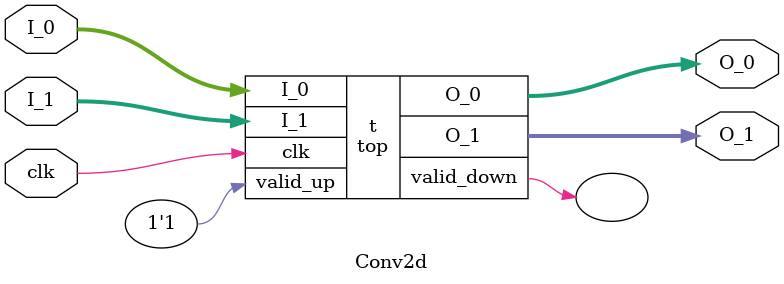
<source format=v>
module stupleToSSeq_tSSeq_3_Int__n3 (
    input [7:0] I_0_0,
    input [7:0] I_0_1,
    input [7:0] I_0_2,
    input [7:0] I_1_0,
    input [7:0] I_1_1,
    input [7:0] I_1_2,
    input [7:0] I_2_0,
    input [7:0] I_2_1,
    input [7:0] I_2_2,
    output [7:0] O_0_0,
    output [7:0] O_0_1,
    output [7:0] O_0_2,
    output [7:0] O_1_0,
    output [7:0] O_1_1,
    output [7:0] O_1_2,
    output [7:0] O_2_0,
    output [7:0] O_2_1,
    output [7:0] O_2_2,
    output valid_down,
    input valid_up
);
  assign O_0_0 = I_0_0;
  assign O_0_1 = I_0_1;
  assign O_0_2 = I_0_2;
  assign O_1_0 = I_1_0;
  assign O_1_1 = I_1_1;
  assign O_1_2 = I_1_2;
  assign O_2_0 = I_2_0;
  assign O_2_1 = I_2_1;
  assign O_2_2 = I_2_2;
  assign valid_down = valid_up;
endmodule

module stupleToSSeq_tInt_n3 (
    input [7:0] I_0,
    input [7:0] I_1,
    input [7:0] I_2,
    output [7:0] O_0,
    output [7:0] O_1,
    output [7:0] O_2,
    output valid_down,
    input valid_up
);
  assign O_0 = I_0;
  assign O_1 = I_1;
  assign O_2 = I_2;
  assign valid_down = valid_up;
endmodule

module sseqTupleCreator_tSSeq_3_Int_ (
    input [7:0] I0_0,
    input [7:0] I0_1,
    input [7:0] I0_2,
    input [7:0] I1_0,
    input [7:0] I1_1,
    input [7:0] I1_2,
    output [7:0] O_0_0,
    output [7:0] O_0_1,
    output [7:0] O_0_2,
    output [7:0] O_1_0,
    output [7:0] O_1_1,
    output [7:0] O_1_2,
    output valid_down,
    input valid_up
);
  assign O_0_0 = I0_0;
  assign O_0_1 = I0_1;
  assign O_0_2 = I0_2;
  assign O_1_0 = I1_0;
  assign O_1_1 = I1_1;
  assign O_1_2 = I1_2;
  assign valid_down = valid_up;
endmodule

module sseqTupleCreator_tInt (
    input [7:0] I0,
    input [7:0] I1,
    output [7:0] O_0,
    output [7:0] O_1,
    output valid_down,
    input valid_up
);
  assign O_0 = I0;
  assign O_1 = I1;
  assign valid_down = valid_up;
endmodule

module sseqTupleAppender_tSSeq_3_Int__n2 (
    input [7:0] I0_0_0,
    input [7:0] I0_0_1,
    input [7:0] I0_0_2,
    input [7:0] I0_1_0,
    input [7:0] I0_1_1,
    input [7:0] I0_1_2,
    input [7:0] I1_0,
    input [7:0] I1_1,
    input [7:0] I1_2,
    output [7:0] O_0_0,
    output [7:0] O_0_1,
    output [7:0] O_0_2,
    output [7:0] O_1_0,
    output [7:0] O_1_1,
    output [7:0] O_1_2,
    output [7:0] O_2_0,
    output [7:0] O_2_1,
    output [7:0] O_2_2,
    output valid_down,
    input valid_up
);
  assign O_0_0 = I0_0_0;
  assign O_0_1 = I0_0_1;
  assign O_0_2 = I0_0_2;
  assign O_1_0 = I0_1_0;
  assign O_1_1 = I0_1_1;
  assign O_1_2 = I0_1_2;
  assign O_2_0 = I1_0;
  assign O_2_1 = I1_1;
  assign O_2_2 = I1_2;
  assign valid_down = valid_up;
endmodule

module sseqTupleAppender_tInt_n2 (
    input [7:0] I0_0,
    input [7:0] I0_1,
    input [7:0] I1,
    output [7:0] O_0,
    output [7:0] O_1,
    output [7:0] O_2,
    output valid_down,
    input valid_up
);
  assign O_0 = I0_0;
  assign O_1 = I0_1;
  assign O_2 = I1;
  assign valid_down = valid_up;
endmodule

module corebit_and (
    input  in0,
    input  in1,
    output out
);
  assign out = in0 & in1;
endmodule

module atomTupleCreator_t0Int_t1Int (
    input [7:0] I0,
    input [7:0] I1,
    output [7:0] O__0,
    output [7:0] O__1,
    output valid_down,
    input valid_up
);
  assign O__0 = I0;
  assign O__1 = I1;
  assign valid_down = valid_up;
endmodule

module coreir_ult #(
    parameter width = 1
) (
    input [width-1:0] in0,
    input [width-1:0] in1,
    output out
);
  assign out = in0 < in1;
endmodule

module coreir_term #(
    parameter width = 1
) (
    input [width-1:0] in
);

endmodule

module coreir_shl #(
    parameter width = 1
) (
    input  [width-1:0] in0,
    input  [width-1:0] in1,
    output [width-1:0] out
);
  assign out = in0 << in1;
endmodule

module coreir_reg #(
    parameter width = 1,
    parameter clk_posedge = 1,
    parameter init = 1
) (
    input clk,
    input [width-1:0] in,
    output [width-1:0] out
);
  reg [width-1:0] outReg = init;
  wire real_clk;
  assign real_clk = clk_posedge ? clk : ~clk;
  always @(posedge real_clk) begin
    outReg <= in;
  end
  assign out = outReg;
endmodule

module coreir_mux #(
    parameter width = 1
) (
    input [width-1:0] in0,
    input [width-1:0] in1,
    input sel,
    output [width-1:0] out
);
  assign out = sel ? in1 : in0;
endmodule

module coreir_mem #(
    parameter has_init = 0,
    parameter depth = 1,
    parameter width = 1
) (
    input clk,
    input [width-1:0] wdata,
    input [$clog2(depth)-1:0] waddr,
    input wen,
    output [width-1:0] rdata,
    input [$clog2(depth)-1:0] raddr
);
  reg [width-1:0] data[depth-1:0];
  always @(posedge clk) begin
    if (wen) begin
      data[waddr] <= wdata;
    end
  end
  assign rdata = data[raddr];
endmodule

module coreir_lshr #(
    parameter width = 1
) (
    input  [width-1:0] in0,
    input  [width-1:0] in1,
    output [width-1:0] out
);
  assign out = in0 >> in1;
endmodule

module coreir_eq #(
    parameter width = 1
) (
    input [width-1:0] in0,
    input [width-1:0] in1,
    output out
);
  assign out = in0 == in1;
endmodule

module coreir_const #(
    parameter width = 1,
    parameter value = 1
) (
    output [width-1:0] out
);
  assign out = value;
endmodule

module coreir_add #(
    parameter width = 1
) (
    input  [width-1:0] in0,
    input  [width-1:0] in1,
    output [width-1:0] out
);
  assign out = in0 + in1;
endmodule

module \commonlib_muxn__N2__width8 (
    input  [7:0] in_data_0,
    input  [7:0] in_data_1,
    input  [0:0] in_sel,
    output [7:0] out
);
  wire [7:0] _join_out;
  coreir_mux #(
      .width(8)
  ) _join (
      .in0(in_data_0),
      .in1(in_data_1),
      .out(_join_out),
      .sel(in_sel[0])
  );
  assign out = _join_out;
endmodule

module \commonlib_muxn__N2__width2 (
    input  [1:0] in_data_0,
    input  [1:0] in_data_1,
    input  [0:0] in_sel,
    output [1:0] out
);
  wire [1:0] _join_out;
  coreir_mux #(
      .width(2)
  ) _join (
      .in0(in_data_0),
      .in1(in_data_1),
      .out(_join_out),
      .sel(in_sel[0])
  );
  assign out = _join_out;
endmodule

module \commonlib_muxn__N2__width1 (
    input  [0:0] in_data_0,
    input  [0:0] in_data_1,
    input  [0:0] in_sel,
    output [0:0] out
);
  wire [0:0] _join_out;
  coreir_mux #(
      .width(1)
  ) _join (
      .in0(in_data_0),
      .in1(in_data_1),
      .out(_join_out),
      .sel(in_sel[0])
  );
  assign out = _join_out;
endmodule

module lutN #(
    parameter N = 1,
    parameter init = 1
) (
    input [N-1:0] in,
    output out
);
  assign out = init[in];
endmodule

module \aetherlinglib_hydrate__hydratedTypeBit833 (
    input  [71:0] in,
    output [ 7:0] out_0_0,
    output [ 7:0] out_0_1,
    output [ 7:0] out_0_2,
    output [ 7:0] out_1_0,
    output [ 7:0] out_1_1,
    output [ 7:0] out_1_2,
    output [ 7:0] out_2_0,
    output [ 7:0] out_2_1,
    output [ 7:0] out_2_2
);
  assign out_0_0 = {in[7], in[6], in[5], in[4], in[3], in[2], in[1], in[0]};
  assign out_0_1 = {in[15], in[14], in[13], in[12], in[11], in[10], in[9], in[8]};
  assign out_0_2 = {in[23], in[22], in[21], in[20], in[19], in[18], in[17], in[16]};
  assign out_1_0 = {in[31], in[30], in[29], in[28], in[27], in[26], in[25], in[24]};
  assign out_1_1 = {in[39], in[38], in[37], in[36], in[35], in[34], in[33], in[32]};
  assign out_1_2 = {in[47], in[46], in[45], in[44], in[43], in[42], in[41], in[40]};
  assign out_2_0 = {in[55], in[54], in[53], in[52], in[51], in[50], in[49], in[48]};
  assign out_2_1 = {in[63], in[62], in[61], in[60], in[59], in[58], in[57], in[56]};
  assign out_2_2 = {in[71], in[70], in[69], in[68], in[67], in[66], in[65], in[64]};
endmodule

module \aetherlinglib_hydrate__hydratedTypeBit811 (
    input  [7:0] in,
    output [7:0] out_0_0
);
  assign out_0_0 = {in[7], in[6], in[5], in[4], in[3], in[2], in[1], in[0]};
endmodule

module \aetherlinglib_hydrate__hydratedTypeBit8 (
    input  [7:0] in,
    output [7:0] out
);
  assign out = {in[7], in[6], in[5], in[4], in[3], in[2], in[1], in[0]};
endmodule

module \aetherlinglib_dehydrate__hydratedTypeBit8 (
    input  [7:0] in,
    output [7:0] out
);
  assign out = {in[7], in[6], in[5], in[4], in[3], in[2], in[1], in[0]};
endmodule

module \aetherlinglib_dehydrate__hydratedTypeBit1 (
    input  [0:0] in,
    output [0:0] out
);
  assign out = in[0];
endmodule

module \aetherlinglib_dehydrate__hydratedTypeBit (
    input in,
    output [0:0] out
);
  assign out = in;
endmodule

module Term_Bitt (
    input I
);
  wire [0:0] dehydrate_tBit_inst0_out;
  \aetherlinglib_dehydrate__hydratedTypeBit dehydrate_tBit_inst0 (
      .in (I),
      .out(dehydrate_tBit_inst0_out)
  );
  coreir_term #(.width(1)) term_w1_inst0 (.in(dehydrate_tBit_inst0_out));
endmodule

module Term_Bits_1_t (
    input [0:0] I
);
  wire [0:0] dehydrate_tBits_1__inst0_out;
  \aetherlinglib_dehydrate__hydratedTypeBit1 dehydrate_tBits_1__inst0 (
      .in (I),
      .out(dehydrate_tBits_1__inst0_out)
  );
  coreir_term #(.width(1)) term_w1_inst0 (.in(dehydrate_tBits_1__inst0_out));
endmodule

module SizedCounter_1_cinFalse_coutFalse_incr1_hasCETrue_hasResetFalse (
    input CE,
    input clk,
    output [0:0] O
);
  wire [0:0] const_0_1_out;
  Term_Bitt Term_Bitt_inst0 (.I(CE));
  coreir_const #(
      .value(1'h0),
      .width(1)
  ) const_0_1 (
      .out(const_0_1_out)
  );
  assign O = const_0_1_out;
endmodule

module Remove_1_S_unq1 (
    input [7:0] I_0_0_0,
    input [7:0] I_0_0_1,
    input [7:0] I_0_0_2,
    input [7:0] I_0_1_0,
    input [7:0] I_0_1_1,
    input [7:0] I_0_1_2,
    input [7:0] I_0_2_0,
    input [7:0] I_0_2_1,
    input [7:0] I_0_2_2,
    output [7:0] O_0_0,
    output [7:0] O_0_1,
    output [7:0] O_0_2,
    output [7:0] O_1_0,
    output [7:0] O_1_1,
    output [7:0] O_1_2,
    output [7:0] O_2_0,
    output [7:0] O_2_1,
    output [7:0] O_2_2,
    output valid_down,
    input valid_up
);
  wire [7:0] stupleToSSeq_tSSeq_3_Int__n3_inst0_O_0_0;
  wire [7:0] stupleToSSeq_tSSeq_3_Int__n3_inst0_O_0_1;
  wire [7:0] stupleToSSeq_tSSeq_3_Int__n3_inst0_O_0_2;
  wire [7:0] stupleToSSeq_tSSeq_3_Int__n3_inst0_O_1_0;
  wire [7:0] stupleToSSeq_tSSeq_3_Int__n3_inst0_O_1_1;
  wire [7:0] stupleToSSeq_tSSeq_3_Int__n3_inst0_O_1_2;
  wire [7:0] stupleToSSeq_tSSeq_3_Int__n3_inst0_O_2_0;
  wire [7:0] stupleToSSeq_tSSeq_3_Int__n3_inst0_O_2_1;
  wire [7:0] stupleToSSeq_tSSeq_3_Int__n3_inst0_O_2_2;
  wire stupleToSSeq_tSSeq_3_Int__n3_inst0_valid_down;
  stupleToSSeq_tSSeq_3_Int__n3 stupleToSSeq_tSSeq_3_Int__n3_inst0 (
      .I_0_0(I_0_0_0),
      .I_0_1(I_0_0_1),
      .I_0_2(I_0_0_2),
      .I_1_0(I_0_1_0),
      .I_1_1(I_0_1_1),
      .I_1_2(I_0_1_2),
      .I_2_0(I_0_2_0),
      .I_2_1(I_0_2_1),
      .I_2_2(I_0_2_2),
      .O_0_0(stupleToSSeq_tSSeq_3_Int__n3_inst0_O_0_0),
      .O_0_1(stupleToSSeq_tSSeq_3_Int__n3_inst0_O_0_1),
      .O_0_2(stupleToSSeq_tSSeq_3_Int__n3_inst0_O_0_2),
      .O_1_0(stupleToSSeq_tSSeq_3_Int__n3_inst0_O_1_0),
      .O_1_1(stupleToSSeq_tSSeq_3_Int__n3_inst0_O_1_1),
      .O_1_2(stupleToSSeq_tSSeq_3_Int__n3_inst0_O_1_2),
      .O_2_0(stupleToSSeq_tSSeq_3_Int__n3_inst0_O_2_0),
      .O_2_1(stupleToSSeq_tSSeq_3_Int__n3_inst0_O_2_1),
      .O_2_2(stupleToSSeq_tSSeq_3_Int__n3_inst0_O_2_2),
      .valid_down(stupleToSSeq_tSSeq_3_Int__n3_inst0_valid_down),
      .valid_up(valid_up)
  );
  assign O_0_0 = stupleToSSeq_tSSeq_3_Int__n3_inst0_O_0_0;
  assign O_0_1 = stupleToSSeq_tSSeq_3_Int__n3_inst0_O_0_1;
  assign O_0_2 = stupleToSSeq_tSSeq_3_Int__n3_inst0_O_0_2;
  assign O_1_0 = stupleToSSeq_tSSeq_3_Int__n3_inst0_O_1_0;
  assign O_1_1 = stupleToSSeq_tSSeq_3_Int__n3_inst0_O_1_1;
  assign O_1_2 = stupleToSSeq_tSSeq_3_Int__n3_inst0_O_1_2;
  assign O_2_0 = stupleToSSeq_tSSeq_3_Int__n3_inst0_O_2_0;
  assign O_2_1 = stupleToSSeq_tSSeq_3_Int__n3_inst0_O_2_1;
  assign O_2_2 = stupleToSSeq_tSSeq_3_Int__n3_inst0_O_2_2;
  assign valid_down = stupleToSSeq_tSSeq_3_Int__n3_inst0_valid_down;
endmodule

module Remove_1_S (
    input [7:0] I_0_0,
    input [7:0] I_0_1,
    input [7:0] I_0_2,
    output [7:0] O_0,
    output [7:0] O_1,
    output [7:0] O_2,
    output valid_down,
    input valid_up
);
  wire [7:0] stupleToSSeq_tInt_n3_inst0_O_0;
  wire [7:0] stupleToSSeq_tInt_n3_inst0_O_1;
  wire [7:0] stupleToSSeq_tInt_n3_inst0_O_2;
  wire stupleToSSeq_tInt_n3_inst0_valid_down;
  stupleToSSeq_tInt_n3 stupleToSSeq_tInt_n3_inst0 (
      .I_0(I_0_0),
      .I_1(I_0_1),
      .I_2(I_0_2),
      .O_0(stupleToSSeq_tInt_n3_inst0_O_0),
      .O_1(stupleToSSeq_tInt_n3_inst0_O_1),
      .O_2(stupleToSSeq_tInt_n3_inst0_O_2),
      .valid_down(stupleToSSeq_tInt_n3_inst0_valid_down),
      .valid_up(valid_up)
  );
  assign O_0 = stupleToSSeq_tInt_n3_inst0_O_0;
  assign O_1 = stupleToSSeq_tInt_n3_inst0_O_1;
  assign O_2 = stupleToSSeq_tInt_n3_inst0_O_2;
  assign valid_down = stupleToSSeq_tInt_n3_inst0_valid_down;
endmodule

module RShift_Atom (
    input [7:0] I__0,
    input [7:0] I__1,
    output [7:0] O,
    output valid_down,
    input valid_up
);
  wire [7:0] lshr8_inst0_out;
  coreir_lshr #(
      .width(8)
  ) lshr8_inst0 (
      .in0(I__0),
      .in1(I__1),
      .out(lshr8_inst0_out)
  );
  assign O = lshr8_inst0_out;
  assign valid_down = valid_up;
endmodule

module RAM1x8 (
    input clk,
    input [0:0] RADDR,
    output [7:0] RDATA,
    input [0:0] WADDR,
    input [7:0] WDATA,
    input WE
);
  wire [7:0] coreir_mem1x8_inst0_rdata;
  coreir_mem #(
      .depth(1),
      .has_init(0),
      .width(8)
  ) coreir_mem1x8_inst0 (
      .clk  (clk),
      .raddr(RADDR),
      .rdata(coreir_mem1x8_inst0_rdata),
      .waddr(WADDR),
      .wdata(WDATA),
      .wen  (WE)
  );
  assign RDATA = coreir_mem1x8_inst0_rdata;
endmodule

module RAM_Array_8_Bit_t_1n (
    input clk,
    input [0:0] RADDR,
    output [7:0] RDATA,
    input [0:0] WADDR,
    input [7:0] WDATA,
    input WE
);
  wire [7:0] RAM1x8_inst0_RDATA;
  wire [7:0] dehydrate_tArray_8_Bit__inst0_out;
  wire [7:0] hydrate_tArray_8_Bit__inst0_out;
  RAM1x8 RAM1x8_inst0 (
      .clk(clk),
      .RADDR(RADDR),
      .RDATA(RAM1x8_inst0_RDATA),
      .WADDR(WADDR),
      .WDATA(dehydrate_tArray_8_Bit__inst0_out),
      .WE(WE)
  );
  \aetherlinglib_dehydrate__hydratedTypeBit8 dehydrate_tArray_8_Bit__inst0 (
      .in (WDATA),
      .out(dehydrate_tArray_8_Bit__inst0_out)
  );
  \aetherlinglib_hydrate__hydratedTypeBit8 hydrate_tArray_8_Bit__inst0 (
      .in (RAM1x8_inst0_RDATA),
      .out(hydrate_tArray_8_Bit__inst0_out)
  );
  assign RDATA = hydrate_tArray_8_Bit__inst0_out;
endmodule

module Passthrough_tInTSeq_8_0_SSeq_2_SSeq_1_SSeq_1_Int_____tOutTSeq_8_0_SSeq_2_SSeq_1_Int___ (
    input [7:0] I_0_0_0,
    input [7:0] I_1_0_0,
    output [7:0] O_0_0,
    output [7:0] O_1_0,
    output valid_down,
    input valid_up
);
  assign O_0_0 = I_0_0_0;
  assign O_1_0 = I_1_0_0;
  assign valid_down = valid_up;
endmodule

module Passthrough_tInTSeq_8_0_SSeq_2_SSeq_1_Int____tOutTSeq_8_0_SSeq_2_Int__ (
    input [7:0] I_0_0,
    input [7:0] I_1_0,
    output [7:0] O_0,
    output [7:0] O_1,
    output valid_down,
    input valid_up
);
  assign O_0 = I_0_0;
  assign O_1 = I_1_0;
  assign valid_down = valid_up;
endmodule

module Partition_S_no2_ni1_tElSTuple_3_SSeq_3_Int___vTrue (
    input clk,
    input [7:0] I_0_0_0,
    input [7:0] I_0_0_1,
    input [7:0] I_0_0_2,
    input [7:0] I_0_1_0,
    input [7:0] I_0_1_1,
    input [7:0] I_0_1_2,
    input [7:0] I_0_2_0,
    input [7:0] I_0_2_1,
    input [7:0] I_0_2_2,
    input [7:0] I_1_0_0,
    input [7:0] I_1_0_1,
    input [7:0] I_1_0_2,
    input [7:0] I_1_1_0,
    input [7:0] I_1_1_1,
    input [7:0] I_1_1_2,
    input [7:0] I_1_2_0,
    input [7:0] I_1_2_1,
    input [7:0] I_1_2_2,
    output [7:0] O_0_0_0_0,
    output [7:0] O_0_0_0_1,
    output [7:0] O_0_0_0_2,
    output [7:0] O_0_0_1_0,
    output [7:0] O_0_0_1_1,
    output [7:0] O_0_0_1_2,
    output [7:0] O_0_0_2_0,
    output [7:0] O_0_0_2_1,
    output [7:0] O_0_0_2_2,
    output [7:0] O_1_0_0_0,
    output [7:0] O_1_0_0_1,
    output [7:0] O_1_0_0_2,
    output [7:0] O_1_0_1_0,
    output [7:0] O_1_0_1_1,
    output [7:0] O_1_0_1_2,
    output [7:0] O_1_0_2_0,
    output [7:0] O_1_0_2_1,
    output [7:0] O_1_0_2_2,
    output valid_down,
    input valid_up
);
  assign O_0_0_0_0  = I_0_0_0;
  assign O_0_0_0_1  = I_0_0_1;
  assign O_0_0_0_2  = I_0_0_2;
  assign O_0_0_1_0  = I_0_1_0;
  assign O_0_0_1_1  = I_0_1_1;
  assign O_0_0_1_2  = I_0_1_2;
  assign O_0_0_2_0  = I_0_2_0;
  assign O_0_0_2_1  = I_0_2_1;
  assign O_0_0_2_2  = I_0_2_2;
  assign O_1_0_0_0  = I_1_0_0;
  assign O_1_0_0_1  = I_1_0_1;
  assign O_1_0_0_2  = I_1_0_2;
  assign O_1_0_1_0  = I_1_1_0;
  assign O_1_0_1_1  = I_1_1_1;
  assign O_1_0_1_2  = I_1_1_2;
  assign O_1_0_2_0  = I_1_2_0;
  assign O_1_0_2_1  = I_1_2_1;
  assign O_1_0_2_2  = I_1_2_2;
  assign valid_down = valid_up;
endmodule

module Partition_S_no2_ni1_tElSTuple_3_Int__vTrue (
    input clk,
    input [7:0] I_0_0,
    input [7:0] I_0_1,
    input [7:0] I_0_2,
    input [7:0] I_1_0,
    input [7:0] I_1_1,
    input [7:0] I_1_2,
    output [7:0] O_0_0_0,
    output [7:0] O_0_0_1,
    output [7:0] O_0_0_2,
    output [7:0] O_1_0_0,
    output [7:0] O_1_0_1,
    output [7:0] O_1_0_2,
    output valid_down,
    input valid_up
);
  assign O_0_0_0 = I_0_0;
  assign O_0_0_1 = I_0_1;
  assign O_0_0_2 = I_0_2;
  assign O_1_0_0 = I_1_0;
  assign O_1_0_1 = I_1_1;
  assign O_1_0_2 = I_1_2;
  assign valid_down = valid_up;
endmodule

module NestedCounters_Int_hasCETrue_hasResetFalse_unq1 (
    input  CE,
    input  clk,
    output last,
    output valid
);
  wire [0:0] coreir_const11_inst0_out;
  coreir_const #(
      .value(1'h1),
      .width(1)
  ) coreir_const11_inst0 (
      .out(coreir_const11_inst0_out)
  );
  assign last  = coreir_const11_inst0_out[0];
  assign valid = CE;
endmodule

module NestedCounters_Int_hasCETrue_hasResetFalse (
    input CE,
    input clk,
    output [0:0] cur_valid,
    output last,
    output valid
);
  wire [0:0] coreir_const10_inst0_out;
  wire [0:0] coreir_const11_inst0_out;
  coreir_const #(
      .value(1'h0),
      .width(1)
  ) coreir_const10_inst0 (
      .out(coreir_const10_inst0_out)
  );
  coreir_const #(
      .value(1'h1),
      .width(1)
  ) coreir_const11_inst0 (
      .out(coreir_const11_inst0_out)
  );
  assign cur_valid = coreir_const10_inst0_out;
  assign last = coreir_const11_inst0_out[0];
  assign valid = CE;
endmodule

module NativeMapParallel_n3 (
    input [7:0] I0_0,
    input [7:0] I0_1,
    input [7:0] I0_2,
    input [7:0] I1_0,
    input [7:0] I1_1,
    input [7:0] I1_2,
    output [7:0] O_0__0,
    output [7:0] O_0__1,
    output [7:0] O_1__0,
    output [7:0] O_1__1,
    output [7:0] O_2__0,
    output [7:0] O_2__1,
    output valid_down,
    input valid_up
);
  wire and_inst0_out;
  wire and_inst1_out;
  wire [7:0] atomTupleCreator_t0Int_t1Int_inst0_O__0;
  wire [7:0] atomTupleCreator_t0Int_t1Int_inst0_O__1;
  wire atomTupleCreator_t0Int_t1Int_inst0_valid_down;
  wire [7:0] atomTupleCreator_t0Int_t1Int_inst1_O__0;
  wire [7:0] atomTupleCreator_t0Int_t1Int_inst1_O__1;
  wire atomTupleCreator_t0Int_t1Int_inst1_valid_down;
  wire [7:0] atomTupleCreator_t0Int_t1Int_inst2_O__0;
  wire [7:0] atomTupleCreator_t0Int_t1Int_inst2_O__1;
  wire atomTupleCreator_t0Int_t1Int_inst2_valid_down;
  corebit_and and_inst0 (
      .in0(atomTupleCreator_t0Int_t1Int_inst0_valid_down),
      .in1(atomTupleCreator_t0Int_t1Int_inst1_valid_down),
      .out(and_inst0_out)
  );
  corebit_and and_inst1 (
      .in0(and_inst0_out),
      .in1(atomTupleCreator_t0Int_t1Int_inst2_valid_down),
      .out(and_inst1_out)
  );
  atomTupleCreator_t0Int_t1Int atomTupleCreator_t0Int_t1Int_inst0 (
      .I0(I0_0),
      .I1(I1_0),
      .O__0(atomTupleCreator_t0Int_t1Int_inst0_O__0),
      .O__1(atomTupleCreator_t0Int_t1Int_inst0_O__1),
      .valid_down(atomTupleCreator_t0Int_t1Int_inst0_valid_down),
      .valid_up(valid_up)
  );
  atomTupleCreator_t0Int_t1Int atomTupleCreator_t0Int_t1Int_inst1 (
      .I0(I0_1),
      .I1(I1_1),
      .O__0(atomTupleCreator_t0Int_t1Int_inst1_O__0),
      .O__1(atomTupleCreator_t0Int_t1Int_inst1_O__1),
      .valid_down(atomTupleCreator_t0Int_t1Int_inst1_valid_down),
      .valid_up(valid_up)
  );
  atomTupleCreator_t0Int_t1Int atomTupleCreator_t0Int_t1Int_inst2 (
      .I0(I0_2),
      .I1(I1_2),
      .O__0(atomTupleCreator_t0Int_t1Int_inst2_O__0),
      .O__1(atomTupleCreator_t0Int_t1Int_inst2_O__1),
      .valid_down(atomTupleCreator_t0Int_t1Int_inst2_valid_down),
      .valid_up(valid_up)
  );
  assign O_0__0 = atomTupleCreator_t0Int_t1Int_inst0_O__0;
  assign O_0__1 = atomTupleCreator_t0Int_t1Int_inst0_O__1;
  assign O_1__0 = atomTupleCreator_t0Int_t1Int_inst1_O__0;
  assign O_1__1 = atomTupleCreator_t0Int_t1Int_inst1_O__1;
  assign O_2__0 = atomTupleCreator_t0Int_t1Int_inst2_O__0;
  assign O_2__1 = atomTupleCreator_t0Int_t1Int_inst2_O__1;
  assign valid_down = and_inst1_out;
endmodule

module NativeMapParallel_n3_unq1 (
    input [7:0] I0_0_0,
    input [7:0] I0_0_1,
    input [7:0] I0_0_2,
    input [7:0] I0_1_0,
    input [7:0] I0_1_1,
    input [7:0] I0_1_2,
    input [7:0] I0_2_0,
    input [7:0] I0_2_1,
    input [7:0] I0_2_2,
    input [7:0] I1_0_0,
    input [7:0] I1_0_1,
    input [7:0] I1_0_2,
    input [7:0] I1_1_0,
    input [7:0] I1_1_1,
    input [7:0] I1_1_2,
    input [7:0] I1_2_0,
    input [7:0] I1_2_1,
    input [7:0] I1_2_2,
    output [7:0] O_0_0__0,
    output [7:0] O_0_0__1,
    output [7:0] O_0_1__0,
    output [7:0] O_0_1__1,
    output [7:0] O_0_2__0,
    output [7:0] O_0_2__1,
    output [7:0] O_1_0__0,
    output [7:0] O_1_0__1,
    output [7:0] O_1_1__0,
    output [7:0] O_1_1__1,
    output [7:0] O_1_2__0,
    output [7:0] O_1_2__1,
    output [7:0] O_2_0__0,
    output [7:0] O_2_0__1,
    output [7:0] O_2_1__0,
    output [7:0] O_2_1__1,
    output [7:0] O_2_2__0,
    output [7:0] O_2_2__1,
    output valid_down,
    input valid_up
);
  wire [7:0] NativeMapParallel_n3_inst0_O_0__0;
  wire [7:0] NativeMapParallel_n3_inst0_O_0__1;
  wire [7:0] NativeMapParallel_n3_inst0_O_1__0;
  wire [7:0] NativeMapParallel_n3_inst0_O_1__1;
  wire [7:0] NativeMapParallel_n3_inst0_O_2__0;
  wire [7:0] NativeMapParallel_n3_inst0_O_2__1;
  wire NativeMapParallel_n3_inst0_valid_down;
  wire [7:0] NativeMapParallel_n3_inst1_O_0__0;
  wire [7:0] NativeMapParallel_n3_inst1_O_0__1;
  wire [7:0] NativeMapParallel_n3_inst1_O_1__0;
  wire [7:0] NativeMapParallel_n3_inst1_O_1__1;
  wire [7:0] NativeMapParallel_n3_inst1_O_2__0;
  wire [7:0] NativeMapParallel_n3_inst1_O_2__1;
  wire NativeMapParallel_n3_inst1_valid_down;
  wire [7:0] NativeMapParallel_n3_inst2_O_0__0;
  wire [7:0] NativeMapParallel_n3_inst2_O_0__1;
  wire [7:0] NativeMapParallel_n3_inst2_O_1__0;
  wire [7:0] NativeMapParallel_n3_inst2_O_1__1;
  wire [7:0] NativeMapParallel_n3_inst2_O_2__0;
  wire [7:0] NativeMapParallel_n3_inst2_O_2__1;
  wire NativeMapParallel_n3_inst2_valid_down;
  wire and_inst0_out;
  wire and_inst1_out;
  NativeMapParallel_n3 NativeMapParallel_n3_inst0 (
      .I0_0(I0_0_0),
      .I0_1(I0_0_1),
      .I0_2(I0_0_2),
      .I1_0(I1_0_0),
      .I1_1(I1_0_1),
      .I1_2(I1_0_2),
      .O_0__0(NativeMapParallel_n3_inst0_O_0__0),
      .O_0__1(NativeMapParallel_n3_inst0_O_0__1),
      .O_1__0(NativeMapParallel_n3_inst0_O_1__0),
      .O_1__1(NativeMapParallel_n3_inst0_O_1__1),
      .O_2__0(NativeMapParallel_n3_inst0_O_2__0),
      .O_2__1(NativeMapParallel_n3_inst0_O_2__1),
      .valid_down(NativeMapParallel_n3_inst0_valid_down),
      .valid_up(valid_up)
  );
  NativeMapParallel_n3 NativeMapParallel_n3_inst1 (
      .I0_0(I0_1_0),
      .I0_1(I0_1_1),
      .I0_2(I0_1_2),
      .I1_0(I1_1_0),
      .I1_1(I1_1_1),
      .I1_2(I1_1_2),
      .O_0__0(NativeMapParallel_n3_inst1_O_0__0),
      .O_0__1(NativeMapParallel_n3_inst1_O_0__1),
      .O_1__0(NativeMapParallel_n3_inst1_O_1__0),
      .O_1__1(NativeMapParallel_n3_inst1_O_1__1),
      .O_2__0(NativeMapParallel_n3_inst1_O_2__0),
      .O_2__1(NativeMapParallel_n3_inst1_O_2__1),
      .valid_down(NativeMapParallel_n3_inst1_valid_down),
      .valid_up(valid_up)
  );
  NativeMapParallel_n3 NativeMapParallel_n3_inst2 (
      .I0_0(I0_2_0),
      .I0_1(I0_2_1),
      .I0_2(I0_2_2),
      .I1_0(I1_2_0),
      .I1_1(I1_2_1),
      .I1_2(I1_2_2),
      .O_0__0(NativeMapParallel_n3_inst2_O_0__0),
      .O_0__1(NativeMapParallel_n3_inst2_O_0__1),
      .O_1__0(NativeMapParallel_n3_inst2_O_1__0),
      .O_1__1(NativeMapParallel_n3_inst2_O_1__1),
      .O_2__0(NativeMapParallel_n3_inst2_O_2__0),
      .O_2__1(NativeMapParallel_n3_inst2_O_2__1),
      .valid_down(NativeMapParallel_n3_inst2_valid_down),
      .valid_up(valid_up)
  );
  corebit_and and_inst0 (
      .in0(NativeMapParallel_n3_inst0_valid_down),
      .in1(NativeMapParallel_n3_inst1_valid_down),
      .out(and_inst0_out)
  );
  corebit_and and_inst1 (
      .in0(and_inst0_out),
      .in1(NativeMapParallel_n3_inst2_valid_down),
      .out(and_inst1_out)
  );
  assign O_0_0__0   = NativeMapParallel_n3_inst0_O_0__0;
  assign O_0_0__1   = NativeMapParallel_n3_inst0_O_0__1;
  assign O_0_1__0   = NativeMapParallel_n3_inst0_O_1__0;
  assign O_0_1__1   = NativeMapParallel_n3_inst0_O_1__1;
  assign O_0_2__0   = NativeMapParallel_n3_inst0_O_2__0;
  assign O_0_2__1   = NativeMapParallel_n3_inst0_O_2__1;
  assign O_1_0__0   = NativeMapParallel_n3_inst1_O_0__0;
  assign O_1_0__1   = NativeMapParallel_n3_inst1_O_0__1;
  assign O_1_1__0   = NativeMapParallel_n3_inst1_O_1__0;
  assign O_1_1__1   = NativeMapParallel_n3_inst1_O_1__1;
  assign O_1_2__0   = NativeMapParallel_n3_inst1_O_2__0;
  assign O_1_2__1   = NativeMapParallel_n3_inst1_O_2__1;
  assign O_2_0__0   = NativeMapParallel_n3_inst2_O_0__0;
  assign O_2_0__1   = NativeMapParallel_n3_inst2_O_0__1;
  assign O_2_1__0   = NativeMapParallel_n3_inst2_O_1__0;
  assign O_2_1__1   = NativeMapParallel_n3_inst2_O_1__1;
  assign O_2_2__0   = NativeMapParallel_n3_inst2_O_2__0;
  assign O_2_2__1   = NativeMapParallel_n3_inst2_O_2__1;
  assign valid_down = and_inst1_out;
endmodule

module NativeMapParallel_n2_unq6 (
    input [7:0] I_0_0_0_0,
    input [7:0] I_0_0_0_1,
    input [7:0] I_0_0_0_2,
    input [7:0] I_0_0_1_0,
    input [7:0] I_0_0_1_1,
    input [7:0] I_0_0_1_2,
    input [7:0] I_0_0_2_0,
    input [7:0] I_0_0_2_1,
    input [7:0] I_0_0_2_2,
    input [7:0] I_1_0_0_0,
    input [7:0] I_1_0_0_1,
    input [7:0] I_1_0_0_2,
    input [7:0] I_1_0_1_0,
    input [7:0] I_1_0_1_1,
    input [7:0] I_1_0_1_2,
    input [7:0] I_1_0_2_0,
    input [7:0] I_1_0_2_1,
    input [7:0] I_1_0_2_2,
    output [7:0] O_0_0_0,
    output [7:0] O_0_0_1,
    output [7:0] O_0_0_2,
    output [7:0] O_0_1_0,
    output [7:0] O_0_1_1,
    output [7:0] O_0_1_2,
    output [7:0] O_0_2_0,
    output [7:0] O_0_2_1,
    output [7:0] O_0_2_2,
    output [7:0] O_1_0_0,
    output [7:0] O_1_0_1,
    output [7:0] O_1_0_2,
    output [7:0] O_1_1_0,
    output [7:0] O_1_1_1,
    output [7:0] O_1_1_2,
    output [7:0] O_1_2_0,
    output [7:0] O_1_2_1,
    output [7:0] O_1_2_2,
    output valid_down,
    input valid_up
);
  wire [7:0] Remove_1_S_inst0_O_0_0;
  wire [7:0] Remove_1_S_inst0_O_0_1;
  wire [7:0] Remove_1_S_inst0_O_0_2;
  wire [7:0] Remove_1_S_inst0_O_1_0;
  wire [7:0] Remove_1_S_inst0_O_1_1;
  wire [7:0] Remove_1_S_inst0_O_1_2;
  wire [7:0] Remove_1_S_inst0_O_2_0;
  wire [7:0] Remove_1_S_inst0_O_2_1;
  wire [7:0] Remove_1_S_inst0_O_2_2;
  wire Remove_1_S_inst0_valid_down;
  wire [7:0] Remove_1_S_inst1_O_0_0;
  wire [7:0] Remove_1_S_inst1_O_0_1;
  wire [7:0] Remove_1_S_inst1_O_0_2;
  wire [7:0] Remove_1_S_inst1_O_1_0;
  wire [7:0] Remove_1_S_inst1_O_1_1;
  wire [7:0] Remove_1_S_inst1_O_1_2;
  wire [7:0] Remove_1_S_inst1_O_2_0;
  wire [7:0] Remove_1_S_inst1_O_2_1;
  wire [7:0] Remove_1_S_inst1_O_2_2;
  wire Remove_1_S_inst1_valid_down;
  wire and_inst0_out;
  Remove_1_S_unq1 Remove_1_S_inst0 (
      .I_0_0_0(I_0_0_0_0),
      .I_0_0_1(I_0_0_0_1),
      .I_0_0_2(I_0_0_0_2),
      .I_0_1_0(I_0_0_1_0),
      .I_0_1_1(I_0_0_1_1),
      .I_0_1_2(I_0_0_1_2),
      .I_0_2_0(I_0_0_2_0),
      .I_0_2_1(I_0_0_2_1),
      .I_0_2_2(I_0_0_2_2),
      .O_0_0(Remove_1_S_inst0_O_0_0),
      .O_0_1(Remove_1_S_inst0_O_0_1),
      .O_0_2(Remove_1_S_inst0_O_0_2),
      .O_1_0(Remove_1_S_inst0_O_1_0),
      .O_1_1(Remove_1_S_inst0_O_1_1),
      .O_1_2(Remove_1_S_inst0_O_1_2),
      .O_2_0(Remove_1_S_inst0_O_2_0),
      .O_2_1(Remove_1_S_inst0_O_2_1),
      .O_2_2(Remove_1_S_inst0_O_2_2),
      .valid_down(Remove_1_S_inst0_valid_down),
      .valid_up(valid_up)
  );
  Remove_1_S_unq1 Remove_1_S_inst1 (
      .I_0_0_0(I_1_0_0_0),
      .I_0_0_1(I_1_0_0_1),
      .I_0_0_2(I_1_0_0_2),
      .I_0_1_0(I_1_0_1_0),
      .I_0_1_1(I_1_0_1_1),
      .I_0_1_2(I_1_0_1_2),
      .I_0_2_0(I_1_0_2_0),
      .I_0_2_1(I_1_0_2_1),
      .I_0_2_2(I_1_0_2_2),
      .O_0_0(Remove_1_S_inst1_O_0_0),
      .O_0_1(Remove_1_S_inst1_O_0_1),
      .O_0_2(Remove_1_S_inst1_O_0_2),
      .O_1_0(Remove_1_S_inst1_O_1_0),
      .O_1_1(Remove_1_S_inst1_O_1_1),
      .O_1_2(Remove_1_S_inst1_O_1_2),
      .O_2_0(Remove_1_S_inst1_O_2_0),
      .O_2_1(Remove_1_S_inst1_O_2_1),
      .O_2_2(Remove_1_S_inst1_O_2_2),
      .valid_down(Remove_1_S_inst1_valid_down),
      .valid_up(valid_up)
  );
  corebit_and and_inst0 (
      .in0(Remove_1_S_inst0_valid_down),
      .in1(Remove_1_S_inst1_valid_down),
      .out(and_inst0_out)
  );
  assign O_0_0_0 = Remove_1_S_inst0_O_0_0;
  assign O_0_0_1 = Remove_1_S_inst0_O_0_1;
  assign O_0_0_2 = Remove_1_S_inst0_O_0_2;
  assign O_0_1_0 = Remove_1_S_inst0_O_1_0;
  assign O_0_1_1 = Remove_1_S_inst0_O_1_1;
  assign O_0_1_2 = Remove_1_S_inst0_O_1_2;
  assign O_0_2_0 = Remove_1_S_inst0_O_2_0;
  assign O_0_2_1 = Remove_1_S_inst0_O_2_1;
  assign O_0_2_2 = Remove_1_S_inst0_O_2_2;
  assign O_1_0_0 = Remove_1_S_inst1_O_0_0;
  assign O_1_0_1 = Remove_1_S_inst1_O_0_1;
  assign O_1_0_2 = Remove_1_S_inst1_O_0_2;
  assign O_1_1_0 = Remove_1_S_inst1_O_1_0;
  assign O_1_1_1 = Remove_1_S_inst1_O_1_1;
  assign O_1_1_2 = Remove_1_S_inst1_O_1_2;
  assign O_1_2_0 = Remove_1_S_inst1_O_2_0;
  assign O_1_2_1 = Remove_1_S_inst1_O_2_1;
  assign O_1_2_2 = Remove_1_S_inst1_O_2_2;
  assign valid_down = and_inst0_out;
endmodule

module NativeMapParallel_n2_unq5 (
    input [7:0] I0_0_0_0,
    input [7:0] I0_0_0_1,
    input [7:0] I0_0_0_2,
    input [7:0] I0_0_1_0,
    input [7:0] I0_0_1_1,
    input [7:0] I0_0_1_2,
    input [7:0] I0_1_0_0,
    input [7:0] I0_1_0_1,
    input [7:0] I0_1_0_2,
    input [7:0] I0_1_1_0,
    input [7:0] I0_1_1_1,
    input [7:0] I0_1_1_2,
    input [7:0] I1_0_0,
    input [7:0] I1_0_1,
    input [7:0] I1_0_2,
    input [7:0] I1_1_0,
    input [7:0] I1_1_1,
    input [7:0] I1_1_2,
    output [7:0] O_0_0_0,
    output [7:0] O_0_0_1,
    output [7:0] O_0_0_2,
    output [7:0] O_0_1_0,
    output [7:0] O_0_1_1,
    output [7:0] O_0_1_2,
    output [7:0] O_0_2_0,
    output [7:0] O_0_2_1,
    output [7:0] O_0_2_2,
    output [7:0] O_1_0_0,
    output [7:0] O_1_0_1,
    output [7:0] O_1_0_2,
    output [7:0] O_1_1_0,
    output [7:0] O_1_1_1,
    output [7:0] O_1_1_2,
    output [7:0] O_1_2_0,
    output [7:0] O_1_2_1,
    output [7:0] O_1_2_2,
    output valid_down,
    input valid_up
);
  wire and_inst0_out;
  wire [7:0] sseqTupleAppender_tSSeq_3_Int__n2_inst0_O_0_0;
  wire [7:0] sseqTupleAppender_tSSeq_3_Int__n2_inst0_O_0_1;
  wire [7:0] sseqTupleAppender_tSSeq_3_Int__n2_inst0_O_0_2;
  wire [7:0] sseqTupleAppender_tSSeq_3_Int__n2_inst0_O_1_0;
  wire [7:0] sseqTupleAppender_tSSeq_3_Int__n2_inst0_O_1_1;
  wire [7:0] sseqTupleAppender_tSSeq_3_Int__n2_inst0_O_1_2;
  wire [7:0] sseqTupleAppender_tSSeq_3_Int__n2_inst0_O_2_0;
  wire [7:0] sseqTupleAppender_tSSeq_3_Int__n2_inst0_O_2_1;
  wire [7:0] sseqTupleAppender_tSSeq_3_Int__n2_inst0_O_2_2;
  wire sseqTupleAppender_tSSeq_3_Int__n2_inst0_valid_down;
  wire [7:0] sseqTupleAppender_tSSeq_3_Int__n2_inst1_O_0_0;
  wire [7:0] sseqTupleAppender_tSSeq_3_Int__n2_inst1_O_0_1;
  wire [7:0] sseqTupleAppender_tSSeq_3_Int__n2_inst1_O_0_2;
  wire [7:0] sseqTupleAppender_tSSeq_3_Int__n2_inst1_O_1_0;
  wire [7:0] sseqTupleAppender_tSSeq_3_Int__n2_inst1_O_1_1;
  wire [7:0] sseqTupleAppender_tSSeq_3_Int__n2_inst1_O_1_2;
  wire [7:0] sseqTupleAppender_tSSeq_3_Int__n2_inst1_O_2_0;
  wire [7:0] sseqTupleAppender_tSSeq_3_Int__n2_inst1_O_2_1;
  wire [7:0] sseqTupleAppender_tSSeq_3_Int__n2_inst1_O_2_2;
  wire sseqTupleAppender_tSSeq_3_Int__n2_inst1_valid_down;
  corebit_and and_inst0 (
      .in0(sseqTupleAppender_tSSeq_3_Int__n2_inst0_valid_down),
      .in1(sseqTupleAppender_tSSeq_3_Int__n2_inst1_valid_down),
      .out(and_inst0_out)
  );
  sseqTupleAppender_tSSeq_3_Int__n2 sseqTupleAppender_tSSeq_3_Int__n2_inst0 (
      .I0_0_0(I0_0_0_0),
      .I0_0_1(I0_0_0_1),
      .I0_0_2(I0_0_0_2),
      .I0_1_0(I0_0_1_0),
      .I0_1_1(I0_0_1_1),
      .I0_1_2(I0_0_1_2),
      .I1_0(I1_0_0),
      .I1_1(I1_0_1),
      .I1_2(I1_0_2),
      .O_0_0(sseqTupleAppender_tSSeq_3_Int__n2_inst0_O_0_0),
      .O_0_1(sseqTupleAppender_tSSeq_3_Int__n2_inst0_O_0_1),
      .O_0_2(sseqTupleAppender_tSSeq_3_Int__n2_inst0_O_0_2),
      .O_1_0(sseqTupleAppender_tSSeq_3_Int__n2_inst0_O_1_0),
      .O_1_1(sseqTupleAppender_tSSeq_3_Int__n2_inst0_O_1_1),
      .O_1_2(sseqTupleAppender_tSSeq_3_Int__n2_inst0_O_1_2),
      .O_2_0(sseqTupleAppender_tSSeq_3_Int__n2_inst0_O_2_0),
      .O_2_1(sseqTupleAppender_tSSeq_3_Int__n2_inst0_O_2_1),
      .O_2_2(sseqTupleAppender_tSSeq_3_Int__n2_inst0_O_2_2),
      .valid_down(sseqTupleAppender_tSSeq_3_Int__n2_inst0_valid_down),
      .valid_up(valid_up)
  );
  sseqTupleAppender_tSSeq_3_Int__n2 sseqTupleAppender_tSSeq_3_Int__n2_inst1 (
      .I0_0_0(I0_1_0_0),
      .I0_0_1(I0_1_0_1),
      .I0_0_2(I0_1_0_2),
      .I0_1_0(I0_1_1_0),
      .I0_1_1(I0_1_1_1),
      .I0_1_2(I0_1_1_2),
      .I1_0(I1_1_0),
      .I1_1(I1_1_1),
      .I1_2(I1_1_2),
      .O_0_0(sseqTupleAppender_tSSeq_3_Int__n2_inst1_O_0_0),
      .O_0_1(sseqTupleAppender_tSSeq_3_Int__n2_inst1_O_0_1),
      .O_0_2(sseqTupleAppender_tSSeq_3_Int__n2_inst1_O_0_2),
      .O_1_0(sseqTupleAppender_tSSeq_3_Int__n2_inst1_O_1_0),
      .O_1_1(sseqTupleAppender_tSSeq_3_Int__n2_inst1_O_1_1),
      .O_1_2(sseqTupleAppender_tSSeq_3_Int__n2_inst1_O_1_2),
      .O_2_0(sseqTupleAppender_tSSeq_3_Int__n2_inst1_O_2_0),
      .O_2_1(sseqTupleAppender_tSSeq_3_Int__n2_inst1_O_2_1),
      .O_2_2(sseqTupleAppender_tSSeq_3_Int__n2_inst1_O_2_2),
      .valid_down(sseqTupleAppender_tSSeq_3_Int__n2_inst1_valid_down),
      .valid_up(valid_up)
  );
  assign O_0_0_0 = sseqTupleAppender_tSSeq_3_Int__n2_inst0_O_0_0;
  assign O_0_0_1 = sseqTupleAppender_tSSeq_3_Int__n2_inst0_O_0_1;
  assign O_0_0_2 = sseqTupleAppender_tSSeq_3_Int__n2_inst0_O_0_2;
  assign O_0_1_0 = sseqTupleAppender_tSSeq_3_Int__n2_inst0_O_1_0;
  assign O_0_1_1 = sseqTupleAppender_tSSeq_3_Int__n2_inst0_O_1_1;
  assign O_0_1_2 = sseqTupleAppender_tSSeq_3_Int__n2_inst0_O_1_2;
  assign O_0_2_0 = sseqTupleAppender_tSSeq_3_Int__n2_inst0_O_2_0;
  assign O_0_2_1 = sseqTupleAppender_tSSeq_3_Int__n2_inst0_O_2_1;
  assign O_0_2_2 = sseqTupleAppender_tSSeq_3_Int__n2_inst0_O_2_2;
  assign O_1_0_0 = sseqTupleAppender_tSSeq_3_Int__n2_inst1_O_0_0;
  assign O_1_0_1 = sseqTupleAppender_tSSeq_3_Int__n2_inst1_O_0_1;
  assign O_1_0_2 = sseqTupleAppender_tSSeq_3_Int__n2_inst1_O_0_2;
  assign O_1_1_0 = sseqTupleAppender_tSSeq_3_Int__n2_inst1_O_1_0;
  assign O_1_1_1 = sseqTupleAppender_tSSeq_3_Int__n2_inst1_O_1_1;
  assign O_1_1_2 = sseqTupleAppender_tSSeq_3_Int__n2_inst1_O_1_2;
  assign O_1_2_0 = sseqTupleAppender_tSSeq_3_Int__n2_inst1_O_2_0;
  assign O_1_2_1 = sseqTupleAppender_tSSeq_3_Int__n2_inst1_O_2_1;
  assign O_1_2_2 = sseqTupleAppender_tSSeq_3_Int__n2_inst1_O_2_2;
  assign valid_down = and_inst0_out;
endmodule

module NativeMapParallel_n2_unq4 (
    input [7:0] I0_0_0,
    input [7:0] I0_0_1,
    input [7:0] I0_0_2,
    input [7:0] I0_1_0,
    input [7:0] I0_1_1,
    input [7:0] I0_1_2,
    input [7:0] I1_0_0,
    input [7:0] I1_0_1,
    input [7:0] I1_0_2,
    input [7:0] I1_1_0,
    input [7:0] I1_1_1,
    input [7:0] I1_1_2,
    output [7:0] O_0_0_0,
    output [7:0] O_0_0_1,
    output [7:0] O_0_0_2,
    output [7:0] O_0_1_0,
    output [7:0] O_0_1_1,
    output [7:0] O_0_1_2,
    output [7:0] O_1_0_0,
    output [7:0] O_1_0_1,
    output [7:0] O_1_0_2,
    output [7:0] O_1_1_0,
    output [7:0] O_1_1_1,
    output [7:0] O_1_1_2,
    output valid_down,
    input valid_up
);
  wire and_inst0_out;
  wire [7:0] sseqTupleCreator_tSSeq_3_Int__inst0_O_0_0;
  wire [7:0] sseqTupleCreator_tSSeq_3_Int__inst0_O_0_1;
  wire [7:0] sseqTupleCreator_tSSeq_3_Int__inst0_O_0_2;
  wire [7:0] sseqTupleCreator_tSSeq_3_Int__inst0_O_1_0;
  wire [7:0] sseqTupleCreator_tSSeq_3_Int__inst0_O_1_1;
  wire [7:0] sseqTupleCreator_tSSeq_3_Int__inst0_O_1_2;
  wire sseqTupleCreator_tSSeq_3_Int__inst0_valid_down;
  wire [7:0] sseqTupleCreator_tSSeq_3_Int__inst1_O_0_0;
  wire [7:0] sseqTupleCreator_tSSeq_3_Int__inst1_O_0_1;
  wire [7:0] sseqTupleCreator_tSSeq_3_Int__inst1_O_0_2;
  wire [7:0] sseqTupleCreator_tSSeq_3_Int__inst1_O_1_0;
  wire [7:0] sseqTupleCreator_tSSeq_3_Int__inst1_O_1_1;
  wire [7:0] sseqTupleCreator_tSSeq_3_Int__inst1_O_1_2;
  wire sseqTupleCreator_tSSeq_3_Int__inst1_valid_down;
  corebit_and and_inst0 (
      .in0(sseqTupleCreator_tSSeq_3_Int__inst0_valid_down),
      .in1(sseqTupleCreator_tSSeq_3_Int__inst1_valid_down),
      .out(and_inst0_out)
  );
  sseqTupleCreator_tSSeq_3_Int_ sseqTupleCreator_tSSeq_3_Int__inst0 (
      .I0_0(I0_0_0),
      .I0_1(I0_0_1),
      .I0_2(I0_0_2),
      .I1_0(I1_0_0),
      .I1_1(I1_0_1),
      .I1_2(I1_0_2),
      .O_0_0(sseqTupleCreator_tSSeq_3_Int__inst0_O_0_0),
      .O_0_1(sseqTupleCreator_tSSeq_3_Int__inst0_O_0_1),
      .O_0_2(sseqTupleCreator_tSSeq_3_Int__inst0_O_0_2),
      .O_1_0(sseqTupleCreator_tSSeq_3_Int__inst0_O_1_0),
      .O_1_1(sseqTupleCreator_tSSeq_3_Int__inst0_O_1_1),
      .O_1_2(sseqTupleCreator_tSSeq_3_Int__inst0_O_1_2),
      .valid_down(sseqTupleCreator_tSSeq_3_Int__inst0_valid_down),
      .valid_up(valid_up)
  );
  sseqTupleCreator_tSSeq_3_Int_ sseqTupleCreator_tSSeq_3_Int__inst1 (
      .I0_0(I0_1_0),
      .I0_1(I0_1_1),
      .I0_2(I0_1_2),
      .I1_0(I1_1_0),
      .I1_1(I1_1_1),
      .I1_2(I1_1_2),
      .O_0_0(sseqTupleCreator_tSSeq_3_Int__inst1_O_0_0),
      .O_0_1(sseqTupleCreator_tSSeq_3_Int__inst1_O_0_1),
      .O_0_2(sseqTupleCreator_tSSeq_3_Int__inst1_O_0_2),
      .O_1_0(sseqTupleCreator_tSSeq_3_Int__inst1_O_1_0),
      .O_1_1(sseqTupleCreator_tSSeq_3_Int__inst1_O_1_1),
      .O_1_2(sseqTupleCreator_tSSeq_3_Int__inst1_O_1_2),
      .valid_down(sseqTupleCreator_tSSeq_3_Int__inst1_valid_down),
      .valid_up(valid_up)
  );
  assign O_0_0_0 = sseqTupleCreator_tSSeq_3_Int__inst0_O_0_0;
  assign O_0_0_1 = sseqTupleCreator_tSSeq_3_Int__inst0_O_0_1;
  assign O_0_0_2 = sseqTupleCreator_tSSeq_3_Int__inst0_O_0_2;
  assign O_0_1_0 = sseqTupleCreator_tSSeq_3_Int__inst0_O_1_0;
  assign O_0_1_1 = sseqTupleCreator_tSSeq_3_Int__inst0_O_1_1;
  assign O_0_1_2 = sseqTupleCreator_tSSeq_3_Int__inst0_O_1_2;
  assign O_1_0_0 = sseqTupleCreator_tSSeq_3_Int__inst1_O_0_0;
  assign O_1_0_1 = sseqTupleCreator_tSSeq_3_Int__inst1_O_0_1;
  assign O_1_0_2 = sseqTupleCreator_tSSeq_3_Int__inst1_O_0_2;
  assign O_1_1_0 = sseqTupleCreator_tSSeq_3_Int__inst1_O_1_0;
  assign O_1_1_1 = sseqTupleCreator_tSSeq_3_Int__inst1_O_1_1;
  assign O_1_1_2 = sseqTupleCreator_tSSeq_3_Int__inst1_O_1_2;
  assign valid_down = and_inst0_out;
endmodule

module NativeMapParallel_n2_unq3 (
    input [7:0] I_0_0_0,
    input [7:0] I_0_0_1,
    input [7:0] I_0_0_2,
    input [7:0] I_1_0_0,
    input [7:0] I_1_0_1,
    input [7:0] I_1_0_2,
    output [7:0] O_0_0,
    output [7:0] O_0_1,
    output [7:0] O_0_2,
    output [7:0] O_1_0,
    output [7:0] O_1_1,
    output [7:0] O_1_2,
    output valid_down,
    input valid_up
);
  wire [7:0] Remove_1_S_inst0_O_0;
  wire [7:0] Remove_1_S_inst0_O_1;
  wire [7:0] Remove_1_S_inst0_O_2;
  wire Remove_1_S_inst0_valid_down;
  wire [7:0] Remove_1_S_inst1_O_0;
  wire [7:0] Remove_1_S_inst1_O_1;
  wire [7:0] Remove_1_S_inst1_O_2;
  wire Remove_1_S_inst1_valid_down;
  wire and_inst0_out;
  Remove_1_S Remove_1_S_inst0 (
      .I_0_0(I_0_0_0),
      .I_0_1(I_0_0_1),
      .I_0_2(I_0_0_2),
      .O_0(Remove_1_S_inst0_O_0),
      .O_1(Remove_1_S_inst0_O_1),
      .O_2(Remove_1_S_inst0_O_2),
      .valid_down(Remove_1_S_inst0_valid_down),
      .valid_up(valid_up)
  );
  Remove_1_S Remove_1_S_inst1 (
      .I_0_0(I_1_0_0),
      .I_0_1(I_1_0_1),
      .I_0_2(I_1_0_2),
      .O_0(Remove_1_S_inst1_O_0),
      .O_1(Remove_1_S_inst1_O_1),
      .O_2(Remove_1_S_inst1_O_2),
      .valid_down(Remove_1_S_inst1_valid_down),
      .valid_up(valid_up)
  );
  corebit_and and_inst0 (
      .in0(Remove_1_S_inst0_valid_down),
      .in1(Remove_1_S_inst1_valid_down),
      .out(and_inst0_out)
  );
  assign O_0_0 = Remove_1_S_inst0_O_0;
  assign O_0_1 = Remove_1_S_inst0_O_1;
  assign O_0_2 = Remove_1_S_inst0_O_2;
  assign O_1_0 = Remove_1_S_inst1_O_0;
  assign O_1_1 = Remove_1_S_inst1_O_1;
  assign O_1_2 = Remove_1_S_inst1_O_2;
  assign valid_down = and_inst0_out;
endmodule

module NativeMapParallel_n2_unq2 (
    input [7:0] I0_0_0,
    input [7:0] I0_0_1,
    input [7:0] I0_1_0,
    input [7:0] I0_1_1,
    input [7:0] I1_0,
    input [7:0] I1_1,
    output [7:0] O_0_0,
    output [7:0] O_0_1,
    output [7:0] O_0_2,
    output [7:0] O_1_0,
    output [7:0] O_1_1,
    output [7:0] O_1_2,
    output valid_down,
    input valid_up
);
  wire and_inst0_out;
  wire [7:0] sseqTupleAppender_tInt_n2_inst0_O_0;
  wire [7:0] sseqTupleAppender_tInt_n2_inst0_O_1;
  wire [7:0] sseqTupleAppender_tInt_n2_inst0_O_2;
  wire sseqTupleAppender_tInt_n2_inst0_valid_down;
  wire [7:0] sseqTupleAppender_tInt_n2_inst1_O_0;
  wire [7:0] sseqTupleAppender_tInt_n2_inst1_O_1;
  wire [7:0] sseqTupleAppender_tInt_n2_inst1_O_2;
  wire sseqTupleAppender_tInt_n2_inst1_valid_down;
  corebit_and and_inst0 (
      .in0(sseqTupleAppender_tInt_n2_inst0_valid_down),
      .in1(sseqTupleAppender_tInt_n2_inst1_valid_down),
      .out(and_inst0_out)
  );
  sseqTupleAppender_tInt_n2 sseqTupleAppender_tInt_n2_inst0 (
      .I0_0(I0_0_0),
      .I0_1(I0_0_1),
      .I1(I1_0),
      .O_0(sseqTupleAppender_tInt_n2_inst0_O_0),
      .O_1(sseqTupleAppender_tInt_n2_inst0_O_1),
      .O_2(sseqTupleAppender_tInt_n2_inst0_O_2),
      .valid_down(sseqTupleAppender_tInt_n2_inst0_valid_down),
      .valid_up(valid_up)
  );
  sseqTupleAppender_tInt_n2 sseqTupleAppender_tInt_n2_inst1 (
      .I0_0(I0_1_0),
      .I0_1(I0_1_1),
      .I1(I1_1),
      .O_0(sseqTupleAppender_tInt_n2_inst1_O_0),
      .O_1(sseqTupleAppender_tInt_n2_inst1_O_1),
      .O_2(sseqTupleAppender_tInt_n2_inst1_O_2),
      .valid_down(sseqTupleAppender_tInt_n2_inst1_valid_down),
      .valid_up(valid_up)
  );
  assign O_0_0 = sseqTupleAppender_tInt_n2_inst0_O_0;
  assign O_0_1 = sseqTupleAppender_tInt_n2_inst0_O_1;
  assign O_0_2 = sseqTupleAppender_tInt_n2_inst0_O_2;
  assign O_1_0 = sseqTupleAppender_tInt_n2_inst1_O_0;
  assign O_1_1 = sseqTupleAppender_tInt_n2_inst1_O_1;
  assign O_1_2 = sseqTupleAppender_tInt_n2_inst1_O_2;
  assign valid_down = and_inst0_out;
endmodule

module NativeMapParallel_n2_unq1 (
    input [7:0] I0_0,
    input [7:0] I0_1,
    input [7:0] I1_0,
    input [7:0] I1_1,
    output [7:0] O_0_0,
    output [7:0] O_0_1,
    output [7:0] O_1_0,
    output [7:0] O_1_1,
    output valid_down,
    input valid_up
);
  wire and_inst0_out;
  wire [7:0] sseqTupleCreator_tInt_inst0_O_0;
  wire [7:0] sseqTupleCreator_tInt_inst0_O_1;
  wire sseqTupleCreator_tInt_inst0_valid_down;
  wire [7:0] sseqTupleCreator_tInt_inst1_O_0;
  wire [7:0] sseqTupleCreator_tInt_inst1_O_1;
  wire sseqTupleCreator_tInt_inst1_valid_down;
  corebit_and and_inst0 (
      .in0(sseqTupleCreator_tInt_inst0_valid_down),
      .in1(sseqTupleCreator_tInt_inst1_valid_down),
      .out(and_inst0_out)
  );
  sseqTupleCreator_tInt sseqTupleCreator_tInt_inst0 (
      .I0(I0_0),
      .I1(I1_0),
      .O_0(sseqTupleCreator_tInt_inst0_O_0),
      .O_1(sseqTupleCreator_tInt_inst0_O_1),
      .valid_down(sseqTupleCreator_tInt_inst0_valid_down),
      .valid_up(valid_up)
  );
  sseqTupleCreator_tInt sseqTupleCreator_tInt_inst1 (
      .I0(I0_1),
      .I1(I1_1),
      .O_0(sseqTupleCreator_tInt_inst1_O_0),
      .O_1(sseqTupleCreator_tInt_inst1_O_1),
      .valid_down(sseqTupleCreator_tInt_inst1_valid_down),
      .valid_up(valid_up)
  );
  assign O_0_0 = sseqTupleCreator_tInt_inst0_O_0;
  assign O_0_1 = sseqTupleCreator_tInt_inst0_O_1;
  assign O_1_0 = sseqTupleCreator_tInt_inst1_O_0;
  assign O_1_1 = sseqTupleCreator_tInt_inst1_O_1;
  assign valid_down = and_inst0_out;
endmodule

module NativeMapParallel_n2 (
    input  [7:0] I_0,
    input  [7:0] I_1,
    output [7:0] out_0,
    output [7:0] out_1
);
  wire [7:0] dehydrate_tArray_8_Bit__inst0_out;
  wire [7:0] dehydrate_tArray_8_Bit__inst1_out;
  \aetherlinglib_dehydrate__hydratedTypeBit8 dehydrate_tArray_8_Bit__inst0 (
      .in (I_0),
      .out(dehydrate_tArray_8_Bit__inst0_out)
  );
  \aetherlinglib_dehydrate__hydratedTypeBit8 dehydrate_tArray_8_Bit__inst1 (
      .in (I_1),
      .out(dehydrate_tArray_8_Bit__inst1_out)
  );
  assign out_0 = dehydrate_tArray_8_Bit__inst0_out;
  assign out_1 = dehydrate_tArray_8_Bit__inst1_out;
endmodule

module NativeMapParallel_n1_unq3 (
    input [7:0] I_0__0,
    input [7:0] I_0__1,
    output [7:0] O_0,
    output valid_down,
    input valid_up
);
  wire [7:0] RShift_Atom_inst0_O;
  wire RShift_Atom_inst0_valid_down;
  RShift_Atom RShift_Atom_inst0 (
      .I__0(I_0__0),
      .I__1(I_0__1),
      .O(RShift_Atom_inst0_O),
      .valid_down(RShift_Atom_inst0_valid_down),
      .valid_up(valid_up)
  );
  assign O_0 = RShift_Atom_inst0_O;
  assign valid_down = RShift_Atom_inst0_valid_down;
endmodule

module NativeMapParallel_n1_unq4 (
    input [7:0] I_0_0__0,
    input [7:0] I_0_0__1,
    output [7:0] O_0_0,
    output valid_down,
    input valid_up
);
  wire [7:0] NativeMapParallel_n1_inst0_O_0;
  wire NativeMapParallel_n1_inst0_valid_down;
  NativeMapParallel_n1_unq3 NativeMapParallel_n1_inst0 (
      .I_0__0(I_0_0__0),
      .I_0__1(I_0_0__1),
      .O_0(NativeMapParallel_n1_inst0_O_0),
      .valid_down(NativeMapParallel_n1_inst0_valid_down),
      .valid_up(valid_up)
  );
  assign O_0_0 = NativeMapParallel_n1_inst0_O_0;
  assign valid_down = NativeMapParallel_n1_inst0_valid_down;
endmodule

module NativeMapParallel_n1_unq1 (
    input [7:0] I0_0,
    input [7:0] I1_0,
    output [7:0] O_0__0,
    output [7:0] O_0__1,
    output valid_down,
    input valid_up
);
  wire [7:0] atomTupleCreator_t0Int_t1Int_inst0_O__0;
  wire [7:0] atomTupleCreator_t0Int_t1Int_inst0_O__1;
  wire atomTupleCreator_t0Int_t1Int_inst0_valid_down;
  atomTupleCreator_t0Int_t1Int atomTupleCreator_t0Int_t1Int_inst0 (
      .I0(I0_0),
      .I1(I1_0),
      .O__0(atomTupleCreator_t0Int_t1Int_inst0_O__0),
      .O__1(atomTupleCreator_t0Int_t1Int_inst0_O__1),
      .valid_down(atomTupleCreator_t0Int_t1Int_inst0_valid_down),
      .valid_up(valid_up)
  );
  assign O_0__0 = atomTupleCreator_t0Int_t1Int_inst0_O__0;
  assign O_0__1 = atomTupleCreator_t0Int_t1Int_inst0_O__1;
  assign valid_down = atomTupleCreator_t0Int_t1Int_inst0_valid_down;
endmodule

module NativeMapParallel_n1_unq2 (
    input [7:0] I0_0_0,
    input [7:0] I1_0_0,
    output [7:0] O_0_0__0,
    output [7:0] O_0_0__1,
    output valid_down,
    input valid_up
);
  wire [7:0] NativeMapParallel_n1_inst0_O_0__0;
  wire [7:0] NativeMapParallel_n1_inst0_O_0__1;
  wire NativeMapParallel_n1_inst0_valid_down;
  NativeMapParallel_n1_unq1 NativeMapParallel_n1_inst0 (
      .I0_0(I0_0_0),
      .I1_0(I1_0_0),
      .O_0__0(NativeMapParallel_n1_inst0_O_0__0),
      .O_0__1(NativeMapParallel_n1_inst0_O_0__1),
      .valid_down(NativeMapParallel_n1_inst0_valid_down),
      .valid_up(valid_up)
  );
  assign O_0_0__0   = NativeMapParallel_n1_inst0_O_0__0;
  assign O_0_0__1   = NativeMapParallel_n1_inst0_O_0__1;
  assign valid_down = NativeMapParallel_n1_inst0_valid_down;
endmodule

module Mux_Array_8_Bit_t_2n (
    input  [7:0] data_0,
    input  [7:0] data_1,
    output [7:0] out,
    input  [0:0] sel
);
  wire [7:0] CommonlibMuxN_n2_w8_inst0_out;
  wire [7:0] NativeMapParallel_n2_inst0_out_0;
  wire [7:0] NativeMapParallel_n2_inst0_out_1;
  wire [7:0] hydrate_tArray_8_Bit__inst0_out;
  \commonlib_muxn__N2__width8 CommonlibMuxN_n2_w8_inst0 (
      .in_data_0(NativeMapParallel_n2_inst0_out_0),
      .in_data_1(NativeMapParallel_n2_inst0_out_1),
      .in_sel(sel),
      .out(CommonlibMuxN_n2_w8_inst0_out)
  );
  NativeMapParallel_n2 NativeMapParallel_n2_inst0 (
      .I_0  (data_0),
      .I_1  (data_1),
      .out_0(NativeMapParallel_n2_inst0_out_0),
      .out_1(NativeMapParallel_n2_inst0_out_1)
  );
  \aetherlinglib_hydrate__hydratedTypeBit8 hydrate_tArray_8_Bit__inst0 (
      .in (CommonlibMuxN_n2_w8_inst0_out),
      .out(hydrate_tArray_8_Bit__inst0_out)
  );
  assign out = hydrate_tArray_8_Bit__inst0_out;
endmodule

module Mux_Array_8_Bit_t_1n (
    input  [7:0] data_0,
    output [7:0] out,
    input  [0:0] sel
);
  Term_Bits_1_t Term_Bits_1_t_inst0 (.I(sel));
  assign out = data_0;
endmodule

module Mux2xOutBits2 (
    input [1:0] I0,
    input [1:0] I1,
    output [1:0] O,
    input S
);
  wire [1:0] coreir_commonlib_mux2x2_inst0_out;
  \commonlib_muxn__N2__width2 coreir_commonlib_mux2x2_inst0 (
      .in_data_0(I0),
      .in_data_1(I1),
      .in_sel(S),
      .out(coreir_commonlib_mux2x2_inst0_out)
  );
  assign O = coreir_commonlib_mux2x2_inst0_out;
endmodule

module Register_has_ce_True_has_reset_True_has_async_reset_False_type_Bits_n_2 (
    input CE,
    input clk,
    input [1:0] I,
    output [1:0] O,
    input RESET
);
  wire [1:0] Mux2xOutBits2_inst0_O;
  wire [1:0] const_0_2_out;
  wire [1:0] enable_mux_O;
  wire [1:0] value_out;
  Mux2xOutBits2 Mux2xOutBits2_inst0 (
      .I0(enable_mux_O),
      .I1(const_0_2_out),
      .O (Mux2xOutBits2_inst0_O),
      .S (RESET)
  );
  coreir_const #(
      .value(2'h0),
      .width(2)
  ) const_0_2 (
      .out(const_0_2_out)
  );
  Mux2xOutBits2 enable_mux (
      .I0(value_out),
      .I1(I),
      .O (enable_mux_O),
      .S (CE)
  );
  coreir_reg #(
      .clk_posedge(1),
      .init(2'h0),
      .width(2)
  ) value (
      .clk(clk),
      .in (Mux2xOutBits2_inst0_O),
      .out(value_out)
  );
  assign O = value_out;
endmodule

module Mux2xOutBits1 (
    input [0:0] I0,
    input [0:0] I1,
    output [0:0] O,
    input S
);
  wire [0:0] coreir_commonlib_mux2x1_inst0_out;
  \commonlib_muxn__N2__width1 coreir_commonlib_mux2x1_inst0 (
      .in_data_0(I0),
      .in_data_1(I1),
      .in_sel(S),
      .out(coreir_commonlib_mux2x1_inst0_out)
  );
  assign O = coreir_commonlib_mux2x1_inst0_out;
endmodule

module Register_has_ce_True_has_reset_True_has_async_reset_False_type_Bits_n_1 (
    input CE,
    input clk,
    input [0:0] I,
    output [0:0] O,
    input RESET
);
  wire [0:0] Mux2xOutBits1_inst0_O;
  wire [0:0] const_0_1_out;
  wire [0:0] enable_mux_O;
  wire [0:0] value_out;
  Mux2xOutBits1 Mux2xOutBits1_inst0 (
      .I0(enable_mux_O),
      .I1(const_0_1_out),
      .O (Mux2xOutBits1_inst0_O),
      .S (RESET)
  );
  coreir_const #(
      .value(1'h0),
      .width(1)
  ) const_0_1 (
      .out(const_0_1_out)
  );
  Mux2xOutBits1 enable_mux (
      .I0(value_out),
      .I1(I),
      .O (enable_mux_O),
      .S (CE)
  );
  coreir_reg #(
      .clk_posedge(1),
      .init(1'h0),
      .width(1)
  ) value (
      .clk(clk),
      .in (Mux2xOutBits1_inst0_O),
      .out(value_out)
  );
  assign O = value_out;
endmodule

module Map_T_n8_i0_unq7 (
    input clk,
    input [7:0] I_0_0_0_0,
    input [7:0] I_0_0_0_1,
    input [7:0] I_0_0_0_2,
    input [7:0] I_0_0_1_0,
    input [7:0] I_0_0_1_1,
    input [7:0] I_0_0_1_2,
    input [7:0] I_0_0_2_0,
    input [7:0] I_0_0_2_1,
    input [7:0] I_0_0_2_2,
    input [7:0] I_1_0_0_0,
    input [7:0] I_1_0_0_1,
    input [7:0] I_1_0_0_2,
    input [7:0] I_1_0_1_0,
    input [7:0] I_1_0_1_1,
    input [7:0] I_1_0_1_2,
    input [7:0] I_1_0_2_0,
    input [7:0] I_1_0_2_1,
    input [7:0] I_1_0_2_2,
    output [7:0] O_0_0_0,
    output [7:0] O_0_0_1,
    output [7:0] O_0_0_2,
    output [7:0] O_0_1_0,
    output [7:0] O_0_1_1,
    output [7:0] O_0_1_2,
    output [7:0] O_0_2_0,
    output [7:0] O_0_2_1,
    output [7:0] O_0_2_2,
    output [7:0] O_1_0_0,
    output [7:0] O_1_0_1,
    output [7:0] O_1_0_2,
    output [7:0] O_1_1_0,
    output [7:0] O_1_1_1,
    output [7:0] O_1_1_2,
    output [7:0] O_1_2_0,
    output [7:0] O_1_2_1,
    output [7:0] O_1_2_2,
    output valid_down,
    input valid_up
);
  wire [7:0] NativeMapParallel_n2_inst0_O_0_0_0;
  wire [7:0] NativeMapParallel_n2_inst0_O_0_0_1;
  wire [7:0] NativeMapParallel_n2_inst0_O_0_0_2;
  wire [7:0] NativeMapParallel_n2_inst0_O_0_1_0;
  wire [7:0] NativeMapParallel_n2_inst0_O_0_1_1;
  wire [7:0] NativeMapParallel_n2_inst0_O_0_1_2;
  wire [7:0] NativeMapParallel_n2_inst0_O_0_2_0;
  wire [7:0] NativeMapParallel_n2_inst0_O_0_2_1;
  wire [7:0] NativeMapParallel_n2_inst0_O_0_2_2;
  wire [7:0] NativeMapParallel_n2_inst0_O_1_0_0;
  wire [7:0] NativeMapParallel_n2_inst0_O_1_0_1;
  wire [7:0] NativeMapParallel_n2_inst0_O_1_0_2;
  wire [7:0] NativeMapParallel_n2_inst0_O_1_1_0;
  wire [7:0] NativeMapParallel_n2_inst0_O_1_1_1;
  wire [7:0] NativeMapParallel_n2_inst0_O_1_1_2;
  wire [7:0] NativeMapParallel_n2_inst0_O_1_2_0;
  wire [7:0] NativeMapParallel_n2_inst0_O_1_2_1;
  wire [7:0] NativeMapParallel_n2_inst0_O_1_2_2;
  wire NativeMapParallel_n2_inst0_valid_down;
  NativeMapParallel_n2_unq6 NativeMapParallel_n2_inst0 (
      .I_0_0_0_0(I_0_0_0_0),
      .I_0_0_0_1(I_0_0_0_1),
      .I_0_0_0_2(I_0_0_0_2),
      .I_0_0_1_0(I_0_0_1_0),
      .I_0_0_1_1(I_0_0_1_1),
      .I_0_0_1_2(I_0_0_1_2),
      .I_0_0_2_0(I_0_0_2_0),
      .I_0_0_2_1(I_0_0_2_1),
      .I_0_0_2_2(I_0_0_2_2),
      .I_1_0_0_0(I_1_0_0_0),
      .I_1_0_0_1(I_1_0_0_1),
      .I_1_0_0_2(I_1_0_0_2),
      .I_1_0_1_0(I_1_0_1_0),
      .I_1_0_1_1(I_1_0_1_1),
      .I_1_0_1_2(I_1_0_1_2),
      .I_1_0_2_0(I_1_0_2_0),
      .I_1_0_2_1(I_1_0_2_1),
      .I_1_0_2_2(I_1_0_2_2),
      .O_0_0_0(NativeMapParallel_n2_inst0_O_0_0_0),
      .O_0_0_1(NativeMapParallel_n2_inst0_O_0_0_1),
      .O_0_0_2(NativeMapParallel_n2_inst0_O_0_0_2),
      .O_0_1_0(NativeMapParallel_n2_inst0_O_0_1_0),
      .O_0_1_1(NativeMapParallel_n2_inst0_O_0_1_1),
      .O_0_1_2(NativeMapParallel_n2_inst0_O_0_1_2),
      .O_0_2_0(NativeMapParallel_n2_inst0_O_0_2_0),
      .O_0_2_1(NativeMapParallel_n2_inst0_O_0_2_1),
      .O_0_2_2(NativeMapParallel_n2_inst0_O_0_2_2),
      .O_1_0_0(NativeMapParallel_n2_inst0_O_1_0_0),
      .O_1_0_1(NativeMapParallel_n2_inst0_O_1_0_1),
      .O_1_0_2(NativeMapParallel_n2_inst0_O_1_0_2),
      .O_1_1_0(NativeMapParallel_n2_inst0_O_1_1_0),
      .O_1_1_1(NativeMapParallel_n2_inst0_O_1_1_1),
      .O_1_1_2(NativeMapParallel_n2_inst0_O_1_1_2),
      .O_1_2_0(NativeMapParallel_n2_inst0_O_1_2_0),
      .O_1_2_1(NativeMapParallel_n2_inst0_O_1_2_1),
      .O_1_2_2(NativeMapParallel_n2_inst0_O_1_2_2),
      .valid_down(NativeMapParallel_n2_inst0_valid_down),
      .valid_up(valid_up)
  );
  assign O_0_0_0 = NativeMapParallel_n2_inst0_O_0_0_0;
  assign O_0_0_1 = NativeMapParallel_n2_inst0_O_0_0_1;
  assign O_0_0_2 = NativeMapParallel_n2_inst0_O_0_0_2;
  assign O_0_1_0 = NativeMapParallel_n2_inst0_O_0_1_0;
  assign O_0_1_1 = NativeMapParallel_n2_inst0_O_0_1_1;
  assign O_0_1_2 = NativeMapParallel_n2_inst0_O_0_1_2;
  assign O_0_2_0 = NativeMapParallel_n2_inst0_O_0_2_0;
  assign O_0_2_1 = NativeMapParallel_n2_inst0_O_0_2_1;
  assign O_0_2_2 = NativeMapParallel_n2_inst0_O_0_2_2;
  assign O_1_0_0 = NativeMapParallel_n2_inst0_O_1_0_0;
  assign O_1_0_1 = NativeMapParallel_n2_inst0_O_1_0_1;
  assign O_1_0_2 = NativeMapParallel_n2_inst0_O_1_0_2;
  assign O_1_1_0 = NativeMapParallel_n2_inst0_O_1_1_0;
  assign O_1_1_1 = NativeMapParallel_n2_inst0_O_1_1_1;
  assign O_1_1_2 = NativeMapParallel_n2_inst0_O_1_1_2;
  assign O_1_2_0 = NativeMapParallel_n2_inst0_O_1_2_0;
  assign O_1_2_1 = NativeMapParallel_n2_inst0_O_1_2_1;
  assign O_1_2_2 = NativeMapParallel_n2_inst0_O_1_2_2;
  assign valid_down = NativeMapParallel_n2_inst0_valid_down;
endmodule

module Map_T_n8_i0_unq6 (
    input clk,
    input [7:0] I_0_0_0,
    input [7:0] I_0_0_1,
    input [7:0] I_0_0_2,
    input [7:0] I_0_1_0,
    input [7:0] I_0_1_1,
    input [7:0] I_0_1_2,
    input [7:0] I_0_2_0,
    input [7:0] I_0_2_1,
    input [7:0] I_0_2_2,
    input [7:0] I_1_0_0,
    input [7:0] I_1_0_1,
    input [7:0] I_1_0_2,
    input [7:0] I_1_1_0,
    input [7:0] I_1_1_1,
    input [7:0] I_1_1_2,
    input [7:0] I_1_2_0,
    input [7:0] I_1_2_1,
    input [7:0] I_1_2_2,
    output [7:0] O_0_0_0_0,
    output [7:0] O_0_0_0_1,
    output [7:0] O_0_0_0_2,
    output [7:0] O_0_0_1_0,
    output [7:0] O_0_0_1_1,
    output [7:0] O_0_0_1_2,
    output [7:0] O_0_0_2_0,
    output [7:0] O_0_0_2_1,
    output [7:0] O_0_0_2_2,
    output [7:0] O_1_0_0_0,
    output [7:0] O_1_0_0_1,
    output [7:0] O_1_0_0_2,
    output [7:0] O_1_0_1_0,
    output [7:0] O_1_0_1_1,
    output [7:0] O_1_0_1_2,
    output [7:0] O_1_0_2_0,
    output [7:0] O_1_0_2_1,
    output [7:0] O_1_0_2_2,
    output valid_down,
    input valid_up
);
  wire [7:0] Partition_S_no2_ni1_tElSTuple_3_SSeq_3_Int___vTrue_inst0_O_0_0_0_0;
  wire [7:0] Partition_S_no2_ni1_tElSTuple_3_SSeq_3_Int___vTrue_inst0_O_0_0_0_1;
  wire [7:0] Partition_S_no2_ni1_tElSTuple_3_SSeq_3_Int___vTrue_inst0_O_0_0_0_2;
  wire [7:0] Partition_S_no2_ni1_tElSTuple_3_SSeq_3_Int___vTrue_inst0_O_0_0_1_0;
  wire [7:0] Partition_S_no2_ni1_tElSTuple_3_SSeq_3_Int___vTrue_inst0_O_0_0_1_1;
  wire [7:0] Partition_S_no2_ni1_tElSTuple_3_SSeq_3_Int___vTrue_inst0_O_0_0_1_2;
  wire [7:0] Partition_S_no2_ni1_tElSTuple_3_SSeq_3_Int___vTrue_inst0_O_0_0_2_0;
  wire [7:0] Partition_S_no2_ni1_tElSTuple_3_SSeq_3_Int___vTrue_inst0_O_0_0_2_1;
  wire [7:0] Partition_S_no2_ni1_tElSTuple_3_SSeq_3_Int___vTrue_inst0_O_0_0_2_2;
  wire [7:0] Partition_S_no2_ni1_tElSTuple_3_SSeq_3_Int___vTrue_inst0_O_1_0_0_0;
  wire [7:0] Partition_S_no2_ni1_tElSTuple_3_SSeq_3_Int___vTrue_inst0_O_1_0_0_1;
  wire [7:0] Partition_S_no2_ni1_tElSTuple_3_SSeq_3_Int___vTrue_inst0_O_1_0_0_2;
  wire [7:0] Partition_S_no2_ni1_tElSTuple_3_SSeq_3_Int___vTrue_inst0_O_1_0_1_0;
  wire [7:0] Partition_S_no2_ni1_tElSTuple_3_SSeq_3_Int___vTrue_inst0_O_1_0_1_1;
  wire [7:0] Partition_S_no2_ni1_tElSTuple_3_SSeq_3_Int___vTrue_inst0_O_1_0_1_2;
  wire [7:0] Partition_S_no2_ni1_tElSTuple_3_SSeq_3_Int___vTrue_inst0_O_1_0_2_0;
  wire [7:0] Partition_S_no2_ni1_tElSTuple_3_SSeq_3_Int___vTrue_inst0_O_1_0_2_1;
  wire [7:0] Partition_S_no2_ni1_tElSTuple_3_SSeq_3_Int___vTrue_inst0_O_1_0_2_2;
  wire Partition_S_no2_ni1_tElSTuple_3_SSeq_3_Int___vTrue_inst0_valid_down;
  Partition_S_no2_ni1_tElSTuple_3_SSeq_3_Int___vTrue Partition_S_no2_ni1_tElSTuple_3_SSeq_3_Int___vTrue_inst0(
      .clk(clk),
      .I_0_0_0(I_0_0_0),
      .I_0_0_1(I_0_0_1),
      .I_0_0_2(I_0_0_2),
      .I_0_1_0(I_0_1_0),
      .I_0_1_1(I_0_1_1),
      .I_0_1_2(I_0_1_2),
      .I_0_2_0(I_0_2_0),
      .I_0_2_1(I_0_2_1),
      .I_0_2_2(I_0_2_2),
      .I_1_0_0(I_1_0_0),
      .I_1_0_1(I_1_0_1),
      .I_1_0_2(I_1_0_2),
      .I_1_1_0(I_1_1_0),
      .I_1_1_1(I_1_1_1),
      .I_1_1_2(I_1_1_2),
      .I_1_2_0(I_1_2_0),
      .I_1_2_1(I_1_2_1),
      .I_1_2_2(I_1_2_2),
      .O_0_0_0_0(Partition_S_no2_ni1_tElSTuple_3_SSeq_3_Int___vTrue_inst0_O_0_0_0_0),
      .O_0_0_0_1(Partition_S_no2_ni1_tElSTuple_3_SSeq_3_Int___vTrue_inst0_O_0_0_0_1),
      .O_0_0_0_2(Partition_S_no2_ni1_tElSTuple_3_SSeq_3_Int___vTrue_inst0_O_0_0_0_2),
      .O_0_0_1_0(Partition_S_no2_ni1_tElSTuple_3_SSeq_3_Int___vTrue_inst0_O_0_0_1_0),
      .O_0_0_1_1(Partition_S_no2_ni1_tElSTuple_3_SSeq_3_Int___vTrue_inst0_O_0_0_1_1),
      .O_0_0_1_2(Partition_S_no2_ni1_tElSTuple_3_SSeq_3_Int___vTrue_inst0_O_0_0_1_2),
      .O_0_0_2_0(Partition_S_no2_ni1_tElSTuple_3_SSeq_3_Int___vTrue_inst0_O_0_0_2_0),
      .O_0_0_2_1(Partition_S_no2_ni1_tElSTuple_3_SSeq_3_Int___vTrue_inst0_O_0_0_2_1),
      .O_0_0_2_2(Partition_S_no2_ni1_tElSTuple_3_SSeq_3_Int___vTrue_inst0_O_0_0_2_2),
      .O_1_0_0_0(Partition_S_no2_ni1_tElSTuple_3_SSeq_3_Int___vTrue_inst0_O_1_0_0_0),
      .O_1_0_0_1(Partition_S_no2_ni1_tElSTuple_3_SSeq_3_Int___vTrue_inst0_O_1_0_0_1),
      .O_1_0_0_2(Partition_S_no2_ni1_tElSTuple_3_SSeq_3_Int___vTrue_inst0_O_1_0_0_2),
      .O_1_0_1_0(Partition_S_no2_ni1_tElSTuple_3_SSeq_3_Int___vTrue_inst0_O_1_0_1_0),
      .O_1_0_1_1(Partition_S_no2_ni1_tElSTuple_3_SSeq_3_Int___vTrue_inst0_O_1_0_1_1),
      .O_1_0_1_2(Partition_S_no2_ni1_tElSTuple_3_SSeq_3_Int___vTrue_inst0_O_1_0_1_2),
      .O_1_0_2_0(Partition_S_no2_ni1_tElSTuple_3_SSeq_3_Int___vTrue_inst0_O_1_0_2_0),
      .O_1_0_2_1(Partition_S_no2_ni1_tElSTuple_3_SSeq_3_Int___vTrue_inst0_O_1_0_2_1),
      .O_1_0_2_2(Partition_S_no2_ni1_tElSTuple_3_SSeq_3_Int___vTrue_inst0_O_1_0_2_2),
      .valid_down(Partition_S_no2_ni1_tElSTuple_3_SSeq_3_Int___vTrue_inst0_valid_down),
      .valid_up(valid_up)
  );
  assign O_0_0_0_0  = Partition_S_no2_ni1_tElSTuple_3_SSeq_3_Int___vTrue_inst0_O_0_0_0_0;
  assign O_0_0_0_1  = Partition_S_no2_ni1_tElSTuple_3_SSeq_3_Int___vTrue_inst0_O_0_0_0_1;
  assign O_0_0_0_2  = Partition_S_no2_ni1_tElSTuple_3_SSeq_3_Int___vTrue_inst0_O_0_0_0_2;
  assign O_0_0_1_0  = Partition_S_no2_ni1_tElSTuple_3_SSeq_3_Int___vTrue_inst0_O_0_0_1_0;
  assign O_0_0_1_1  = Partition_S_no2_ni1_tElSTuple_3_SSeq_3_Int___vTrue_inst0_O_0_0_1_1;
  assign O_0_0_1_2  = Partition_S_no2_ni1_tElSTuple_3_SSeq_3_Int___vTrue_inst0_O_0_0_1_2;
  assign O_0_0_2_0  = Partition_S_no2_ni1_tElSTuple_3_SSeq_3_Int___vTrue_inst0_O_0_0_2_0;
  assign O_0_0_2_1  = Partition_S_no2_ni1_tElSTuple_3_SSeq_3_Int___vTrue_inst0_O_0_0_2_1;
  assign O_0_0_2_2  = Partition_S_no2_ni1_tElSTuple_3_SSeq_3_Int___vTrue_inst0_O_0_0_2_2;
  assign O_1_0_0_0  = Partition_S_no2_ni1_tElSTuple_3_SSeq_3_Int___vTrue_inst0_O_1_0_0_0;
  assign O_1_0_0_1  = Partition_S_no2_ni1_tElSTuple_3_SSeq_3_Int___vTrue_inst0_O_1_0_0_1;
  assign O_1_0_0_2  = Partition_S_no2_ni1_tElSTuple_3_SSeq_3_Int___vTrue_inst0_O_1_0_0_2;
  assign O_1_0_1_0  = Partition_S_no2_ni1_tElSTuple_3_SSeq_3_Int___vTrue_inst0_O_1_0_1_0;
  assign O_1_0_1_1  = Partition_S_no2_ni1_tElSTuple_3_SSeq_3_Int___vTrue_inst0_O_1_0_1_1;
  assign O_1_0_1_2  = Partition_S_no2_ni1_tElSTuple_3_SSeq_3_Int___vTrue_inst0_O_1_0_1_2;
  assign O_1_0_2_0  = Partition_S_no2_ni1_tElSTuple_3_SSeq_3_Int___vTrue_inst0_O_1_0_2_0;
  assign O_1_0_2_1  = Partition_S_no2_ni1_tElSTuple_3_SSeq_3_Int___vTrue_inst0_O_1_0_2_1;
  assign O_1_0_2_2  = Partition_S_no2_ni1_tElSTuple_3_SSeq_3_Int___vTrue_inst0_O_1_0_2_2;
  assign valid_down = Partition_S_no2_ni1_tElSTuple_3_SSeq_3_Int___vTrue_inst0_valid_down;
endmodule

module Map_T_n8_i0_unq5 (
    input clk,
    input [7:0] I0_0_0_0,
    input [7:0] I0_0_0_1,
    input [7:0] I0_0_0_2,
    input [7:0] I0_0_1_0,
    input [7:0] I0_0_1_1,
    input [7:0] I0_0_1_2,
    input [7:0] I0_1_0_0,
    input [7:0] I0_1_0_1,
    input [7:0] I0_1_0_2,
    input [7:0] I0_1_1_0,
    input [7:0] I0_1_1_1,
    input [7:0] I0_1_1_2,
    input [7:0] I1_0_0,
    input [7:0] I1_0_1,
    input [7:0] I1_0_2,
    input [7:0] I1_1_0,
    input [7:0] I1_1_1,
    input [7:0] I1_1_2,
    output [7:0] O_0_0_0,
    output [7:0] O_0_0_1,
    output [7:0] O_0_0_2,
    output [7:0] O_0_1_0,
    output [7:0] O_0_1_1,
    output [7:0] O_0_1_2,
    output [7:0] O_0_2_0,
    output [7:0] O_0_2_1,
    output [7:0] O_0_2_2,
    output [7:0] O_1_0_0,
    output [7:0] O_1_0_1,
    output [7:0] O_1_0_2,
    output [7:0] O_1_1_0,
    output [7:0] O_1_1_1,
    output [7:0] O_1_1_2,
    output [7:0] O_1_2_0,
    output [7:0] O_1_2_1,
    output [7:0] O_1_2_2,
    output valid_down,
    input valid_up
);
  wire [7:0] NativeMapParallel_n2_inst0_O_0_0_0;
  wire [7:0] NativeMapParallel_n2_inst0_O_0_0_1;
  wire [7:0] NativeMapParallel_n2_inst0_O_0_0_2;
  wire [7:0] NativeMapParallel_n2_inst0_O_0_1_0;
  wire [7:0] NativeMapParallel_n2_inst0_O_0_1_1;
  wire [7:0] NativeMapParallel_n2_inst0_O_0_1_2;
  wire [7:0] NativeMapParallel_n2_inst0_O_0_2_0;
  wire [7:0] NativeMapParallel_n2_inst0_O_0_2_1;
  wire [7:0] NativeMapParallel_n2_inst0_O_0_2_2;
  wire [7:0] NativeMapParallel_n2_inst0_O_1_0_0;
  wire [7:0] NativeMapParallel_n2_inst0_O_1_0_1;
  wire [7:0] NativeMapParallel_n2_inst0_O_1_0_2;
  wire [7:0] NativeMapParallel_n2_inst0_O_1_1_0;
  wire [7:0] NativeMapParallel_n2_inst0_O_1_1_1;
  wire [7:0] NativeMapParallel_n2_inst0_O_1_1_2;
  wire [7:0] NativeMapParallel_n2_inst0_O_1_2_0;
  wire [7:0] NativeMapParallel_n2_inst0_O_1_2_1;
  wire [7:0] NativeMapParallel_n2_inst0_O_1_2_2;
  wire NativeMapParallel_n2_inst0_valid_down;
  NativeMapParallel_n2_unq5 NativeMapParallel_n2_inst0 (
      .I0_0_0_0(I0_0_0_0),
      .I0_0_0_1(I0_0_0_1),
      .I0_0_0_2(I0_0_0_2),
      .I0_0_1_0(I0_0_1_0),
      .I0_0_1_1(I0_0_1_1),
      .I0_0_1_2(I0_0_1_2),
      .I0_1_0_0(I0_1_0_0),
      .I0_1_0_1(I0_1_0_1),
      .I0_1_0_2(I0_1_0_2),
      .I0_1_1_0(I0_1_1_0),
      .I0_1_1_1(I0_1_1_1),
      .I0_1_1_2(I0_1_1_2),
      .I1_0_0(I1_0_0),
      .I1_0_1(I1_0_1),
      .I1_0_2(I1_0_2),
      .I1_1_0(I1_1_0),
      .I1_1_1(I1_1_1),
      .I1_1_2(I1_1_2),
      .O_0_0_0(NativeMapParallel_n2_inst0_O_0_0_0),
      .O_0_0_1(NativeMapParallel_n2_inst0_O_0_0_1),
      .O_0_0_2(NativeMapParallel_n2_inst0_O_0_0_2),
      .O_0_1_0(NativeMapParallel_n2_inst0_O_0_1_0),
      .O_0_1_1(NativeMapParallel_n2_inst0_O_0_1_1),
      .O_0_1_2(NativeMapParallel_n2_inst0_O_0_1_2),
      .O_0_2_0(NativeMapParallel_n2_inst0_O_0_2_0),
      .O_0_2_1(NativeMapParallel_n2_inst0_O_0_2_1),
      .O_0_2_2(NativeMapParallel_n2_inst0_O_0_2_2),
      .O_1_0_0(NativeMapParallel_n2_inst0_O_1_0_0),
      .O_1_0_1(NativeMapParallel_n2_inst0_O_1_0_1),
      .O_1_0_2(NativeMapParallel_n2_inst0_O_1_0_2),
      .O_1_1_0(NativeMapParallel_n2_inst0_O_1_1_0),
      .O_1_1_1(NativeMapParallel_n2_inst0_O_1_1_1),
      .O_1_1_2(NativeMapParallel_n2_inst0_O_1_1_2),
      .O_1_2_0(NativeMapParallel_n2_inst0_O_1_2_0),
      .O_1_2_1(NativeMapParallel_n2_inst0_O_1_2_1),
      .O_1_2_2(NativeMapParallel_n2_inst0_O_1_2_2),
      .valid_down(NativeMapParallel_n2_inst0_valid_down),
      .valid_up(valid_up)
  );
  assign O_0_0_0 = NativeMapParallel_n2_inst0_O_0_0_0;
  assign O_0_0_1 = NativeMapParallel_n2_inst0_O_0_0_1;
  assign O_0_0_2 = NativeMapParallel_n2_inst0_O_0_0_2;
  assign O_0_1_0 = NativeMapParallel_n2_inst0_O_0_1_0;
  assign O_0_1_1 = NativeMapParallel_n2_inst0_O_0_1_1;
  assign O_0_1_2 = NativeMapParallel_n2_inst0_O_0_1_2;
  assign O_0_2_0 = NativeMapParallel_n2_inst0_O_0_2_0;
  assign O_0_2_1 = NativeMapParallel_n2_inst0_O_0_2_1;
  assign O_0_2_2 = NativeMapParallel_n2_inst0_O_0_2_2;
  assign O_1_0_0 = NativeMapParallel_n2_inst0_O_1_0_0;
  assign O_1_0_1 = NativeMapParallel_n2_inst0_O_1_0_1;
  assign O_1_0_2 = NativeMapParallel_n2_inst0_O_1_0_2;
  assign O_1_1_0 = NativeMapParallel_n2_inst0_O_1_1_0;
  assign O_1_1_1 = NativeMapParallel_n2_inst0_O_1_1_1;
  assign O_1_1_2 = NativeMapParallel_n2_inst0_O_1_1_2;
  assign O_1_2_0 = NativeMapParallel_n2_inst0_O_1_2_0;
  assign O_1_2_1 = NativeMapParallel_n2_inst0_O_1_2_1;
  assign O_1_2_2 = NativeMapParallel_n2_inst0_O_1_2_2;
  assign valid_down = NativeMapParallel_n2_inst0_valid_down;
endmodule

module Map_T_n8_i0_unq4 (
    input clk,
    input [7:0] I0_0_0,
    input [7:0] I0_0_1,
    input [7:0] I0_0_2,
    input [7:0] I0_1_0,
    input [7:0] I0_1_1,
    input [7:0] I0_1_2,
    input [7:0] I1_0_0,
    input [7:0] I1_0_1,
    input [7:0] I1_0_2,
    input [7:0] I1_1_0,
    input [7:0] I1_1_1,
    input [7:0] I1_1_2,
    output [7:0] O_0_0_0,
    output [7:0] O_0_0_1,
    output [7:0] O_0_0_2,
    output [7:0] O_0_1_0,
    output [7:0] O_0_1_1,
    output [7:0] O_0_1_2,
    output [7:0] O_1_0_0,
    output [7:0] O_1_0_1,
    output [7:0] O_1_0_2,
    output [7:0] O_1_1_0,
    output [7:0] O_1_1_1,
    output [7:0] O_1_1_2,
    output valid_down,
    input valid_up
);
  wire [7:0] NativeMapParallel_n2_inst0_O_0_0_0;
  wire [7:0] NativeMapParallel_n2_inst0_O_0_0_1;
  wire [7:0] NativeMapParallel_n2_inst0_O_0_0_2;
  wire [7:0] NativeMapParallel_n2_inst0_O_0_1_0;
  wire [7:0] NativeMapParallel_n2_inst0_O_0_1_1;
  wire [7:0] NativeMapParallel_n2_inst0_O_0_1_2;
  wire [7:0] NativeMapParallel_n2_inst0_O_1_0_0;
  wire [7:0] NativeMapParallel_n2_inst0_O_1_0_1;
  wire [7:0] NativeMapParallel_n2_inst0_O_1_0_2;
  wire [7:0] NativeMapParallel_n2_inst0_O_1_1_0;
  wire [7:0] NativeMapParallel_n2_inst0_O_1_1_1;
  wire [7:0] NativeMapParallel_n2_inst0_O_1_1_2;
  wire NativeMapParallel_n2_inst0_valid_down;
  NativeMapParallel_n2_unq4 NativeMapParallel_n2_inst0 (
      .I0_0_0(I0_0_0),
      .I0_0_1(I0_0_1),
      .I0_0_2(I0_0_2),
      .I0_1_0(I0_1_0),
      .I0_1_1(I0_1_1),
      .I0_1_2(I0_1_2),
      .I1_0_0(I1_0_0),
      .I1_0_1(I1_0_1),
      .I1_0_2(I1_0_2),
      .I1_1_0(I1_1_0),
      .I1_1_1(I1_1_1),
      .I1_1_2(I1_1_2),
      .O_0_0_0(NativeMapParallel_n2_inst0_O_0_0_0),
      .O_0_0_1(NativeMapParallel_n2_inst0_O_0_0_1),
      .O_0_0_2(NativeMapParallel_n2_inst0_O_0_0_2),
      .O_0_1_0(NativeMapParallel_n2_inst0_O_0_1_0),
      .O_0_1_1(NativeMapParallel_n2_inst0_O_0_1_1),
      .O_0_1_2(NativeMapParallel_n2_inst0_O_0_1_2),
      .O_1_0_0(NativeMapParallel_n2_inst0_O_1_0_0),
      .O_1_0_1(NativeMapParallel_n2_inst0_O_1_0_1),
      .O_1_0_2(NativeMapParallel_n2_inst0_O_1_0_2),
      .O_1_1_0(NativeMapParallel_n2_inst0_O_1_1_0),
      .O_1_1_1(NativeMapParallel_n2_inst0_O_1_1_1),
      .O_1_1_2(NativeMapParallel_n2_inst0_O_1_1_2),
      .valid_down(NativeMapParallel_n2_inst0_valid_down),
      .valid_up(valid_up)
  );
  assign O_0_0_0 = NativeMapParallel_n2_inst0_O_0_0_0;
  assign O_0_0_1 = NativeMapParallel_n2_inst0_O_0_0_1;
  assign O_0_0_2 = NativeMapParallel_n2_inst0_O_0_0_2;
  assign O_0_1_0 = NativeMapParallel_n2_inst0_O_0_1_0;
  assign O_0_1_1 = NativeMapParallel_n2_inst0_O_0_1_1;
  assign O_0_1_2 = NativeMapParallel_n2_inst0_O_0_1_2;
  assign O_1_0_0 = NativeMapParallel_n2_inst0_O_1_0_0;
  assign O_1_0_1 = NativeMapParallel_n2_inst0_O_1_0_1;
  assign O_1_0_2 = NativeMapParallel_n2_inst0_O_1_0_2;
  assign O_1_1_0 = NativeMapParallel_n2_inst0_O_1_1_0;
  assign O_1_1_1 = NativeMapParallel_n2_inst0_O_1_1_1;
  assign O_1_1_2 = NativeMapParallel_n2_inst0_O_1_1_2;
  assign valid_down = NativeMapParallel_n2_inst0_valid_down;
endmodule

module Map_T_n8_i0_unq3 (
    input clk,
    input [7:0] I_0_0_0,
    input [7:0] I_0_0_1,
    input [7:0] I_0_0_2,
    input [7:0] I_1_0_0,
    input [7:0] I_1_0_1,
    input [7:0] I_1_0_2,
    output [7:0] O_0_0,
    output [7:0] O_0_1,
    output [7:0] O_0_2,
    output [7:0] O_1_0,
    output [7:0] O_1_1,
    output [7:0] O_1_2,
    output valid_down,
    input valid_up
);
  wire [7:0] NativeMapParallel_n2_inst0_O_0_0;
  wire [7:0] NativeMapParallel_n2_inst0_O_0_1;
  wire [7:0] NativeMapParallel_n2_inst0_O_0_2;
  wire [7:0] NativeMapParallel_n2_inst0_O_1_0;
  wire [7:0] NativeMapParallel_n2_inst0_O_1_1;
  wire [7:0] NativeMapParallel_n2_inst0_O_1_2;
  wire NativeMapParallel_n2_inst0_valid_down;
  NativeMapParallel_n2_unq3 NativeMapParallel_n2_inst0 (
      .I_0_0_0(I_0_0_0),
      .I_0_0_1(I_0_0_1),
      .I_0_0_2(I_0_0_2),
      .I_1_0_0(I_1_0_0),
      .I_1_0_1(I_1_0_1),
      .I_1_0_2(I_1_0_2),
      .O_0_0(NativeMapParallel_n2_inst0_O_0_0),
      .O_0_1(NativeMapParallel_n2_inst0_O_0_1),
      .O_0_2(NativeMapParallel_n2_inst0_O_0_2),
      .O_1_0(NativeMapParallel_n2_inst0_O_1_0),
      .O_1_1(NativeMapParallel_n2_inst0_O_1_1),
      .O_1_2(NativeMapParallel_n2_inst0_O_1_2),
      .valid_down(NativeMapParallel_n2_inst0_valid_down),
      .valid_up(valid_up)
  );
  assign O_0_0 = NativeMapParallel_n2_inst0_O_0_0;
  assign O_0_1 = NativeMapParallel_n2_inst0_O_0_1;
  assign O_0_2 = NativeMapParallel_n2_inst0_O_0_2;
  assign O_1_0 = NativeMapParallel_n2_inst0_O_1_0;
  assign O_1_1 = NativeMapParallel_n2_inst0_O_1_1;
  assign O_1_2 = NativeMapParallel_n2_inst0_O_1_2;
  assign valid_down = NativeMapParallel_n2_inst0_valid_down;
endmodule

module Map_T_n8_i0_unq2 (
    input clk,
    input [7:0] I_0_0,
    input [7:0] I_0_1,
    input [7:0] I_0_2,
    input [7:0] I_1_0,
    input [7:0] I_1_1,
    input [7:0] I_1_2,
    output [7:0] O_0_0_0,
    output [7:0] O_0_0_1,
    output [7:0] O_0_0_2,
    output [7:0] O_1_0_0,
    output [7:0] O_1_0_1,
    output [7:0] O_1_0_2,
    output valid_down,
    input valid_up
);
  wire [7:0] Partition_S_no2_ni1_tElSTuple_3_Int__vTrue_inst0_O_0_0_0;
  wire [7:0] Partition_S_no2_ni1_tElSTuple_3_Int__vTrue_inst0_O_0_0_1;
  wire [7:0] Partition_S_no2_ni1_tElSTuple_3_Int__vTrue_inst0_O_0_0_2;
  wire [7:0] Partition_S_no2_ni1_tElSTuple_3_Int__vTrue_inst0_O_1_0_0;
  wire [7:0] Partition_S_no2_ni1_tElSTuple_3_Int__vTrue_inst0_O_1_0_1;
  wire [7:0] Partition_S_no2_ni1_tElSTuple_3_Int__vTrue_inst0_O_1_0_2;
  wire Partition_S_no2_ni1_tElSTuple_3_Int__vTrue_inst0_valid_down;
  Partition_S_no2_ni1_tElSTuple_3_Int__vTrue Partition_S_no2_ni1_tElSTuple_3_Int__vTrue_inst0 (
      .clk(clk),
      .I_0_0(I_0_0),
      .I_0_1(I_0_1),
      .I_0_2(I_0_2),
      .I_1_0(I_1_0),
      .I_1_1(I_1_1),
      .I_1_2(I_1_2),
      .O_0_0_0(Partition_S_no2_ni1_tElSTuple_3_Int__vTrue_inst0_O_0_0_0),
      .O_0_0_1(Partition_S_no2_ni1_tElSTuple_3_Int__vTrue_inst0_O_0_0_1),
      .O_0_0_2(Partition_S_no2_ni1_tElSTuple_3_Int__vTrue_inst0_O_0_0_2),
      .O_1_0_0(Partition_S_no2_ni1_tElSTuple_3_Int__vTrue_inst0_O_1_0_0),
      .O_1_0_1(Partition_S_no2_ni1_tElSTuple_3_Int__vTrue_inst0_O_1_0_1),
      .O_1_0_2(Partition_S_no2_ni1_tElSTuple_3_Int__vTrue_inst0_O_1_0_2),
      .valid_down(Partition_S_no2_ni1_tElSTuple_3_Int__vTrue_inst0_valid_down),
      .valid_up(valid_up)
  );
  assign O_0_0_0 = Partition_S_no2_ni1_tElSTuple_3_Int__vTrue_inst0_O_0_0_0;
  assign O_0_0_1 = Partition_S_no2_ni1_tElSTuple_3_Int__vTrue_inst0_O_0_0_1;
  assign O_0_0_2 = Partition_S_no2_ni1_tElSTuple_3_Int__vTrue_inst0_O_0_0_2;
  assign O_1_0_0 = Partition_S_no2_ni1_tElSTuple_3_Int__vTrue_inst0_O_1_0_0;
  assign O_1_0_1 = Partition_S_no2_ni1_tElSTuple_3_Int__vTrue_inst0_O_1_0_1;
  assign O_1_0_2 = Partition_S_no2_ni1_tElSTuple_3_Int__vTrue_inst0_O_1_0_2;
  assign valid_down = Partition_S_no2_ni1_tElSTuple_3_Int__vTrue_inst0_valid_down;
endmodule

module Map_T_n8_i0_unq1 (
    input clk,
    input [7:0] I0_0_0,
    input [7:0] I0_0_1,
    input [7:0] I0_1_0,
    input [7:0] I0_1_1,
    input [7:0] I1_0,
    input [7:0] I1_1,
    output [7:0] O_0_0,
    output [7:0] O_0_1,
    output [7:0] O_0_2,
    output [7:0] O_1_0,
    output [7:0] O_1_1,
    output [7:0] O_1_2,
    output valid_down,
    input valid_up
);
  wire [7:0] NativeMapParallel_n2_inst0_O_0_0;
  wire [7:0] NativeMapParallel_n2_inst0_O_0_1;
  wire [7:0] NativeMapParallel_n2_inst0_O_0_2;
  wire [7:0] NativeMapParallel_n2_inst0_O_1_0;
  wire [7:0] NativeMapParallel_n2_inst0_O_1_1;
  wire [7:0] NativeMapParallel_n2_inst0_O_1_2;
  wire NativeMapParallel_n2_inst0_valid_down;
  NativeMapParallel_n2_unq2 NativeMapParallel_n2_inst0 (
      .I0_0_0(I0_0_0),
      .I0_0_1(I0_0_1),
      .I0_1_0(I0_1_0),
      .I0_1_1(I0_1_1),
      .I1_0(I1_0),
      .I1_1(I1_1),
      .O_0_0(NativeMapParallel_n2_inst0_O_0_0),
      .O_0_1(NativeMapParallel_n2_inst0_O_0_1),
      .O_0_2(NativeMapParallel_n2_inst0_O_0_2),
      .O_1_0(NativeMapParallel_n2_inst0_O_1_0),
      .O_1_1(NativeMapParallel_n2_inst0_O_1_1),
      .O_1_2(NativeMapParallel_n2_inst0_O_1_2),
      .valid_down(NativeMapParallel_n2_inst0_valid_down),
      .valid_up(valid_up)
  );
  assign O_0_0 = NativeMapParallel_n2_inst0_O_0_0;
  assign O_0_1 = NativeMapParallel_n2_inst0_O_0_1;
  assign O_0_2 = NativeMapParallel_n2_inst0_O_0_2;
  assign O_1_0 = NativeMapParallel_n2_inst0_O_1_0;
  assign O_1_1 = NativeMapParallel_n2_inst0_O_1_1;
  assign O_1_2 = NativeMapParallel_n2_inst0_O_1_2;
  assign valid_down = NativeMapParallel_n2_inst0_valid_down;
endmodule

module Map_T_n8_i0 (
    input clk,
    input [7:0] I0_0,
    input [7:0] I0_1,
    input [7:0] I1_0,
    input [7:0] I1_1,
    output [7:0] O_0_0,
    output [7:0] O_0_1,
    output [7:0] O_1_0,
    output [7:0] O_1_1,
    output valid_down,
    input valid_up
);
  wire [7:0] NativeMapParallel_n2_inst0_O_0_0;
  wire [7:0] NativeMapParallel_n2_inst0_O_0_1;
  wire [7:0] NativeMapParallel_n2_inst0_O_1_0;
  wire [7:0] NativeMapParallel_n2_inst0_O_1_1;
  wire NativeMapParallel_n2_inst0_valid_down;
  NativeMapParallel_n2_unq1 NativeMapParallel_n2_inst0 (
      .I0_0(I0_0),
      .I0_1(I0_1),
      .I1_0(I1_0),
      .I1_1(I1_1),
      .O_0_0(NativeMapParallel_n2_inst0_O_0_0),
      .O_0_1(NativeMapParallel_n2_inst0_O_0_1),
      .O_1_0(NativeMapParallel_n2_inst0_O_1_0),
      .O_1_1(NativeMapParallel_n2_inst0_O_1_1),
      .valid_down(NativeMapParallel_n2_inst0_valid_down),
      .valid_up(valid_up)
  );
  assign O_0_0 = NativeMapParallel_n2_inst0_O_0_0;
  assign O_0_1 = NativeMapParallel_n2_inst0_O_0_1;
  assign O_1_0 = NativeMapParallel_n2_inst0_O_1_0;
  assign O_1_1 = NativeMapParallel_n2_inst0_O_1_1;
  assign valid_down = NativeMapParallel_n2_inst0_valid_down;
endmodule

module LUT2_8 (
    input  I0,
    input  I1,
    output O
);
  wire coreir_lut2_inst0_out;
  lutN #(
      .init(4'h8),
      .N(2)
  ) coreir_lut2_inst0 (
      .in ({I1, I0}),
      .out(coreir_lut2_inst0_out)
  );
  assign O = coreir_lut2_inst0_out;
endmodule

module LUT1_2 (
    input  I0,
    output O
);
  wire coreir_lut1_inst0_out;
  lutN #(
      .init(2'h2),
      .N(1)
  ) coreir_lut1_inst0 (
      .in (I0),
      .out(coreir_lut1_inst0_out)
  );
  assign O = coreir_lut1_inst0_out;
endmodule

module LUT1_1 (
    input  I0,
    output O
);
  wire coreir_lut1_inst0_out;
  lutN #(
      .init(2'h1),
      .N(1)
  ) coreir_lut1_inst0 (
      .in (I0),
      .out(coreir_lut1_inst0_out)
  );
  assign O = coreir_lut1_inst0_out;
endmodule

module RAM_ST_Int_hasResetFalse_unq1 (
    input clk,
    input [0:0] RADDR,
    output [7:0] RDATA,
    input RE,
    input [0:0] WADDR,
    input [7:0] WDATA,
    input WE
);
  wire LUT1_1_inst0_O;
  wire [7:0] Mux_Array_8_Bit_t_1n_inst0_out;
  wire [0:0] NestedCounters_Int_hasCETrue_hasResetFalse_inst0_cur_valid;
  wire NestedCounters_Int_hasCETrue_hasResetFalse_inst0_last;
  wire NestedCounters_Int_hasCETrue_hasResetFalse_inst0_valid;
  wire [0:0] NestedCounters_Int_hasCETrue_hasResetFalse_inst1_cur_valid;
  wire NestedCounters_Int_hasCETrue_hasResetFalse_inst1_last;
  wire NestedCounters_Int_hasCETrue_hasResetFalse_inst1_valid;
  wire [7:0] RAM_Array_8_Bit_t_1n_inst0_RDATA;
  wire and_inst0_out;
  LUT1_1 LUT1_1_inst0 (
      .I0(WADDR[0]),
      .O (LUT1_1_inst0_O)
  );
  Mux_Array_8_Bit_t_1n Mux_Array_8_Bit_t_1n_inst0 (
      .data_0(RAM_Array_8_Bit_t_1n_inst0_RDATA),
      .out(Mux_Array_8_Bit_t_1n_inst0_out),
      .sel(RADDR)
  );
  NestedCounters_Int_hasCETrue_hasResetFalse NestedCounters_Int_hasCETrue_hasResetFalse_inst0 (
      .CE(RE),
      .clk(clk),
      .cur_valid(NestedCounters_Int_hasCETrue_hasResetFalse_inst0_cur_valid),
      .last(NestedCounters_Int_hasCETrue_hasResetFalse_inst0_last),
      .valid(NestedCounters_Int_hasCETrue_hasResetFalse_inst0_valid)
  );
  NestedCounters_Int_hasCETrue_hasResetFalse NestedCounters_Int_hasCETrue_hasResetFalse_inst1 (
      .CE(WE),
      .clk(clk),
      .cur_valid(NestedCounters_Int_hasCETrue_hasResetFalse_inst1_cur_valid),
      .last(NestedCounters_Int_hasCETrue_hasResetFalse_inst1_last),
      .valid(NestedCounters_Int_hasCETrue_hasResetFalse_inst1_valid)
  );
  RAM_Array_8_Bit_t_1n RAM_Array_8_Bit_t_1n_inst0 (
      .clk(clk),
      .RADDR(NestedCounters_Int_hasCETrue_hasResetFalse_inst0_cur_valid),
      .RDATA(RAM_Array_8_Bit_t_1n_inst0_RDATA),
      .WADDR(NestedCounters_Int_hasCETrue_hasResetFalse_inst1_cur_valid),
      .WDATA(WDATA),
      .WE(and_inst0_out)
  );
  Term_Bitt Term_Bitt_inst0 (.I(NestedCounters_Int_hasCETrue_hasResetFalse_inst0_valid));
  Term_Bitt Term_Bitt_inst1 (.I(NestedCounters_Int_hasCETrue_hasResetFalse_inst0_last));
  Term_Bitt Term_Bitt_inst2 (.I(NestedCounters_Int_hasCETrue_hasResetFalse_inst1_valid));
  Term_Bitt Term_Bitt_inst3 (.I(NestedCounters_Int_hasCETrue_hasResetFalse_inst1_last));
  corebit_and and_inst0 (
      .in0(LUT1_1_inst0_O),
      .in1(NestedCounters_Int_hasCETrue_hasResetFalse_inst1_valid),
      .out(and_inst0_out)
  );
  assign RDATA = Mux_Array_8_Bit_t_1n_inst0_out;
endmodule

module Shift_t_n8_i0_amt1_tElInt__hasCETrue_hasResetFalse_hasValidFalse (
    input CE,
    input clk,
    input [7:0] I,
    output [7:0] O
);
  wire NestedCounters_Int_hasCETrue_hasResetFalse_inst0_last;
  wire NestedCounters_Int_hasCETrue_hasResetFalse_inst0_valid;
  wire [7:0] RAM_ST_Int_hasResetFalse_inst0_RDATA;
  wire [0:0] SizedCounter_1_cinFalse_coutFalse_incr1_hasCETrue_hasResetFalse_inst0_O;
  wire and_inst0_out;
  wire and_inst1_out;
  wire [0:0] coreir_const11_inst0_out;
  NestedCounters_Int_hasCETrue_hasResetFalse_unq1 NestedCounters_Int_hasCETrue_hasResetFalse_inst0 (
      .CE(and_inst0_out),
      .clk(clk),
      .last(NestedCounters_Int_hasCETrue_hasResetFalse_inst0_last),
      .valid(NestedCounters_Int_hasCETrue_hasResetFalse_inst0_valid)
  );
  RAM_ST_Int_hasResetFalse_unq1 RAM_ST_Int_hasResetFalse_inst0 (
      .clk(clk),
      .RADDR(SizedCounter_1_cinFalse_coutFalse_incr1_hasCETrue_hasResetFalse_inst0_O),
      .RDATA(RAM_ST_Int_hasResetFalse_inst0_RDATA),
      .RE(and_inst0_out),
      .WADDR(SizedCounter_1_cinFalse_coutFalse_incr1_hasCETrue_hasResetFalse_inst0_O),
      .WDATA(I),
      .WE(and_inst0_out)
  );
  SizedCounter_1_cinFalse_coutFalse_incr1_hasCETrue_hasResetFalse SizedCounter_1_cinFalse_coutFalse_incr1_hasCETrue_hasResetFalse_inst0(
      .CE (and_inst1_out),
      .clk(clk),
      .O  (SizedCounter_1_cinFalse_coutFalse_incr1_hasCETrue_hasResetFalse_inst0_O)
  );
  Term_Bitt Term_Bitt_inst0 (.I(NestedCounters_Int_hasCETrue_hasResetFalse_inst0_valid));
  corebit_and and_inst0 (
      .in0(CE),
      .in1(coreir_const11_inst0_out[0]),
      .out(and_inst0_out)
  );
  corebit_and and_inst1 (
      .in0(and_inst0_out),
      .in1(NestedCounters_Int_hasCETrue_hasResetFalse_inst0_last),
      .out(and_inst1_out)
  );
  coreir_const #(
      .value(1'h1),
      .width(1)
  ) coreir_const11_inst0 (
      .out(coreir_const11_inst0_out)
  );
  assign O = RAM_ST_Int_hasResetFalse_inst0_RDATA;
endmodule

module Shift_ts_no8_io0_ni2_amt1_tElInt__hasCEFalse_hasResetFalse_hasValidTrue (
    input clk,
    input [7:0] I_0,
    input [7:0] I_1,
    output [7:0] O_0,
    output [7:0] O_1,
    output valid_down,
    input valid_up
);
  wire [7:0] Shift_t_n8_i0_amt1_tElInt__hasCETrue_hasResetFalse_hasValidFalse_inst0_O;
  wire and_inst0_out;
  wire [0:0] coreir_const11_inst0_out;
  Shift_t_n8_i0_amt1_tElInt__hasCETrue_hasResetFalse_hasValidFalse Shift_t_n8_i0_amt1_tElInt__hasCETrue_hasResetFalse_hasValidFalse_inst0(
      .CE (and_inst0_out),
      .clk(clk),
      .I  (I_1),
      .O  (Shift_t_n8_i0_amt1_tElInt__hasCETrue_hasResetFalse_hasValidFalse_inst0_O)
  );
  corebit_and and_inst0 (
      .in0(valid_up),
      .in1(coreir_const11_inst0_out[0]),
      .out(and_inst0_out)
  );
  coreir_const #(
      .value(1'h1),
      .width(1)
  ) coreir_const11_inst0 (
      .out(coreir_const11_inst0_out)
  );
  assign O_0 = Shift_t_n8_i0_amt1_tElInt__hasCETrue_hasResetFalse_hasValidFalse_inst0_O;
  assign O_1 = I_0;
  assign valid_down = valid_up;
endmodule

module RAM_ST_Int_hasResetFalse (
    input clk,
    input [0:0] RADDR,
    output [7:0] RDATA,
    input RE,
    input [0:0] WADDR,
    input [7:0] WDATA,
    input WE
);
  wire LUT1_1_inst0_O;
  wire LUT1_2_inst0_O;
  wire [7:0] Mux_Array_8_Bit_t_2n_inst0_out;
  wire [0:0] NestedCounters_Int_hasCETrue_hasResetFalse_inst0_cur_valid;
  wire NestedCounters_Int_hasCETrue_hasResetFalse_inst0_last;
  wire NestedCounters_Int_hasCETrue_hasResetFalse_inst0_valid;
  wire [0:0] NestedCounters_Int_hasCETrue_hasResetFalse_inst1_cur_valid;
  wire NestedCounters_Int_hasCETrue_hasResetFalse_inst1_last;
  wire NestedCounters_Int_hasCETrue_hasResetFalse_inst1_valid;
  wire [7:0] RAM_Array_8_Bit_t_1n_inst0_RDATA;
  wire [7:0] RAM_Array_8_Bit_t_1n_inst1_RDATA;
  wire and_inst0_out;
  wire and_inst1_out;
  LUT1_1 LUT1_1_inst0 (
      .I0(WADDR[0]),
      .O (LUT1_1_inst0_O)
  );
  LUT1_2 LUT1_2_inst0 (
      .I0(WADDR[0]),
      .O (LUT1_2_inst0_O)
  );
  Mux_Array_8_Bit_t_2n Mux_Array_8_Bit_t_2n_inst0 (
      .data_0(RAM_Array_8_Bit_t_1n_inst0_RDATA),
      .data_1(RAM_Array_8_Bit_t_1n_inst1_RDATA),
      .out(Mux_Array_8_Bit_t_2n_inst0_out),
      .sel(RADDR)
  );
  NestedCounters_Int_hasCETrue_hasResetFalse NestedCounters_Int_hasCETrue_hasResetFalse_inst0 (
      .CE(RE),
      .clk(clk),
      .cur_valid(NestedCounters_Int_hasCETrue_hasResetFalse_inst0_cur_valid),
      .last(NestedCounters_Int_hasCETrue_hasResetFalse_inst0_last),
      .valid(NestedCounters_Int_hasCETrue_hasResetFalse_inst0_valid)
  );
  NestedCounters_Int_hasCETrue_hasResetFalse NestedCounters_Int_hasCETrue_hasResetFalse_inst1 (
      .CE(WE),
      .clk(clk),
      .cur_valid(NestedCounters_Int_hasCETrue_hasResetFalse_inst1_cur_valid),
      .last(NestedCounters_Int_hasCETrue_hasResetFalse_inst1_last),
      .valid(NestedCounters_Int_hasCETrue_hasResetFalse_inst1_valid)
  );
  RAM_Array_8_Bit_t_1n RAM_Array_8_Bit_t_1n_inst0 (
      .clk(clk),
      .RADDR(NestedCounters_Int_hasCETrue_hasResetFalse_inst0_cur_valid),
      .RDATA(RAM_Array_8_Bit_t_1n_inst0_RDATA),
      .WADDR(NestedCounters_Int_hasCETrue_hasResetFalse_inst1_cur_valid),
      .WDATA(WDATA),
      .WE(and_inst0_out)
  );
  RAM_Array_8_Bit_t_1n RAM_Array_8_Bit_t_1n_inst1 (
      .clk(clk),
      .RADDR(NestedCounters_Int_hasCETrue_hasResetFalse_inst0_cur_valid),
      .RDATA(RAM_Array_8_Bit_t_1n_inst1_RDATA),
      .WADDR(NestedCounters_Int_hasCETrue_hasResetFalse_inst1_cur_valid),
      .WDATA(WDATA),
      .WE(and_inst1_out)
  );
  Term_Bitt Term_Bitt_inst0 (.I(NestedCounters_Int_hasCETrue_hasResetFalse_inst0_valid));
  Term_Bitt Term_Bitt_inst1 (.I(NestedCounters_Int_hasCETrue_hasResetFalse_inst0_last));
  Term_Bitt Term_Bitt_inst2 (.I(NestedCounters_Int_hasCETrue_hasResetFalse_inst1_valid));
  Term_Bitt Term_Bitt_inst3 (.I(NestedCounters_Int_hasCETrue_hasResetFalse_inst1_last));
  corebit_and and_inst0 (
      .in0(LUT1_1_inst0_O),
      .in1(NestedCounters_Int_hasCETrue_hasResetFalse_inst1_valid),
      .out(and_inst0_out)
  );
  corebit_and and_inst1 (
      .in0(LUT1_2_inst0_O),
      .in1(NestedCounters_Int_hasCETrue_hasResetFalse_inst1_valid),
      .out(and_inst1_out)
  );
  assign RDATA = Mux_Array_8_Bit_t_2n_inst0_out;
endmodule

module LUT1_0 (
    input  I0,
    output O
);
  wire coreir_lut1_inst0_out;
  lutN #(
      .init(2'h0),
      .N(1)
  ) coreir_lut1_inst0 (
      .in (I0),
      .out(coreir_lut1_inst0_out)
  );
  assign O = coreir_lut1_inst0_out;
endmodule

module LUT_Array_3_Array_3_Array_8_Bit___t_1n (
    input clk,
    input [0:0] addr,
    output [7:0] data_0_0,
    output [7:0] data_0_1,
    output [7:0] data_0_2,
    output [7:0] data_1_0,
    output [7:0] data_1_1,
    output [7:0] data_1_2,
    output [7:0] data_2_0,
    output [7:0] data_2_1,
    output [7:0] data_2_2
);
  wire LUT1_0_inst0_O;
  wire LUT1_0_inst1_O;
  wire LUT1_0_inst10_O;
  wire LUT1_0_inst11_O;
  wire LUT1_0_inst12_O;
  wire LUT1_0_inst13_O;
  wire LUT1_0_inst14_O;
  wire LUT1_0_inst15_O;
  wire LUT1_0_inst16_O;
  wire LUT1_0_inst17_O;
  wire LUT1_0_inst18_O;
  wire LUT1_0_inst19_O;
  wire LUT1_0_inst2_O;
  wire LUT1_0_inst20_O;
  wire LUT1_0_inst21_O;
  wire LUT1_0_inst22_O;
  wire LUT1_0_inst23_O;
  wire LUT1_0_inst24_O;
  wire LUT1_0_inst25_O;
  wire LUT1_0_inst26_O;
  wire LUT1_0_inst27_O;
  wire LUT1_0_inst28_O;
  wire LUT1_0_inst29_O;
  wire LUT1_0_inst3_O;
  wire LUT1_0_inst30_O;
  wire LUT1_0_inst31_O;
  wire LUT1_0_inst32_O;
  wire LUT1_0_inst33_O;
  wire LUT1_0_inst34_O;
  wire LUT1_0_inst35_O;
  wire LUT1_0_inst36_O;
  wire LUT1_0_inst37_O;
  wire LUT1_0_inst38_O;
  wire LUT1_0_inst39_O;
  wire LUT1_0_inst4_O;
  wire LUT1_0_inst40_O;
  wire LUT1_0_inst41_O;
  wire LUT1_0_inst42_O;
  wire LUT1_0_inst43_O;
  wire LUT1_0_inst44_O;
  wire LUT1_0_inst45_O;
  wire LUT1_0_inst46_O;
  wire LUT1_0_inst47_O;
  wire LUT1_0_inst48_O;
  wire LUT1_0_inst49_O;
  wire LUT1_0_inst5_O;
  wire LUT1_0_inst50_O;
  wire LUT1_0_inst51_O;
  wire LUT1_0_inst52_O;
  wire LUT1_0_inst53_O;
  wire LUT1_0_inst54_O;
  wire LUT1_0_inst55_O;
  wire LUT1_0_inst56_O;
  wire LUT1_0_inst57_O;
  wire LUT1_0_inst58_O;
  wire LUT1_0_inst59_O;
  wire LUT1_0_inst6_O;
  wire LUT1_0_inst60_O;
  wire LUT1_0_inst61_O;
  wire LUT1_0_inst62_O;
  wire LUT1_0_inst63_O;
  wire LUT1_0_inst64_O;
  wire LUT1_0_inst65_O;
  wire LUT1_0_inst66_O;
  wire LUT1_0_inst7_O;
  wire LUT1_0_inst8_O;
  wire LUT1_0_inst9_O;
  wire LUT1_1_inst0_O;
  wire LUT1_1_inst1_O;
  wire LUT1_1_inst2_O;
  wire LUT1_1_inst3_O;
  wire LUT1_1_inst4_O;
  wire [7:0] hydrate_tArray_3_Array_3_Array_8_Bit____inst0_out_0_0;
  wire [7:0] hydrate_tArray_3_Array_3_Array_8_Bit____inst0_out_0_1;
  wire [7:0] hydrate_tArray_3_Array_3_Array_8_Bit____inst0_out_0_2;
  wire [7:0] hydrate_tArray_3_Array_3_Array_8_Bit____inst0_out_1_0;
  wire [7:0] hydrate_tArray_3_Array_3_Array_8_Bit____inst0_out_1_1;
  wire [7:0] hydrate_tArray_3_Array_3_Array_8_Bit____inst0_out_1_2;
  wire [7:0] hydrate_tArray_3_Array_3_Array_8_Bit____inst0_out_2_0;
  wire [7:0] hydrate_tArray_3_Array_3_Array_8_Bit____inst0_out_2_1;
  wire [7:0] hydrate_tArray_3_Array_3_Array_8_Bit____inst0_out_2_2;
  LUT1_0 LUT1_0_inst0 (
      .I0(addr[0]),
      .O (LUT1_0_inst0_O)
  );
  LUT1_0 LUT1_0_inst1 (
      .I0(addr[0]),
      .O (LUT1_0_inst1_O)
  );
  LUT1_0 LUT1_0_inst10 (
      .I0(addr[0]),
      .O (LUT1_0_inst10_O)
  );
  LUT1_0 LUT1_0_inst11 (
      .I0(addr[0]),
      .O (LUT1_0_inst11_O)
  );
  LUT1_0 LUT1_0_inst12 (
      .I0(addr[0]),
      .O (LUT1_0_inst12_O)
  );
  LUT1_0 LUT1_0_inst13 (
      .I0(addr[0]),
      .O (LUT1_0_inst13_O)
  );
  LUT1_0 LUT1_0_inst14 (
      .I0(addr[0]),
      .O (LUT1_0_inst14_O)
  );
  LUT1_0 LUT1_0_inst15 (
      .I0(addr[0]),
      .O (LUT1_0_inst15_O)
  );
  LUT1_0 LUT1_0_inst16 (
      .I0(addr[0]),
      .O (LUT1_0_inst16_O)
  );
  LUT1_0 LUT1_0_inst17 (
      .I0(addr[0]),
      .O (LUT1_0_inst17_O)
  );
  LUT1_0 LUT1_0_inst18 (
      .I0(addr[0]),
      .O (LUT1_0_inst18_O)
  );
  LUT1_0 LUT1_0_inst19 (
      .I0(addr[0]),
      .O (LUT1_0_inst19_O)
  );
  LUT1_0 LUT1_0_inst2 (
      .I0(addr[0]),
      .O (LUT1_0_inst2_O)
  );
  LUT1_0 LUT1_0_inst20 (
      .I0(addr[0]),
      .O (LUT1_0_inst20_O)
  );
  LUT1_0 LUT1_0_inst21 (
      .I0(addr[0]),
      .O (LUT1_0_inst21_O)
  );
  LUT1_0 LUT1_0_inst22 (
      .I0(addr[0]),
      .O (LUT1_0_inst22_O)
  );
  LUT1_0 LUT1_0_inst23 (
      .I0(addr[0]),
      .O (LUT1_0_inst23_O)
  );
  LUT1_0 LUT1_0_inst24 (
      .I0(addr[0]),
      .O (LUT1_0_inst24_O)
  );
  LUT1_0 LUT1_0_inst25 (
      .I0(addr[0]),
      .O (LUT1_0_inst25_O)
  );
  LUT1_0 LUT1_0_inst26 (
      .I0(addr[0]),
      .O (LUT1_0_inst26_O)
  );
  LUT1_0 LUT1_0_inst27 (
      .I0(addr[0]),
      .O (LUT1_0_inst27_O)
  );
  LUT1_0 LUT1_0_inst28 (
      .I0(addr[0]),
      .O (LUT1_0_inst28_O)
  );
  LUT1_0 LUT1_0_inst29 (
      .I0(addr[0]),
      .O (LUT1_0_inst29_O)
  );
  LUT1_0 LUT1_0_inst3 (
      .I0(addr[0]),
      .O (LUT1_0_inst3_O)
  );
  LUT1_0 LUT1_0_inst30 (
      .I0(addr[0]),
      .O (LUT1_0_inst30_O)
  );
  LUT1_0 LUT1_0_inst31 (
      .I0(addr[0]),
      .O (LUT1_0_inst31_O)
  );
  LUT1_0 LUT1_0_inst32 (
      .I0(addr[0]),
      .O (LUT1_0_inst32_O)
  );
  LUT1_0 LUT1_0_inst33 (
      .I0(addr[0]),
      .O (LUT1_0_inst33_O)
  );
  LUT1_0 LUT1_0_inst34 (
      .I0(addr[0]),
      .O (LUT1_0_inst34_O)
  );
  LUT1_0 LUT1_0_inst35 (
      .I0(addr[0]),
      .O (LUT1_0_inst35_O)
  );
  LUT1_0 LUT1_0_inst36 (
      .I0(addr[0]),
      .O (LUT1_0_inst36_O)
  );
  LUT1_0 LUT1_0_inst37 (
      .I0(addr[0]),
      .O (LUT1_0_inst37_O)
  );
  LUT1_0 LUT1_0_inst38 (
      .I0(addr[0]),
      .O (LUT1_0_inst38_O)
  );
  LUT1_0 LUT1_0_inst39 (
      .I0(addr[0]),
      .O (LUT1_0_inst39_O)
  );
  LUT1_0 LUT1_0_inst4 (
      .I0(addr[0]),
      .O (LUT1_0_inst4_O)
  );
  LUT1_0 LUT1_0_inst40 (
      .I0(addr[0]),
      .O (LUT1_0_inst40_O)
  );
  LUT1_0 LUT1_0_inst41 (
      .I0(addr[0]),
      .O (LUT1_0_inst41_O)
  );
  LUT1_0 LUT1_0_inst42 (
      .I0(addr[0]),
      .O (LUT1_0_inst42_O)
  );
  LUT1_0 LUT1_0_inst43 (
      .I0(addr[0]),
      .O (LUT1_0_inst43_O)
  );
  LUT1_0 LUT1_0_inst44 (
      .I0(addr[0]),
      .O (LUT1_0_inst44_O)
  );
  LUT1_0 LUT1_0_inst45 (
      .I0(addr[0]),
      .O (LUT1_0_inst45_O)
  );
  LUT1_0 LUT1_0_inst46 (
      .I0(addr[0]),
      .O (LUT1_0_inst46_O)
  );
  LUT1_0 LUT1_0_inst47 (
      .I0(addr[0]),
      .O (LUT1_0_inst47_O)
  );
  LUT1_0 LUT1_0_inst48 (
      .I0(addr[0]),
      .O (LUT1_0_inst48_O)
  );
  LUT1_0 LUT1_0_inst49 (
      .I0(addr[0]),
      .O (LUT1_0_inst49_O)
  );
  LUT1_0 LUT1_0_inst5 (
      .I0(addr[0]),
      .O (LUT1_0_inst5_O)
  );
  LUT1_0 LUT1_0_inst50 (
      .I0(addr[0]),
      .O (LUT1_0_inst50_O)
  );
  LUT1_0 LUT1_0_inst51 (
      .I0(addr[0]),
      .O (LUT1_0_inst51_O)
  );
  LUT1_0 LUT1_0_inst52 (
      .I0(addr[0]),
      .O (LUT1_0_inst52_O)
  );
  LUT1_0 LUT1_0_inst53 (
      .I0(addr[0]),
      .O (LUT1_0_inst53_O)
  );
  LUT1_0 LUT1_0_inst54 (
      .I0(addr[0]),
      .O (LUT1_0_inst54_O)
  );
  LUT1_0 LUT1_0_inst55 (
      .I0(addr[0]),
      .O (LUT1_0_inst55_O)
  );
  LUT1_0 LUT1_0_inst56 (
      .I0(addr[0]),
      .O (LUT1_0_inst56_O)
  );
  LUT1_0 LUT1_0_inst57 (
      .I0(addr[0]),
      .O (LUT1_0_inst57_O)
  );
  LUT1_0 LUT1_0_inst58 (
      .I0(addr[0]),
      .O (LUT1_0_inst58_O)
  );
  LUT1_0 LUT1_0_inst59 (
      .I0(addr[0]),
      .O (LUT1_0_inst59_O)
  );
  LUT1_0 LUT1_0_inst6 (
      .I0(addr[0]),
      .O (LUT1_0_inst6_O)
  );
  LUT1_0 LUT1_0_inst60 (
      .I0(addr[0]),
      .O (LUT1_0_inst60_O)
  );
  LUT1_0 LUT1_0_inst61 (
      .I0(addr[0]),
      .O (LUT1_0_inst61_O)
  );
  LUT1_0 LUT1_0_inst62 (
      .I0(addr[0]),
      .O (LUT1_0_inst62_O)
  );
  LUT1_0 LUT1_0_inst63 (
      .I0(addr[0]),
      .O (LUT1_0_inst63_O)
  );
  LUT1_0 LUT1_0_inst64 (
      .I0(addr[0]),
      .O (LUT1_0_inst64_O)
  );
  LUT1_0 LUT1_0_inst65 (
      .I0(addr[0]),
      .O (LUT1_0_inst65_O)
  );
  LUT1_0 LUT1_0_inst66 (
      .I0(addr[0]),
      .O (LUT1_0_inst66_O)
  );
  LUT1_0 LUT1_0_inst7 (
      .I0(addr[0]),
      .O (LUT1_0_inst7_O)
  );
  LUT1_0 LUT1_0_inst8 (
      .I0(addr[0]),
      .O (LUT1_0_inst8_O)
  );
  LUT1_0 LUT1_0_inst9 (
      .I0(addr[0]),
      .O (LUT1_0_inst9_O)
  );
  LUT1_1 LUT1_1_inst0 (
      .I0(addr[0]),
      .O (LUT1_1_inst0_O)
  );
  LUT1_1 LUT1_1_inst1 (
      .I0(addr[0]),
      .O (LUT1_1_inst1_O)
  );
  LUT1_1 LUT1_1_inst2 (
      .I0(addr[0]),
      .O (LUT1_1_inst2_O)
  );
  LUT1_1 LUT1_1_inst3 (
      .I0(addr[0]),
      .O (LUT1_1_inst3_O)
  );
  LUT1_1 LUT1_1_inst4 (
      .I0(addr[0]),
      .O (LUT1_1_inst4_O)
  );
  \aetherlinglib_hydrate__hydratedTypeBit833 hydrate_tArray_3_Array_3_Array_8_Bit____inst0 (
      .in({
        LUT1_0_inst66_O,
        LUT1_0_inst65_O,
        LUT1_0_inst64_O,
        LUT1_0_inst63_O,
        LUT1_0_inst62_O,
        LUT1_0_inst61_O,
        LUT1_0_inst60_O,
        LUT1_0_inst59_O,
        LUT1_0_inst58_O,
        LUT1_0_inst57_O,
        LUT1_0_inst56_O,
        LUT1_0_inst55_O,
        LUT1_0_inst54_O,
        LUT1_0_inst53_O,
        LUT1_0_inst52_O,
        LUT1_1_inst4_O,
        LUT1_0_inst51_O,
        LUT1_0_inst50_O,
        LUT1_0_inst49_O,
        LUT1_0_inst48_O,
        LUT1_0_inst47_O,
        LUT1_0_inst46_O,
        LUT1_0_inst45_O,
        LUT1_0_inst44_O,
        LUT1_0_inst43_O,
        LUT1_0_inst42_O,
        LUT1_0_inst41_O,
        LUT1_0_inst40_O,
        LUT1_0_inst39_O,
        LUT1_0_inst38_O,
        LUT1_0_inst37_O,
        LUT1_1_inst3_O,
        LUT1_0_inst36_O,
        LUT1_0_inst35_O,
        LUT1_0_inst34_O,
        LUT1_0_inst33_O,
        LUT1_0_inst32_O,
        LUT1_0_inst31_O,
        LUT1_1_inst2_O,
        LUT1_0_inst30_O,
        LUT1_0_inst29_O,
        LUT1_0_inst28_O,
        LUT1_0_inst27_O,
        LUT1_0_inst26_O,
        LUT1_0_inst25_O,
        LUT1_0_inst24_O,
        LUT1_0_inst23_O,
        LUT1_1_inst1_O,
        LUT1_0_inst22_O,
        LUT1_0_inst21_O,
        LUT1_0_inst20_O,
        LUT1_0_inst19_O,
        LUT1_0_inst18_O,
        LUT1_0_inst17_O,
        LUT1_0_inst16_O,
        LUT1_0_inst15_O,
        LUT1_0_inst14_O,
        LUT1_0_inst13_O,
        LUT1_0_inst12_O,
        LUT1_0_inst11_O,
        LUT1_0_inst10_O,
        LUT1_0_inst9_O,
        LUT1_0_inst8_O,
        LUT1_1_inst0_O,
        LUT1_0_inst7_O,
        LUT1_0_inst6_O,
        LUT1_0_inst5_O,
        LUT1_0_inst4_O,
        LUT1_0_inst3_O,
        LUT1_0_inst2_O,
        LUT1_0_inst1_O,
        LUT1_0_inst0_O
      }),
      .out_0_0(hydrate_tArray_3_Array_3_Array_8_Bit____inst0_out_0_0),
      .out_0_1(hydrate_tArray_3_Array_3_Array_8_Bit____inst0_out_0_1),
      .out_0_2(hydrate_tArray_3_Array_3_Array_8_Bit____inst0_out_0_2),
      .out_1_0(hydrate_tArray_3_Array_3_Array_8_Bit____inst0_out_1_0),
      .out_1_1(hydrate_tArray_3_Array_3_Array_8_Bit____inst0_out_1_1),
      .out_1_2(hydrate_tArray_3_Array_3_Array_8_Bit____inst0_out_1_2),
      .out_2_0(hydrate_tArray_3_Array_3_Array_8_Bit____inst0_out_2_0),
      .out_2_1(hydrate_tArray_3_Array_3_Array_8_Bit____inst0_out_2_1),
      .out_2_2(hydrate_tArray_3_Array_3_Array_8_Bit____inst0_out_2_2)
  );
  assign data_0_0 = hydrate_tArray_3_Array_3_Array_8_Bit____inst0_out_0_0;
  assign data_0_1 = hydrate_tArray_3_Array_3_Array_8_Bit____inst0_out_0_1;
  assign data_0_2 = hydrate_tArray_3_Array_3_Array_8_Bit____inst0_out_0_2;
  assign data_1_0 = hydrate_tArray_3_Array_3_Array_8_Bit____inst0_out_1_0;
  assign data_1_1 = hydrate_tArray_3_Array_3_Array_8_Bit____inst0_out_1_1;
  assign data_1_2 = hydrate_tArray_3_Array_3_Array_8_Bit____inst0_out_1_2;
  assign data_2_0 = hydrate_tArray_3_Array_3_Array_8_Bit____inst0_out_2_0;
  assign data_2_1 = hydrate_tArray_3_Array_3_Array_8_Bit____inst0_out_2_1;
  assign data_2_2 = hydrate_tArray_3_Array_3_Array_8_Bit____inst0_out_2_2;
endmodule

module LUT_Array_1_Array_1_Array_8_Bit___t_1n (
    input clk,
    input [0:0] addr,
    output [7:0] data_0_0
);
  wire LUT1_0_inst0_O;
  wire LUT1_0_inst1_O;
  wire LUT1_0_inst2_O;
  wire LUT1_0_inst3_O;
  wire LUT1_0_inst4_O;
  wire LUT1_0_inst5_O;
  wire LUT1_0_inst6_O;
  wire LUT1_1_inst0_O;
  wire [7:0] hydrate_tArray_1_Array_1_Array_8_Bit____inst0_out_0_0;
  LUT1_0 LUT1_0_inst0 (
      .I0(addr[0]),
      .O (LUT1_0_inst0_O)
  );
  LUT1_0 LUT1_0_inst1 (
      .I0(addr[0]),
      .O (LUT1_0_inst1_O)
  );
  LUT1_0 LUT1_0_inst2 (
      .I0(addr[0]),
      .O (LUT1_0_inst2_O)
  );
  LUT1_0 LUT1_0_inst3 (
      .I0(addr[0]),
      .O (LUT1_0_inst3_O)
  );
  LUT1_0 LUT1_0_inst4 (
      .I0(addr[0]),
      .O (LUT1_0_inst4_O)
  );
  LUT1_0 LUT1_0_inst5 (
      .I0(addr[0]),
      .O (LUT1_0_inst5_O)
  );
  LUT1_0 LUT1_0_inst6 (
      .I0(addr[0]),
      .O (LUT1_0_inst6_O)
  );
  LUT1_1 LUT1_1_inst0 (
      .I0(addr[0]),
      .O (LUT1_1_inst0_O)
  );
  \aetherlinglib_hydrate__hydratedTypeBit811 hydrate_tArray_1_Array_1_Array_8_Bit____inst0 (
      .in({
        LUT1_0_inst6_O,
        LUT1_0_inst5_O,
        LUT1_0_inst4_O,
        LUT1_0_inst3_O,
        LUT1_0_inst2_O,
        LUT1_1_inst0_O,
        LUT1_0_inst1_O,
        LUT1_0_inst0_O
      }),
      .out_0_0(hydrate_tArray_1_Array_1_Array_8_Bit____inst0_out_0_0)
  );
  assign data_0_0 = hydrate_tArray_1_Array_1_Array_8_Bit____inst0_out_0_0;
endmodule

module LShift_Atom (
    input [7:0] I__0,
    input [7:0] I__1,
    output [7:0] O,
    output valid_down,
    input valid_up
);
  wire [7:0] shl8_inst0_out;
  coreir_shl #(
      .width(8)
  ) shl8_inst0 (
      .in0(I__0),
      .in1(I__1),
      .out(shl8_inst0_out)
  );
  assign O = shl8_inst0_out;
  assign valid_down = valid_up;
endmodule

module NativeMapParallel_n3_unq2 (
    input [7:0] I_0__0,
    input [7:0] I_0__1,
    input [7:0] I_1__0,
    input [7:0] I_1__1,
    input [7:0] I_2__0,
    input [7:0] I_2__1,
    output [7:0] O_0,
    output [7:0] O_1,
    output [7:0] O_2,
    output valid_down,
    input valid_up
);
  wire [7:0] LShift_Atom_inst0_O;
  wire LShift_Atom_inst0_valid_down;
  wire [7:0] LShift_Atom_inst1_O;
  wire LShift_Atom_inst1_valid_down;
  wire [7:0] LShift_Atom_inst2_O;
  wire LShift_Atom_inst2_valid_down;
  wire and_inst0_out;
  wire and_inst1_out;
  LShift_Atom LShift_Atom_inst0 (
      .I__0(I_0__0),
      .I__1(I_0__1),
      .O(LShift_Atom_inst0_O),
      .valid_down(LShift_Atom_inst0_valid_down),
      .valid_up(valid_up)
  );
  LShift_Atom LShift_Atom_inst1 (
      .I__0(I_1__0),
      .I__1(I_1__1),
      .O(LShift_Atom_inst1_O),
      .valid_down(LShift_Atom_inst1_valid_down),
      .valid_up(valid_up)
  );
  LShift_Atom LShift_Atom_inst2 (
      .I__0(I_2__0),
      .I__1(I_2__1),
      .O(LShift_Atom_inst2_O),
      .valid_down(LShift_Atom_inst2_valid_down),
      .valid_up(valid_up)
  );
  corebit_and and_inst0 (
      .in0(LShift_Atom_inst0_valid_down),
      .in1(LShift_Atom_inst1_valid_down),
      .out(and_inst0_out)
  );
  corebit_and and_inst1 (
      .in0(and_inst0_out),
      .in1(LShift_Atom_inst2_valid_down),
      .out(and_inst1_out)
  );
  assign O_0 = LShift_Atom_inst0_O;
  assign O_1 = LShift_Atom_inst1_O;
  assign O_2 = LShift_Atom_inst2_O;
  assign valid_down = and_inst1_out;
endmodule

module NativeMapParallel_n3_unq3 (
    input [7:0] I_0_0__0,
    input [7:0] I_0_0__1,
    input [7:0] I_0_1__0,
    input [7:0] I_0_1__1,
    input [7:0] I_0_2__0,
    input [7:0] I_0_2__1,
    input [7:0] I_1_0__0,
    input [7:0] I_1_0__1,
    input [7:0] I_1_1__0,
    input [7:0] I_1_1__1,
    input [7:0] I_1_2__0,
    input [7:0] I_1_2__1,
    input [7:0] I_2_0__0,
    input [7:0] I_2_0__1,
    input [7:0] I_2_1__0,
    input [7:0] I_2_1__1,
    input [7:0] I_2_2__0,
    input [7:0] I_2_2__1,
    output [7:0] O_0_0,
    output [7:0] O_0_1,
    output [7:0] O_0_2,
    output [7:0] O_1_0,
    output [7:0] O_1_1,
    output [7:0] O_1_2,
    output [7:0] O_2_0,
    output [7:0] O_2_1,
    output [7:0] O_2_2,
    output valid_down,
    input valid_up
);
  wire [7:0] NativeMapParallel_n3_inst0_O_0;
  wire [7:0] NativeMapParallel_n3_inst0_O_1;
  wire [7:0] NativeMapParallel_n3_inst0_O_2;
  wire NativeMapParallel_n3_inst0_valid_down;
  wire [7:0] NativeMapParallel_n3_inst1_O_0;
  wire [7:0] NativeMapParallel_n3_inst1_O_1;
  wire [7:0] NativeMapParallel_n3_inst1_O_2;
  wire NativeMapParallel_n3_inst1_valid_down;
  wire [7:0] NativeMapParallel_n3_inst2_O_0;
  wire [7:0] NativeMapParallel_n3_inst2_O_1;
  wire [7:0] NativeMapParallel_n3_inst2_O_2;
  wire NativeMapParallel_n3_inst2_valid_down;
  wire and_inst0_out;
  wire and_inst1_out;
  NativeMapParallel_n3_unq2 NativeMapParallel_n3_inst0 (
      .I_0__0(I_0_0__0),
      .I_0__1(I_0_0__1),
      .I_1__0(I_0_1__0),
      .I_1__1(I_0_1__1),
      .I_2__0(I_0_2__0),
      .I_2__1(I_0_2__1),
      .O_0(NativeMapParallel_n3_inst0_O_0),
      .O_1(NativeMapParallel_n3_inst0_O_1),
      .O_2(NativeMapParallel_n3_inst0_O_2),
      .valid_down(NativeMapParallel_n3_inst0_valid_down),
      .valid_up(valid_up)
  );
  NativeMapParallel_n3_unq2 NativeMapParallel_n3_inst1 (
      .I_0__0(I_1_0__0),
      .I_0__1(I_1_0__1),
      .I_1__0(I_1_1__0),
      .I_1__1(I_1_1__1),
      .I_2__0(I_1_2__0),
      .I_2__1(I_1_2__1),
      .O_0(NativeMapParallel_n3_inst1_O_0),
      .O_1(NativeMapParallel_n3_inst1_O_1),
      .O_2(NativeMapParallel_n3_inst1_O_2),
      .valid_down(NativeMapParallel_n3_inst1_valid_down),
      .valid_up(valid_up)
  );
  NativeMapParallel_n3_unq2 NativeMapParallel_n3_inst2 (
      .I_0__0(I_2_0__0),
      .I_0__1(I_2_0__1),
      .I_1__0(I_2_1__0),
      .I_1__1(I_2_1__1),
      .I_2__0(I_2_2__0),
      .I_2__1(I_2_2__1),
      .O_0(NativeMapParallel_n3_inst2_O_0),
      .O_1(NativeMapParallel_n3_inst2_O_1),
      .O_2(NativeMapParallel_n3_inst2_O_2),
      .valid_down(NativeMapParallel_n3_inst2_valid_down),
      .valid_up(valid_up)
  );
  corebit_and and_inst0 (
      .in0(NativeMapParallel_n3_inst0_valid_down),
      .in1(NativeMapParallel_n3_inst1_valid_down),
      .out(and_inst0_out)
  );
  corebit_and and_inst1 (
      .in0(and_inst0_out),
      .in1(NativeMapParallel_n3_inst2_valid_down),
      .out(and_inst1_out)
  );
  assign O_0_0 = NativeMapParallel_n3_inst0_O_0;
  assign O_0_1 = NativeMapParallel_n3_inst0_O_1;
  assign O_0_2 = NativeMapParallel_n3_inst0_O_2;
  assign O_1_0 = NativeMapParallel_n3_inst1_O_0;
  assign O_1_1 = NativeMapParallel_n3_inst1_O_1;
  assign O_1_2 = NativeMapParallel_n3_inst1_O_2;
  assign O_2_0 = NativeMapParallel_n3_inst2_O_0;
  assign O_2_1 = NativeMapParallel_n3_inst2_O_1;
  assign O_2_2 = NativeMapParallel_n3_inst2_O_2;
  assign valid_down = and_inst1_out;
endmodule

module DFF_init0_has_ceFalse_has_resetFalse_has_async_resetFalse (
    input  clk,
    input  I,
    output O
);
  wire [0:0] reg_P_inst0_out;
  coreir_reg #(
      .clk_posedge(1),
      .init(1'h0),
      .width(1)
  ) reg_P_inst0 (
      .clk(clk),
      .in (I),
      .out(reg_P_inst0_out)
  );
  assign O = reg_P_inst0_out[0];
endmodule

module Register8 (
    input clk,
    input [7:0] I,
    output [7:0] O
);
  wire DFF_init0_has_ceFalse_has_resetFalse_has_async_resetFalse_inst0_O;
  wire DFF_init0_has_ceFalse_has_resetFalse_has_async_resetFalse_inst1_O;
  wire DFF_init0_has_ceFalse_has_resetFalse_has_async_resetFalse_inst2_O;
  wire DFF_init0_has_ceFalse_has_resetFalse_has_async_resetFalse_inst3_O;
  wire DFF_init0_has_ceFalse_has_resetFalse_has_async_resetFalse_inst4_O;
  wire DFF_init0_has_ceFalse_has_resetFalse_has_async_resetFalse_inst5_O;
  wire DFF_init0_has_ceFalse_has_resetFalse_has_async_resetFalse_inst6_O;
  wire DFF_init0_has_ceFalse_has_resetFalse_has_async_resetFalse_inst7_O;
  DFF_init0_has_ceFalse_has_resetFalse_has_async_resetFalse DFF_init0_has_ceFalse_has_resetFalse_has_async_resetFalse_inst0(
      .clk(clk),
      .I  (I[0]),
      .O  (DFF_init0_has_ceFalse_has_resetFalse_has_async_resetFalse_inst0_O)
  );
  DFF_init0_has_ceFalse_has_resetFalse_has_async_resetFalse DFF_init0_has_ceFalse_has_resetFalse_has_async_resetFalse_inst1(
      .clk(clk),
      .I  (I[1]),
      .O  (DFF_init0_has_ceFalse_has_resetFalse_has_async_resetFalse_inst1_O)
  );
  DFF_init0_has_ceFalse_has_resetFalse_has_async_resetFalse DFF_init0_has_ceFalse_has_resetFalse_has_async_resetFalse_inst2(
      .clk(clk),
      .I  (I[2]),
      .O  (DFF_init0_has_ceFalse_has_resetFalse_has_async_resetFalse_inst2_O)
  );
  DFF_init0_has_ceFalse_has_resetFalse_has_async_resetFalse DFF_init0_has_ceFalse_has_resetFalse_has_async_resetFalse_inst3(
      .clk(clk),
      .I  (I[3]),
      .O  (DFF_init0_has_ceFalse_has_resetFalse_has_async_resetFalse_inst3_O)
  );
  DFF_init0_has_ceFalse_has_resetFalse_has_async_resetFalse DFF_init0_has_ceFalse_has_resetFalse_has_async_resetFalse_inst4(
      .clk(clk),
      .I  (I[4]),
      .O  (DFF_init0_has_ceFalse_has_resetFalse_has_async_resetFalse_inst4_O)
  );
  DFF_init0_has_ceFalse_has_resetFalse_has_async_resetFalse DFF_init0_has_ceFalse_has_resetFalse_has_async_resetFalse_inst5(
      .clk(clk),
      .I  (I[5]),
      .O  (DFF_init0_has_ceFalse_has_resetFalse_has_async_resetFalse_inst5_O)
  );
  DFF_init0_has_ceFalse_has_resetFalse_has_async_resetFalse DFF_init0_has_ceFalse_has_resetFalse_has_async_resetFalse_inst6(
      .clk(clk),
      .I  (I[6]),
      .O  (DFF_init0_has_ceFalse_has_resetFalse_has_async_resetFalse_inst6_O)
  );
  DFF_init0_has_ceFalse_has_resetFalse_has_async_resetFalse DFF_init0_has_ceFalse_has_resetFalse_has_async_resetFalse_inst7(
      .clk(clk),
      .I  (I[7]),
      .O  (DFF_init0_has_ceFalse_has_resetFalse_has_async_resetFalse_inst7_O)
  );
  assign O = {
    DFF_init0_has_ceFalse_has_resetFalse_has_async_resetFalse_inst7_O,
    DFF_init0_has_ceFalse_has_resetFalse_has_async_resetFalse_inst6_O,
    DFF_init0_has_ceFalse_has_resetFalse_has_async_resetFalse_inst5_O,
    DFF_init0_has_ceFalse_has_resetFalse_has_async_resetFalse_inst4_O,
    DFF_init0_has_ceFalse_has_resetFalse_has_async_resetFalse_inst3_O,
    DFF_init0_has_ceFalse_has_resetFalse_has_async_resetFalse_inst2_O,
    DFF_init0_has_ceFalse_has_resetFalse_has_async_resetFalse_inst1_O,
    DFF_init0_has_ceFalse_has_resetFalse_has_async_resetFalse_inst0_O
  };
endmodule

module Register_Array_8_Bit_t_0init_FalseCE_FalseRESET (
    input clk,
    input [7:0] I,
    output [7:0] O
);
  wire [7:0] Register8_inst0_O;
  Register8 Register8_inst0 (
      .clk(clk),
      .I  (I),
      .O  (Register8_inst0_O)
  );
  assign O = Register8_inst0_O;
endmodule

module Register_Array_2_Array_8_Bit__t_0init_FalseCE_FalseRESET (
    input clk,
    input [7:0] I_0,
    input [7:0] I_1,
    output [7:0] O_0,
    output [7:0] O_1
);
  wire [7:0] Register_Array_8_Bit_t_0init_FalseCE_FalseRESET_inst0_O;
  wire [7:0] Register_Array_8_Bit_t_0init_FalseCE_FalseRESET_inst1_O;
  Register_Array_8_Bit_t_0init_FalseCE_FalseRESET Register_Array_8_Bit_t_0init_FalseCE_FalseRESET_inst0(
      .clk(clk),
      .I  (I_0),
      .O  (Register_Array_8_Bit_t_0init_FalseCE_FalseRESET_inst0_O)
  );
  Register_Array_8_Bit_t_0init_FalseCE_FalseRESET Register_Array_8_Bit_t_0init_FalseCE_FalseRESET_inst1(
      .clk(clk),
      .I  (I_1),
      .O  (Register_Array_8_Bit_t_0init_FalseCE_FalseRESET_inst1_O)
  );
  assign O_0 = Register_Array_8_Bit_t_0init_FalseCE_FalseRESET_inst0_O;
  assign O_1 = Register_Array_8_Bit_t_0init_FalseCE_FalseRESET_inst1_O;
endmodule

module Register_Array_1_Array_8_Bit__t_0init_FalseCE_FalseRESET (
    input clk,
    input [7:0] I_0,
    output [7:0] O_0
);
  wire [7:0] Register_Array_8_Bit_t_0init_FalseCE_FalseRESET_inst0_O;
  Register_Array_8_Bit_t_0init_FalseCE_FalseRESET Register_Array_8_Bit_t_0init_FalseCE_FalseRESET_inst0(
      .clk(clk),
      .I  (I_0),
      .O  (Register_Array_8_Bit_t_0init_FalseCE_FalseRESET_inst0_O)
  );
  assign O_0 = Register_Array_8_Bit_t_0init_FalseCE_FalseRESET_inst0_O;
endmodule

module Register_Array_1_Array_1_Array_8_Bit___t_0init_FalseCE_FalseRESET (
    input clk,
    input [7:0] I_0_0,
    output [7:0] O_0_0
);
  wire [7:0] Register_Array_1_Array_8_Bit__t_0init_FalseCE_FalseRESET_inst0_O_0;
  Register_Array_1_Array_8_Bit__t_0init_FalseCE_FalseRESET Register_Array_1_Array_8_Bit__t_0init_FalseCE_FalseRESET_inst0(
      .clk(clk),
      .I_0(I_0_0),
      .O_0(Register_Array_1_Array_8_Bit__t_0init_FalseCE_FalseRESET_inst0_O_0)
  );
  assign O_0_0 = Register_Array_1_Array_8_Bit__t_0init_FalseCE_FalseRESET_inst0_O_0;
endmodule

module Register1 (
    input clk,
    input [0:0] I,
    output [0:0] O
);
  wire DFF_init0_has_ceFalse_has_resetFalse_has_async_resetFalse_inst0_O;
  DFF_init0_has_ceFalse_has_resetFalse_has_async_resetFalse DFF_init0_has_ceFalse_has_resetFalse_has_async_resetFalse_inst0(
      .clk(clk),
      .I  (I[0]),
      .O  (DFF_init0_has_ceFalse_has_resetFalse_has_async_resetFalse_inst0_O)
  );
  assign O = DFF_init0_has_ceFalse_has_resetFalse_has_async_resetFalse_inst0_O;
endmodule

module Register_Bitt_0init_FalseCE_FalseRESET (
    input  clk,
    input  I,
    output O
);
  wire [0:0] Register1_inst0_O;
  Register1 Register1_inst0 (
      .clk(clk),
      .I  (I),
      .O  (Register1_inst0_O)
  );
  assign O = Register1_inst0_O[0];
endmodule

module FIFO_tTSeq_8_0_SSeq_2_Int___delay1_hasCEFalse_hasResetFalse_hasValidTrue (
    input clk,
    input [7:0] I_0,
    input [7:0] I_1,
    output [7:0] O_0,
    output [7:0] O_1,
    output valid_down,
    input valid_up
);
  wire [7:0] Register_Array_2_Array_8_Bit__t_0init_FalseCE_FalseRESET_inst0_O_0;
  wire [7:0] Register_Array_2_Array_8_Bit__t_0init_FalseCE_FalseRESET_inst0_O_1;
  wire Register_Bitt_0init_FalseCE_FalseRESET_inst0_O;
  Register_Array_2_Array_8_Bit__t_0init_FalseCE_FalseRESET Register_Array_2_Array_8_Bit__t_0init_FalseCE_FalseRESET_inst0(
      .clk(clk),
      .I_0(I_0),
      .I_1(I_1),
      .O_0(Register_Array_2_Array_8_Bit__t_0init_FalseCE_FalseRESET_inst0_O_0),
      .O_1(Register_Array_2_Array_8_Bit__t_0init_FalseCE_FalseRESET_inst0_O_1)
  );
  Register_Bitt_0init_FalseCE_FalseRESET Register_Bitt_0init_FalseCE_FalseRESET_inst0 (
      .clk(clk),
      .I  (valid_up),
      .O  (Register_Bitt_0init_FalseCE_FalseRESET_inst0_O)
  );
  assign O_0 = Register_Array_2_Array_8_Bit__t_0init_FalseCE_FalseRESET_inst0_O_0;
  assign O_1 = Register_Array_2_Array_8_Bit__t_0init_FalseCE_FalseRESET_inst0_O_1;
  assign valid_down = Register_Bitt_0init_FalseCE_FalseRESET_inst0_O;
endmodule

module Counter2CER (
    input CE,
    input clk,
    output [1:0] O,
    input RESET
);
  wire [1:0] Register_has_ce_True_has_reset_True_has_async_reset_False_type_Bits_n_2_inst0_O;
  wire [1:0] const_1_2_out;
  wire [1:0] coreir_add2_inst0_out;
  Register_has_ce_True_has_reset_True_has_async_reset_False_type_Bits_n_2 Register_has_ce_True_has_reset_True_has_async_reset_False_type_Bits_n_2_inst0(
      .CE(CE),
      .clk(clk),
      .I(coreir_add2_inst0_out),
      .O(Register_has_ce_True_has_reset_True_has_async_reset_False_type_Bits_n_2_inst0_O),
      .RESET(RESET)
  );
  coreir_const #(
      .value(2'h1),
      .width(2)
  ) const_1_2 (
      .out(const_1_2_out)
  );
  coreir_add #(
      .width(2)
  ) coreir_add2_inst0 (
      .in0(Register_has_ce_True_has_reset_True_has_async_reset_False_type_Bits_n_2_inst0_O),
      .in1(const_1_2_out),
      .out(coreir_add2_inst0_out)
  );
  assign O = Register_has_ce_True_has_reset_True_has_async_reset_False_type_Bits_n_2_inst0_O;
endmodule

module Counter2_Mod4CE (
    input CE,
    input clk,
    output [1:0] O
);
  wire [1:0] Counter2CER_inst0_O;
  wire LUT2_8_inst0_O;
  wire and_inst0_out;
  Counter2CER Counter2CER_inst0 (
      .CE(CE),
      .clk(clk),
      .O(Counter2CER_inst0_O),
      .RESET(and_inst0_out)
  );
  LUT2_8 LUT2_8_inst0 (
      .I0(Counter2CER_inst0_O[0]),
      .I1(Counter2CER_inst0_O[1]),
      .O (LUT2_8_inst0_O)
  );
  corebit_and and_inst0 (
      .in0(LUT2_8_inst0_O),
      .in1(CE),
      .out(and_inst0_out)
  );
  assign O = Counter2CER_inst0_O;
endmodule

module InitialDelayCounter_3 (
    input  CE,
    input  clk,
    output valid
);
  wire [1:0] Counter2_Mod4CE_inst0_O;
  wire and_inst0_out;
  wire [1:0] coreir_const23_inst0_out;
  wire coreir_eq_2_inst0_out;
  wire coreir_ult2_inst0_out;
  Counter2_Mod4CE Counter2_Mod4CE_inst0 (
      .CE (and_inst0_out),
      .clk(clk),
      .O  (Counter2_Mod4CE_inst0_O)
  );
  corebit_and and_inst0 (
      .in0(CE),
      .in1(coreir_ult2_inst0_out),
      .out(and_inst0_out)
  );
  coreir_const #(
      .value(2'h3),
      .width(2)
  ) coreir_const23_inst0 (
      .out(coreir_const23_inst0_out)
  );
  coreir_eq #(
      .width(2)
  ) coreir_eq_2_inst0 (
      .in0(Counter2_Mod4CE_inst0_O),
      .in1(coreir_const23_inst0_out),
      .out(coreir_eq_2_inst0_out)
  );
  coreir_ult #(
      .width(2)
  ) coreir_ult2_inst0 (
      .in0(Counter2_Mod4CE_inst0_O),
      .in1(coreir_const23_inst0_out),
      .out(coreir_ult2_inst0_out)
  );
  assign valid = coreir_eq_2_inst0_out;
endmodule

module Counter1CER (
    input CE,
    input clk,
    output [0:0] O,
    input RESET
);
  wire [0:0] Register_has_ce_True_has_reset_True_has_async_reset_False_type_Bits_n_1_inst0_O;
  wire [0:0] const_1_1_out;
  wire [0:0] coreir_add1_inst0_out;
  Register_has_ce_True_has_reset_True_has_async_reset_False_type_Bits_n_1 Register_has_ce_True_has_reset_True_has_async_reset_False_type_Bits_n_1_inst0(
      .CE(CE),
      .clk(clk),
      .I(coreir_add1_inst0_out),
      .O(Register_has_ce_True_has_reset_True_has_async_reset_False_type_Bits_n_1_inst0_O),
      .RESET(RESET)
  );
  coreir_const #(
      .value(1'h1),
      .width(1)
  ) const_1_1 (
      .out(const_1_1_out)
  );
  coreir_add #(
      .width(1)
  ) coreir_add1_inst0 (
      .in0(Register_has_ce_True_has_reset_True_has_async_reset_False_type_Bits_n_1_inst0_O),
      .in1(const_1_1_out),
      .out(coreir_add1_inst0_out)
  );
  assign O = Register_has_ce_True_has_reset_True_has_async_reset_False_type_Bits_n_1_inst0_O;
endmodule

module Counter1_Mod2CE (
    input CE,
    input clk,
    output [0:0] O
);
  wire [0:0] Counter1CER_inst0_O;
  wire LUT1_2_inst0_O;
  wire and_inst0_out;
  Counter1CER Counter1CER_inst0 (
      .CE(CE),
      .clk(clk),
      .O(Counter1CER_inst0_O),
      .RESET(and_inst0_out)
  );
  LUT1_2 LUT1_2_inst0 (
      .I0(Counter1CER_inst0_O[0]),
      .O (LUT1_2_inst0_O)
  );
  corebit_and and_inst0 (
      .in0(LUT1_2_inst0_O),
      .in1(CE),
      .out(and_inst0_out)
  );
  assign O = Counter1CER_inst0_O;
endmodule

module Shift_t_n8_i0_amt2_tElInt__hasCETrue_hasResetFalse_hasValidFalse (
    input CE,
    input clk,
    input [7:0] I,
    output [7:0] O
);
  wire [0:0] Counter1_Mod2CE_inst0_O;
  wire NestedCounters_Int_hasCETrue_hasResetFalse_inst0_last;
  wire NestedCounters_Int_hasCETrue_hasResetFalse_inst0_valid;
  wire [7:0] RAM_ST_Int_hasResetFalse_inst0_RDATA;
  wire and_inst0_out;
  wire and_inst1_out;
  wire [0:0] coreir_const11_inst0_out;
  Counter1_Mod2CE Counter1_Mod2CE_inst0 (
      .CE (and_inst1_out),
      .clk(clk),
      .O  (Counter1_Mod2CE_inst0_O)
  );
  NestedCounters_Int_hasCETrue_hasResetFalse_unq1 NestedCounters_Int_hasCETrue_hasResetFalse_inst0 (
      .CE(and_inst0_out),
      .clk(clk),
      .last(NestedCounters_Int_hasCETrue_hasResetFalse_inst0_last),
      .valid(NestedCounters_Int_hasCETrue_hasResetFalse_inst0_valid)
  );
  RAM_ST_Int_hasResetFalse RAM_ST_Int_hasResetFalse_inst0 (
      .clk(clk),
      .RADDR(Counter1_Mod2CE_inst0_O),
      .RDATA(RAM_ST_Int_hasResetFalse_inst0_RDATA),
      .RE(and_inst0_out),
      .WADDR(Counter1_Mod2CE_inst0_O),
      .WDATA(I),
      .WE(and_inst0_out)
  );
  Term_Bitt Term_Bitt_inst0 (.I(NestedCounters_Int_hasCETrue_hasResetFalse_inst0_valid));
  corebit_and and_inst0 (
      .in0(CE),
      .in1(coreir_const11_inst0_out[0]),
      .out(and_inst0_out)
  );
  corebit_and and_inst1 (
      .in0(and_inst0_out),
      .in1(NestedCounters_Int_hasCETrue_hasResetFalse_inst0_last),
      .out(and_inst1_out)
  );
  coreir_const #(
      .value(1'h1),
      .width(1)
  ) coreir_const11_inst0 (
      .out(coreir_const11_inst0_out)
  );
  assign O = RAM_ST_Int_hasResetFalse_inst0_RDATA;
endmodule

module Shift_ts_no8_io0_ni2_amt4_tElInt__hasCEFalse_hasResetFalse_hasValidTrue (
    input clk,
    input [7:0] I_0,
    input [7:0] I_1,
    output [7:0] O_0,
    output [7:0] O_1,
    output valid_down,
    input valid_up
);
  wire [7:0] Shift_t_n8_i0_amt2_tElInt__hasCETrue_hasResetFalse_hasValidFalse_inst0_O;
  wire [7:0] Shift_t_n8_i0_amt2_tElInt__hasCETrue_hasResetFalse_hasValidFalse_inst1_O;
  wire and_inst0_out;
  wire [0:0] coreir_const11_inst0_out;
  Shift_t_n8_i0_amt2_tElInt__hasCETrue_hasResetFalse_hasValidFalse Shift_t_n8_i0_amt2_tElInt__hasCETrue_hasResetFalse_hasValidFalse_inst0(
      .CE (and_inst0_out),
      .clk(clk),
      .I  (I_0),
      .O  (Shift_t_n8_i0_amt2_tElInt__hasCETrue_hasResetFalse_hasValidFalse_inst0_O)
  );
  Shift_t_n8_i0_amt2_tElInt__hasCETrue_hasResetFalse_hasValidFalse Shift_t_n8_i0_amt2_tElInt__hasCETrue_hasResetFalse_hasValidFalse_inst1(
      .CE (and_inst0_out),
      .clk(clk),
      .I  (I_1),
      .O  (Shift_t_n8_i0_amt2_tElInt__hasCETrue_hasResetFalse_hasValidFalse_inst1_O)
  );
  corebit_and and_inst0 (
      .in0(valid_up),
      .in1(coreir_const11_inst0_out[0]),
      .out(and_inst0_out)
  );
  coreir_const #(
      .value(1'h1),
      .width(1)
  ) coreir_const11_inst0 (
      .out(coreir_const11_inst0_out)
  );
  assign O_0 = Shift_t_n8_i0_amt2_tElInt__hasCETrue_hasResetFalse_hasValidFalse_inst0_O;
  assign O_1 = Shift_t_n8_i0_amt2_tElInt__hasCETrue_hasResetFalse_hasValidFalse_inst1_O;
  assign valid_down = valid_up;
endmodule

module InitialDelayCounter_1 (
    input  CE,
    input  clk,
    output valid
);
  wire [0:0] Counter1_Mod2CE_inst0_O;
  wire and_inst0_out;
  wire [0:0] coreir_const11_inst0_out;
  wire coreir_eq_1_inst0_out;
  wire coreir_ult1_inst0_out;
  Counter1_Mod2CE Counter1_Mod2CE_inst0 (
      .CE (and_inst0_out),
      .clk(clk),
      .O  (Counter1_Mod2CE_inst0_O)
  );
  corebit_and and_inst0 (
      .in0(CE),
      .in1(coreir_ult1_inst0_out),
      .out(and_inst0_out)
  );
  coreir_const #(
      .value(1'h1),
      .width(1)
  ) coreir_const11_inst0 (
      .out(coreir_const11_inst0_out)
  );
  coreir_eq #(
      .width(1)
  ) coreir_eq_1_inst0 (
      .in0(Counter1_Mod2CE_inst0_O),
      .in1(coreir_const11_inst0_out),
      .out(coreir_eq_1_inst0_out)
  );
  coreir_ult #(
      .width(1)
  ) coreir_ult1_inst0 (
      .in0(Counter1_Mod2CE_inst0_O),
      .in1(coreir_const11_inst0_out),
      .out(coreir_ult1_inst0_out)
  );
  assign valid = coreir_eq_1_inst0_out;
endmodule

module Const_tSSeq_3_SSeq_3_Int___hasCEFalse_hasResetFalse_hasValidTrue (
    input clk,
    output [7:0] O_0_0,
    output [7:0] O_0_1,
    output [7:0] O_0_2,
    output [7:0] O_1_0,
    output [7:0] O_1_1,
    output [7:0] O_1_2,
    output [7:0] O_2_0,
    output [7:0] O_2_1,
    output [7:0] O_2_2,
    output valid_down,
    input valid_up
);
  wire InitialDelayCounter_1_inst0_valid;
  wire [7:0] LUT_Array_3_Array_3_Array_8_Bit___t_1n_inst0_data_0_0;
  wire [7:0] LUT_Array_3_Array_3_Array_8_Bit___t_1n_inst0_data_0_1;
  wire [7:0] LUT_Array_3_Array_3_Array_8_Bit___t_1n_inst0_data_0_2;
  wire [7:0] LUT_Array_3_Array_3_Array_8_Bit___t_1n_inst0_data_1_0;
  wire [7:0] LUT_Array_3_Array_3_Array_8_Bit___t_1n_inst0_data_1_1;
  wire [7:0] LUT_Array_3_Array_3_Array_8_Bit___t_1n_inst0_data_1_2;
  wire [7:0] LUT_Array_3_Array_3_Array_8_Bit___t_1n_inst0_data_2_0;
  wire [7:0] LUT_Array_3_Array_3_Array_8_Bit___t_1n_inst0_data_2_1;
  wire [7:0] LUT_Array_3_Array_3_Array_8_Bit___t_1n_inst0_data_2_2;
  wire [0:0] SizedCounter_1_cinFalse_coutFalse_incr1_hasCETrue_hasResetFalse_inst0_O;
  wire [0:0] coreir_const11_inst0_out;
  InitialDelayCounter_1 InitialDelayCounter_1_inst0 (
      .CE(coreir_const11_inst0_out[0]),
      .clk(clk),
      .valid(InitialDelayCounter_1_inst0_valid)
  );
  LUT_Array_3_Array_3_Array_8_Bit___t_1n LUT_Array_3_Array_3_Array_8_Bit___t_1n_inst0 (
      .clk(clk),
      .addr(SizedCounter_1_cinFalse_coutFalse_incr1_hasCETrue_hasResetFalse_inst0_O),
      .data_0_0(LUT_Array_3_Array_3_Array_8_Bit___t_1n_inst0_data_0_0),
      .data_0_1(LUT_Array_3_Array_3_Array_8_Bit___t_1n_inst0_data_0_1),
      .data_0_2(LUT_Array_3_Array_3_Array_8_Bit___t_1n_inst0_data_0_2),
      .data_1_0(LUT_Array_3_Array_3_Array_8_Bit___t_1n_inst0_data_1_0),
      .data_1_1(LUT_Array_3_Array_3_Array_8_Bit___t_1n_inst0_data_1_1),
      .data_1_2(LUT_Array_3_Array_3_Array_8_Bit___t_1n_inst0_data_1_2),
      .data_2_0(LUT_Array_3_Array_3_Array_8_Bit___t_1n_inst0_data_2_0),
      .data_2_1(LUT_Array_3_Array_3_Array_8_Bit___t_1n_inst0_data_2_1),
      .data_2_2(LUT_Array_3_Array_3_Array_8_Bit___t_1n_inst0_data_2_2)
  );
  SizedCounter_1_cinFalse_coutFalse_incr1_hasCETrue_hasResetFalse SizedCounter_1_cinFalse_coutFalse_incr1_hasCETrue_hasResetFalse_inst0(
      .CE (InitialDelayCounter_1_inst0_valid),
      .clk(clk),
      .O  (SizedCounter_1_cinFalse_coutFalse_incr1_hasCETrue_hasResetFalse_inst0_O)
  );
  Term_Bitt Term_Bitt_inst0 (.I(valid_up));
  coreir_const #(
      .value(1'h1),
      .width(1)
  ) coreir_const11_inst0 (
      .out(coreir_const11_inst0_out)
  );
  assign O_0_0 = LUT_Array_3_Array_3_Array_8_Bit___t_1n_inst0_data_0_0;
  assign O_0_1 = LUT_Array_3_Array_3_Array_8_Bit___t_1n_inst0_data_0_1;
  assign O_0_2 = LUT_Array_3_Array_3_Array_8_Bit___t_1n_inst0_data_0_2;
  assign O_1_0 = LUT_Array_3_Array_3_Array_8_Bit___t_1n_inst0_data_1_0;
  assign O_1_1 = LUT_Array_3_Array_3_Array_8_Bit___t_1n_inst0_data_1_1;
  assign O_1_2 = LUT_Array_3_Array_3_Array_8_Bit___t_1n_inst0_data_1_2;
  assign O_2_0 = LUT_Array_3_Array_3_Array_8_Bit___t_1n_inst0_data_2_0;
  assign O_2_1 = LUT_Array_3_Array_3_Array_8_Bit___t_1n_inst0_data_2_1;
  assign O_2_2 = LUT_Array_3_Array_3_Array_8_Bit___t_1n_inst0_data_2_2;
  assign valid_down = InitialDelayCounter_1_inst0_valid;
endmodule

module Const_tSSeq_1_SSeq_1_Int___hasCEFalse_hasResetFalse_hasValidTrue (
    input clk,
    output [7:0] O_0_0,
    output valid_down,
    input valid_up
);
  wire InitialDelayCounter_3_inst0_valid;
  wire [7:0] LUT_Array_1_Array_1_Array_8_Bit___t_1n_inst0_data_0_0;
  wire [0:0] SizedCounter_1_cinFalse_coutFalse_incr1_hasCETrue_hasResetFalse_inst0_O;
  wire [0:0] coreir_const11_inst0_out;
  InitialDelayCounter_3 InitialDelayCounter_3_inst0 (
      .CE(coreir_const11_inst0_out[0]),
      .clk(clk),
      .valid(InitialDelayCounter_3_inst0_valid)
  );
  LUT_Array_1_Array_1_Array_8_Bit___t_1n LUT_Array_1_Array_1_Array_8_Bit___t_1n_inst0 (
      .clk(clk),
      .addr(SizedCounter_1_cinFalse_coutFalse_incr1_hasCETrue_hasResetFalse_inst0_O),
      .data_0_0(LUT_Array_1_Array_1_Array_8_Bit___t_1n_inst0_data_0_0)
  );
  SizedCounter_1_cinFalse_coutFalse_incr1_hasCETrue_hasResetFalse SizedCounter_1_cinFalse_coutFalse_incr1_hasCETrue_hasResetFalse_inst0(
      .CE (InitialDelayCounter_3_inst0_valid),
      .clk(clk),
      .O  (SizedCounter_1_cinFalse_coutFalse_incr1_hasCETrue_hasResetFalse_inst0_O)
  );
  Term_Bitt Term_Bitt_inst0 (.I(valid_up));
  coreir_const #(
      .value(1'h1),
      .width(1)
  ) coreir_const11_inst0 (
      .out(coreir_const11_inst0_out)
  );
  assign O_0_0 = LUT_Array_1_Array_1_Array_8_Bit___t_1n_inst0_data_0_0;
  assign valid_down = InitialDelayCounter_3_inst0_valid;
endmodule

module Add_Atom (
    input  [7:0] I__0,
    input  [7:0] I__1,
    output [7:0] O
);
  wire [7:0] coreir_add8_inst0_out;
  coreir_add #(
      .width(8)
  ) coreir_add8_inst0 (
      .in0(I__0),
      .in1(I__1),
      .out(coreir_add8_inst0_out)
  );
  assign O = coreir_add8_inst0_out;
endmodule

module renamedForReduce (
    input  [7:0] in0,
    input  [7:0] in1,
    output [7:0] out
);
  wire [7:0] Add_Atom_inst0_O;
  Add_Atom Add_Atom_inst0 (
      .I__0(in0),
      .I__1(in1),
      .O(Add_Atom_inst0_O)
  );
  assign out = Add_Atom_inst0_O;
endmodule

module ReduceParallel_n3 (
    input  [7:0] I_0,
    input  [7:0] I_1,
    input  [7:0] I_2,
    output [7:0] O
);
  wire [7:0] renamedForReduce_inst0_out;
  wire [7:0] renamedForReduce_inst1_out;
  renamedForReduce renamedForReduce_inst0 (
      .in0(I_2),
      .in1(renamedForReduce_inst1_out),
      .out(renamedForReduce_inst0_out)
  );
  renamedForReduce renamedForReduce_inst1 (
      .in0(I_0),
      .in1(I_1),
      .out(renamedForReduce_inst1_out)
  );
  assign O = renamedForReduce_inst0_out;
endmodule

module Reduce_S_n3 (
    input clk,
    input [7:0] I_0,
    input [7:0] I_1,
    input [7:0] I_2,
    output [7:0] O_0,
    output valid_down,
    input valid_up
);
  wire [7:0] ReduceParallel_n3_inst0_O;
  wire [7:0] Register_Array_1_Array_8_Bit__t_0init_FalseCE_FalseRESET_inst0_O_0;
  wire [0:0] reg_P_inst0_out;
  ReduceParallel_n3 ReduceParallel_n3_inst0 (
      .I_0(I_0),
      .I_1(I_1),
      .I_2(I_2),
      .O  (ReduceParallel_n3_inst0_O)
  );
  Register_Array_1_Array_8_Bit__t_0init_FalseCE_FalseRESET Register_Array_1_Array_8_Bit__t_0init_FalseCE_FalseRESET_inst0(
      .clk(clk),
      .I_0(ReduceParallel_n3_inst0_O),
      .O_0(Register_Array_1_Array_8_Bit__t_0init_FalseCE_FalseRESET_inst0_O_0)
  );
  coreir_reg #(
      .clk_posedge(1),
      .init(1'h0),
      .width(1)
  ) reg_P_inst0 (
      .clk(clk),
      .in (valid_up),
      .out(reg_P_inst0_out)
  );
  assign O_0 = Register_Array_1_Array_8_Bit__t_0init_FalseCE_FalseRESET_inst0_O_0;
  assign valid_down = reg_P_inst0_out[0];
endmodule

module NativeMapParallel_n3_unq4 (
    input clk,
    input [7:0] I_0_0,
    input [7:0] I_0_1,
    input [7:0] I_0_2,
    input [7:0] I_1_0,
    input [7:0] I_1_1,
    input [7:0] I_1_2,
    input [7:0] I_2_0,
    input [7:0] I_2_1,
    input [7:0] I_2_2,
    output [7:0] O_0_0,
    output [7:0] O_1_0,
    output [7:0] O_2_0,
    output valid_down,
    input valid_up
);
  wire [7:0] Reduce_S_n3_inst0_O_0;
  wire Reduce_S_n3_inst0_valid_down;
  wire [7:0] Reduce_S_n3_inst1_O_0;
  wire Reduce_S_n3_inst1_valid_down;
  wire [7:0] Reduce_S_n3_inst2_O_0;
  wire Reduce_S_n3_inst2_valid_down;
  wire and_inst0_out;
  wire and_inst1_out;
  Reduce_S_n3 Reduce_S_n3_inst0 (
      .clk(clk),
      .I_0(I_0_0),
      .I_1(I_0_1),
      .I_2(I_0_2),
      .O_0(Reduce_S_n3_inst0_O_0),
      .valid_down(Reduce_S_n3_inst0_valid_down),
      .valid_up(valid_up)
  );
  Reduce_S_n3 Reduce_S_n3_inst1 (
      .clk(clk),
      .I_0(I_1_0),
      .I_1(I_1_1),
      .I_2(I_1_2),
      .O_0(Reduce_S_n3_inst1_O_0),
      .valid_down(Reduce_S_n3_inst1_valid_down),
      .valid_up(valid_up)
  );
  Reduce_S_n3 Reduce_S_n3_inst2 (
      .clk(clk),
      .I_0(I_2_0),
      .I_1(I_2_1),
      .I_2(I_2_2),
      .O_0(Reduce_S_n3_inst2_O_0),
      .valid_down(Reduce_S_n3_inst2_valid_down),
      .valid_up(valid_up)
  );
  corebit_and and_inst0 (
      .in0(Reduce_S_n3_inst0_valid_down),
      .in1(Reduce_S_n3_inst1_valid_down),
      .out(and_inst0_out)
  );
  corebit_and and_inst1 (
      .in0(and_inst0_out),
      .in1(Reduce_S_n3_inst2_valid_down),
      .out(and_inst1_out)
  );
  assign O_0_0 = Reduce_S_n3_inst0_O_0;
  assign O_1_0 = Reduce_S_n3_inst1_O_0;
  assign O_2_0 = Reduce_S_n3_inst2_O_0;
  assign valid_down = and_inst1_out;
endmodule

module NativeMapParallel_n1 (
    input  [7:0] I_0__0,
    input  [7:0] I_0__1,
    output [7:0] O_0
);
  wire [7:0] Add_Atom_inst0_O;
  Add_Atom Add_Atom_inst0 (
      .I__0(I_0__0),
      .I__1(I_0__1),
      .O(Add_Atom_inst0_O)
  );
  assign O_0 = Add_Atom_inst0_O;
endmodule

module renamedForReduce_unq1 (
    input  [7:0] in0_0,
    input  [7:0] in1_0,
    output [7:0] out_0
);
  wire [7:0] NativeMapParallel_n1_inst0_O_0;
  NativeMapParallel_n1 NativeMapParallel_n1_inst0 (
      .I_0__0(in0_0),
      .I_0__1(in1_0),
      .O_0(NativeMapParallel_n1_inst0_O_0)
  );
  assign out_0 = NativeMapParallel_n1_inst0_O_0;
endmodule

module ReduceParallel_n3_unq1 (
    input  [7:0] I_0_0,
    input  [7:0] I_1_0,
    input  [7:0] I_2_0,
    output [7:0] O_0
);
  wire [7:0] renamedForReduce_inst0_out_0;
  wire [7:0] renamedForReduce_inst1_out_0;
  renamedForReduce_unq1 renamedForReduce_inst0 (
      .in0_0(I_2_0),
      .in1_0(renamedForReduce_inst1_out_0),
      .out_0(renamedForReduce_inst0_out_0)
  );
  renamedForReduce_unq1 renamedForReduce_inst1 (
      .in0_0(I_0_0),
      .in1_0(I_1_0),
      .out_0(renamedForReduce_inst1_out_0)
  );
  assign O_0 = renamedForReduce_inst0_out_0;
endmodule

module Reduce_S_n3_unq1 (
    input clk,
    input [7:0] I_0_0,
    input [7:0] I_1_0,
    input [7:0] I_2_0,
    output [7:0] O_0_0,
    output valid_down,
    input valid_up
);
  wire [7:0] ReduceParallel_n3_inst0_O_0;
  wire [7:0] Register_Array_1_Array_1_Array_8_Bit___t_0init_FalseCE_FalseRESET_inst0_O_0_0;
  wire [0:0] reg_P_inst0_out;
  ReduceParallel_n3_unq1 ReduceParallel_n3_inst0 (
      .I_0_0(I_0_0),
      .I_1_0(I_1_0),
      .I_2_0(I_2_0),
      .O_0  (ReduceParallel_n3_inst0_O_0)
  );
  Register_Array_1_Array_1_Array_8_Bit___t_0init_FalseCE_FalseRESET Register_Array_1_Array_1_Array_8_Bit___t_0init_FalseCE_FalseRESET_inst0(
      .clk  (clk),
      .I_0_0(ReduceParallel_n3_inst0_O_0),
      .O_0_0(Register_Array_1_Array_1_Array_8_Bit___t_0init_FalseCE_FalseRESET_inst0_O_0_0)
  );
  coreir_reg #(
      .clk_posedge(1),
      .init(1'h0),
      .width(1)
  ) reg_P_inst0 (
      .clk(clk),
      .in (valid_up),
      .out(reg_P_inst0_out)
  );
  assign O_0_0 = Register_Array_1_Array_1_Array_8_Bit___t_0init_FalseCE_FalseRESET_inst0_O_0_0;
  assign valid_down = reg_P_inst0_out[0];
endmodule

module Module_0 (
    input clk,
    input [7:0] I_0_0,
    input [7:0] I_0_1,
    input [7:0] I_0_2,
    input [7:0] I_1_0,
    input [7:0] I_1_1,
    input [7:0] I_1_2,
    input [7:0] I_2_0,
    input [7:0] I_2_1,
    input [7:0] I_2_2,
    output [7:0] O_0_0,
    output valid_down,
    input valid_up
);
  wire [7:0] Const_tSSeq_1_SSeq_1_Int___hasCEFalse_hasResetFalse_hasValidTrue_inst0_O_0_0;
  wire Const_tSSeq_1_SSeq_1_Int___hasCEFalse_hasResetFalse_hasValidTrue_inst0_valid_down;
  wire [7:0] Const_tSSeq_3_SSeq_3_Int___hasCEFalse_hasResetFalse_hasValidTrue_inst0_O_0_0;
  wire [7:0] Const_tSSeq_3_SSeq_3_Int___hasCEFalse_hasResetFalse_hasValidTrue_inst0_O_0_1;
  wire [7:0] Const_tSSeq_3_SSeq_3_Int___hasCEFalse_hasResetFalse_hasValidTrue_inst0_O_0_2;
  wire [7:0] Const_tSSeq_3_SSeq_3_Int___hasCEFalse_hasResetFalse_hasValidTrue_inst0_O_1_0;
  wire [7:0] Const_tSSeq_3_SSeq_3_Int___hasCEFalse_hasResetFalse_hasValidTrue_inst0_O_1_1;
  wire [7:0] Const_tSSeq_3_SSeq_3_Int___hasCEFalse_hasResetFalse_hasValidTrue_inst0_O_1_2;
  wire [7:0] Const_tSSeq_3_SSeq_3_Int___hasCEFalse_hasResetFalse_hasValidTrue_inst0_O_2_0;
  wire [7:0] Const_tSSeq_3_SSeq_3_Int___hasCEFalse_hasResetFalse_hasValidTrue_inst0_O_2_1;
  wire [7:0] Const_tSSeq_3_SSeq_3_Int___hasCEFalse_hasResetFalse_hasValidTrue_inst0_O_2_2;
  wire Const_tSSeq_3_SSeq_3_Int___hasCEFalse_hasResetFalse_hasValidTrue_inst0_valid_down;
  wire [7:0] NativeMapParallel_n1_inst0_O_0_0__0;
  wire [7:0] NativeMapParallel_n1_inst0_O_0_0__1;
  wire NativeMapParallel_n1_inst0_valid_down;
  wire [7:0] NativeMapParallel_n1_inst1_O_0_0;
  wire NativeMapParallel_n1_inst1_valid_down;
  wire [7:0] NativeMapParallel_n3_inst0_O_0_0__0;
  wire [7:0] NativeMapParallel_n3_inst0_O_0_0__1;
  wire [7:0] NativeMapParallel_n3_inst0_O_0_1__0;
  wire [7:0] NativeMapParallel_n3_inst0_O_0_1__1;
  wire [7:0] NativeMapParallel_n3_inst0_O_0_2__0;
  wire [7:0] NativeMapParallel_n3_inst0_O_0_2__1;
  wire [7:0] NativeMapParallel_n3_inst0_O_1_0__0;
  wire [7:0] NativeMapParallel_n3_inst0_O_1_0__1;
  wire [7:0] NativeMapParallel_n3_inst0_O_1_1__0;
  wire [7:0] NativeMapParallel_n3_inst0_O_1_1__1;
  wire [7:0] NativeMapParallel_n3_inst0_O_1_2__0;
  wire [7:0] NativeMapParallel_n3_inst0_O_1_2__1;
  wire [7:0] NativeMapParallel_n3_inst0_O_2_0__0;
  wire [7:0] NativeMapParallel_n3_inst0_O_2_0__1;
  wire [7:0] NativeMapParallel_n3_inst0_O_2_1__0;
  wire [7:0] NativeMapParallel_n3_inst0_O_2_1__1;
  wire [7:0] NativeMapParallel_n3_inst0_O_2_2__0;
  wire [7:0] NativeMapParallel_n3_inst0_O_2_2__1;
  wire NativeMapParallel_n3_inst0_valid_down;
  wire [7:0] NativeMapParallel_n3_inst1_O_0_0;
  wire [7:0] NativeMapParallel_n3_inst1_O_0_1;
  wire [7:0] NativeMapParallel_n3_inst1_O_0_2;
  wire [7:0] NativeMapParallel_n3_inst1_O_1_0;
  wire [7:0] NativeMapParallel_n3_inst1_O_1_1;
  wire [7:0] NativeMapParallel_n3_inst1_O_1_2;
  wire [7:0] NativeMapParallel_n3_inst1_O_2_0;
  wire [7:0] NativeMapParallel_n3_inst1_O_2_1;
  wire [7:0] NativeMapParallel_n3_inst1_O_2_2;
  wire NativeMapParallel_n3_inst1_valid_down;
  wire [7:0] NativeMapParallel_n3_inst2_O_0_0;
  wire [7:0] NativeMapParallel_n3_inst2_O_1_0;
  wire [7:0] NativeMapParallel_n3_inst2_O_2_0;
  wire NativeMapParallel_n3_inst2_valid_down;
  wire [7:0] Reduce_S_n3_inst0_O_0_0;
  wire Reduce_S_n3_inst0_valid_down;
  wire and_inst0_out;
  wire and_inst1_out;
  Const_tSSeq_1_SSeq_1_Int___hasCEFalse_hasResetFalse_hasValidTrue Const_tSSeq_1_SSeq_1_Int___hasCEFalse_hasResetFalse_hasValidTrue_inst0(
      .clk(clk),
      .O_0_0(Const_tSSeq_1_SSeq_1_Int___hasCEFalse_hasResetFalse_hasValidTrue_inst0_O_0_0),
      .valid_down(Const_tSSeq_1_SSeq_1_Int___hasCEFalse_hasResetFalse_hasValidTrue_inst0_valid_down),
      .valid_up(valid_up)
  );
  Const_tSSeq_3_SSeq_3_Int___hasCEFalse_hasResetFalse_hasValidTrue Const_tSSeq_3_SSeq_3_Int___hasCEFalse_hasResetFalse_hasValidTrue_inst0(
      .clk(clk),
      .O_0_0(Const_tSSeq_3_SSeq_3_Int___hasCEFalse_hasResetFalse_hasValidTrue_inst0_O_0_0),
      .O_0_1(Const_tSSeq_3_SSeq_3_Int___hasCEFalse_hasResetFalse_hasValidTrue_inst0_O_0_1),
      .O_0_2(Const_tSSeq_3_SSeq_3_Int___hasCEFalse_hasResetFalse_hasValidTrue_inst0_O_0_2),
      .O_1_0(Const_tSSeq_3_SSeq_3_Int___hasCEFalse_hasResetFalse_hasValidTrue_inst0_O_1_0),
      .O_1_1(Const_tSSeq_3_SSeq_3_Int___hasCEFalse_hasResetFalse_hasValidTrue_inst0_O_1_1),
      .O_1_2(Const_tSSeq_3_SSeq_3_Int___hasCEFalse_hasResetFalse_hasValidTrue_inst0_O_1_2),
      .O_2_0(Const_tSSeq_3_SSeq_3_Int___hasCEFalse_hasResetFalse_hasValidTrue_inst0_O_2_0),
      .O_2_1(Const_tSSeq_3_SSeq_3_Int___hasCEFalse_hasResetFalse_hasValidTrue_inst0_O_2_1),
      .O_2_2(Const_tSSeq_3_SSeq_3_Int___hasCEFalse_hasResetFalse_hasValidTrue_inst0_O_2_2),
      .valid_down(Const_tSSeq_3_SSeq_3_Int___hasCEFalse_hasResetFalse_hasValidTrue_inst0_valid_down),
      .valid_up(valid_up)
  );
  NativeMapParallel_n1_unq2 NativeMapParallel_n1_inst0 (
      .I0_0_0(Reduce_S_n3_inst0_O_0_0),
      .I1_0_0(Const_tSSeq_1_SSeq_1_Int___hasCEFalse_hasResetFalse_hasValidTrue_inst0_O_0_0),
      .O_0_0__0(NativeMapParallel_n1_inst0_O_0_0__0),
      .O_0_0__1(NativeMapParallel_n1_inst0_O_0_0__1),
      .valid_down(NativeMapParallel_n1_inst0_valid_down),
      .valid_up(and_inst1_out)
  );
  NativeMapParallel_n1_unq4 NativeMapParallel_n1_inst1 (
      .I_0_0__0(NativeMapParallel_n1_inst0_O_0_0__0),
      .I_0_0__1(NativeMapParallel_n1_inst0_O_0_0__1),
      .O_0_0(NativeMapParallel_n1_inst1_O_0_0),
      .valid_down(NativeMapParallel_n1_inst1_valid_down),
      .valid_up(NativeMapParallel_n1_inst0_valid_down)
  );
  NativeMapParallel_n3_unq1 NativeMapParallel_n3_inst0 (
      .I0_0_0(I_0_0),
      .I0_0_1(I_0_1),
      .I0_0_2(I_0_2),
      .I0_1_0(I_1_0),
      .I0_1_1(I_1_1),
      .I0_1_2(I_1_2),
      .I0_2_0(I_2_0),
      .I0_2_1(I_2_1),
      .I0_2_2(I_2_2),
      .I1_0_0(Const_tSSeq_3_SSeq_3_Int___hasCEFalse_hasResetFalse_hasValidTrue_inst0_O_0_0),
      .I1_0_1(Const_tSSeq_3_SSeq_3_Int___hasCEFalse_hasResetFalse_hasValidTrue_inst0_O_0_1),
      .I1_0_2(Const_tSSeq_3_SSeq_3_Int___hasCEFalse_hasResetFalse_hasValidTrue_inst0_O_0_2),
      .I1_1_0(Const_tSSeq_3_SSeq_3_Int___hasCEFalse_hasResetFalse_hasValidTrue_inst0_O_1_0),
      .I1_1_1(Const_tSSeq_3_SSeq_3_Int___hasCEFalse_hasResetFalse_hasValidTrue_inst0_O_1_1),
      .I1_1_2(Const_tSSeq_3_SSeq_3_Int___hasCEFalse_hasResetFalse_hasValidTrue_inst0_O_1_2),
      .I1_2_0(Const_tSSeq_3_SSeq_3_Int___hasCEFalse_hasResetFalse_hasValidTrue_inst0_O_2_0),
      .I1_2_1(Const_tSSeq_3_SSeq_3_Int___hasCEFalse_hasResetFalse_hasValidTrue_inst0_O_2_1),
      .I1_2_2(Const_tSSeq_3_SSeq_3_Int___hasCEFalse_hasResetFalse_hasValidTrue_inst0_O_2_2),
      .O_0_0__0(NativeMapParallel_n3_inst0_O_0_0__0),
      .O_0_0__1(NativeMapParallel_n3_inst0_O_0_0__1),
      .O_0_1__0(NativeMapParallel_n3_inst0_O_0_1__0),
      .O_0_1__1(NativeMapParallel_n3_inst0_O_0_1__1),
      .O_0_2__0(NativeMapParallel_n3_inst0_O_0_2__0),
      .O_0_2__1(NativeMapParallel_n3_inst0_O_0_2__1),
      .O_1_0__0(NativeMapParallel_n3_inst0_O_1_0__0),
      .O_1_0__1(NativeMapParallel_n3_inst0_O_1_0__1),
      .O_1_1__0(NativeMapParallel_n3_inst0_O_1_1__0),
      .O_1_1__1(NativeMapParallel_n3_inst0_O_1_1__1),
      .O_1_2__0(NativeMapParallel_n3_inst0_O_1_2__0),
      .O_1_2__1(NativeMapParallel_n3_inst0_O_1_2__1),
      .O_2_0__0(NativeMapParallel_n3_inst0_O_2_0__0),
      .O_2_0__1(NativeMapParallel_n3_inst0_O_2_0__1),
      .O_2_1__0(NativeMapParallel_n3_inst0_O_2_1__0),
      .O_2_1__1(NativeMapParallel_n3_inst0_O_2_1__1),
      .O_2_2__0(NativeMapParallel_n3_inst0_O_2_2__0),
      .O_2_2__1(NativeMapParallel_n3_inst0_O_2_2__1),
      .valid_down(NativeMapParallel_n3_inst0_valid_down),
      .valid_up(and_inst0_out)
  );
  NativeMapParallel_n3_unq3 NativeMapParallel_n3_inst1 (
      .I_0_0__0(NativeMapParallel_n3_inst0_O_0_0__0),
      .I_0_0__1(NativeMapParallel_n3_inst0_O_0_0__1),
      .I_0_1__0(NativeMapParallel_n3_inst0_O_0_1__0),
      .I_0_1__1(NativeMapParallel_n3_inst0_O_0_1__1),
      .I_0_2__0(NativeMapParallel_n3_inst0_O_0_2__0),
      .I_0_2__1(NativeMapParallel_n3_inst0_O_0_2__1),
      .I_1_0__0(NativeMapParallel_n3_inst0_O_1_0__0),
      .I_1_0__1(NativeMapParallel_n3_inst0_O_1_0__1),
      .I_1_1__0(NativeMapParallel_n3_inst0_O_1_1__0),
      .I_1_1__1(NativeMapParallel_n3_inst0_O_1_1__1),
      .I_1_2__0(NativeMapParallel_n3_inst0_O_1_2__0),
      .I_1_2__1(NativeMapParallel_n3_inst0_O_1_2__1),
      .I_2_0__0(NativeMapParallel_n3_inst0_O_2_0__0),
      .I_2_0__1(NativeMapParallel_n3_inst0_O_2_0__1),
      .I_2_1__0(NativeMapParallel_n3_inst0_O_2_1__0),
      .I_2_1__1(NativeMapParallel_n3_inst0_O_2_1__1),
      .I_2_2__0(NativeMapParallel_n3_inst0_O_2_2__0),
      .I_2_2__1(NativeMapParallel_n3_inst0_O_2_2__1),
      .O_0_0(NativeMapParallel_n3_inst1_O_0_0),
      .O_0_1(NativeMapParallel_n3_inst1_O_0_1),
      .O_0_2(NativeMapParallel_n3_inst1_O_0_2),
      .O_1_0(NativeMapParallel_n3_inst1_O_1_0),
      .O_1_1(NativeMapParallel_n3_inst1_O_1_1),
      .O_1_2(NativeMapParallel_n3_inst1_O_1_2),
      .O_2_0(NativeMapParallel_n3_inst1_O_2_0),
      .O_2_1(NativeMapParallel_n3_inst1_O_2_1),
      .O_2_2(NativeMapParallel_n3_inst1_O_2_2),
      .valid_down(NativeMapParallel_n3_inst1_valid_down),
      .valid_up(NativeMapParallel_n3_inst0_valid_down)
  );
  NativeMapParallel_n3_unq4 NativeMapParallel_n3_inst2 (
      .clk(clk),
      .I_0_0(NativeMapParallel_n3_inst1_O_0_0),
      .I_0_1(NativeMapParallel_n3_inst1_O_0_1),
      .I_0_2(NativeMapParallel_n3_inst1_O_0_2),
      .I_1_0(NativeMapParallel_n3_inst1_O_1_0),
      .I_1_1(NativeMapParallel_n3_inst1_O_1_1),
      .I_1_2(NativeMapParallel_n3_inst1_O_1_2),
      .I_2_0(NativeMapParallel_n3_inst1_O_2_0),
      .I_2_1(NativeMapParallel_n3_inst1_O_2_1),
      .I_2_2(NativeMapParallel_n3_inst1_O_2_2),
      .O_0_0(NativeMapParallel_n3_inst2_O_0_0),
      .O_1_0(NativeMapParallel_n3_inst2_O_1_0),
      .O_2_0(NativeMapParallel_n3_inst2_O_2_0),
      .valid_down(NativeMapParallel_n3_inst2_valid_down),
      .valid_up(NativeMapParallel_n3_inst1_valid_down)
  );
  Reduce_S_n3_unq1 Reduce_S_n3_inst0 (
      .clk(clk),
      .I_0_0(NativeMapParallel_n3_inst2_O_0_0),
      .I_1_0(NativeMapParallel_n3_inst2_O_1_0),
      .I_2_0(NativeMapParallel_n3_inst2_O_2_0),
      .O_0_0(Reduce_S_n3_inst0_O_0_0),
      .valid_down(Reduce_S_n3_inst0_valid_down),
      .valid_up(NativeMapParallel_n3_inst2_valid_down)
  );
  corebit_and and_inst0 (
      .in0(valid_up),
      .in1(Const_tSSeq_3_SSeq_3_Int___hasCEFalse_hasResetFalse_hasValidTrue_inst0_valid_down),
      .out(and_inst0_out)
  );
  corebit_and and_inst1 (
      .in0(Reduce_S_n3_inst0_valid_down),
      .in1(Const_tSSeq_1_SSeq_1_Int___hasCEFalse_hasResetFalse_hasValidTrue_inst0_valid_down),
      .out(and_inst1_out)
  );
  assign O_0_0 = NativeMapParallel_n1_inst1_O_0_0;
  assign valid_down = NativeMapParallel_n1_inst1_valid_down;
endmodule

module NativeMapParallel_n2_unq7 (
    input clk,
    input [7:0] I_0_0_0,
    input [7:0] I_0_0_1,
    input [7:0] I_0_0_2,
    input [7:0] I_0_1_0,
    input [7:0] I_0_1_1,
    input [7:0] I_0_1_2,
    input [7:0] I_0_2_0,
    input [7:0] I_0_2_1,
    input [7:0] I_0_2_2,
    input [7:0] I_1_0_0,
    input [7:0] I_1_0_1,
    input [7:0] I_1_0_2,
    input [7:0] I_1_1_0,
    input [7:0] I_1_1_1,
    input [7:0] I_1_1_2,
    input [7:0] I_1_2_0,
    input [7:0] I_1_2_1,
    input [7:0] I_1_2_2,
    output [7:0] O_0_0_0,
    output [7:0] O_1_0_0,
    output valid_down,
    input valid_up
);
  wire [7:0] Module_0_inst0_O_0_0;
  wire Module_0_inst0_valid_down;
  wire [7:0] Module_0_inst1_O_0_0;
  wire Module_0_inst1_valid_down;
  wire and_inst0_out;
  Module_0 Module_0_inst0 (
      .clk(clk),
      .I_0_0(I_0_0_0),
      .I_0_1(I_0_0_1),
      .I_0_2(I_0_0_2),
      .I_1_0(I_0_1_0),
      .I_1_1(I_0_1_1),
      .I_1_2(I_0_1_2),
      .I_2_0(I_0_2_0),
      .I_2_1(I_0_2_1),
      .I_2_2(I_0_2_2),
      .O_0_0(Module_0_inst0_O_0_0),
      .valid_down(Module_0_inst0_valid_down),
      .valid_up(valid_up)
  );
  Module_0 Module_0_inst1 (
      .clk(clk),
      .I_0_0(I_1_0_0),
      .I_0_1(I_1_0_1),
      .I_0_2(I_1_0_2),
      .I_1_0(I_1_1_0),
      .I_1_1(I_1_1_1),
      .I_1_2(I_1_1_2),
      .I_2_0(I_1_2_0),
      .I_2_1(I_1_2_1),
      .I_2_2(I_1_2_2),
      .O_0_0(Module_0_inst1_O_0_0),
      .valid_down(Module_0_inst1_valid_down),
      .valid_up(valid_up)
  );
  corebit_and and_inst0 (
      .in0(Module_0_inst0_valid_down),
      .in1(Module_0_inst1_valid_down),
      .out(and_inst0_out)
  );
  assign O_0_0_0 = Module_0_inst0_O_0_0;
  assign O_1_0_0 = Module_0_inst1_O_0_0;
  assign valid_down = and_inst0_out;
endmodule

module Map_T_n8_i0_unq8 (
    input clk,
    input [7:0] I_0_0_0,
    input [7:0] I_0_0_1,
    input [7:0] I_0_0_2,
    input [7:0] I_0_1_0,
    input [7:0] I_0_1_1,
    input [7:0] I_0_1_2,
    input [7:0] I_0_2_0,
    input [7:0] I_0_2_1,
    input [7:0] I_0_2_2,
    input [7:0] I_1_0_0,
    input [7:0] I_1_0_1,
    input [7:0] I_1_0_2,
    input [7:0] I_1_1_0,
    input [7:0] I_1_1_1,
    input [7:0] I_1_1_2,
    input [7:0] I_1_2_0,
    input [7:0] I_1_2_1,
    input [7:0] I_1_2_2,
    output [7:0] O_0_0_0,
    output [7:0] O_1_0_0,
    output valid_down,
    input valid_up
);
  wire [7:0] NativeMapParallel_n2_inst0_O_0_0_0;
  wire [7:0] NativeMapParallel_n2_inst0_O_1_0_0;
  wire NativeMapParallel_n2_inst0_valid_down;
  NativeMapParallel_n2_unq7 NativeMapParallel_n2_inst0 (
      .clk(clk),
      .I_0_0_0(I_0_0_0),
      .I_0_0_1(I_0_0_1),
      .I_0_0_2(I_0_0_2),
      .I_0_1_0(I_0_1_0),
      .I_0_1_1(I_0_1_1),
      .I_0_1_2(I_0_1_2),
      .I_0_2_0(I_0_2_0),
      .I_0_2_1(I_0_2_1),
      .I_0_2_2(I_0_2_2),
      .I_1_0_0(I_1_0_0),
      .I_1_0_1(I_1_0_1),
      .I_1_0_2(I_1_0_2),
      .I_1_1_0(I_1_1_0),
      .I_1_1_1(I_1_1_1),
      .I_1_1_2(I_1_1_2),
      .I_1_2_0(I_1_2_0),
      .I_1_2_1(I_1_2_1),
      .I_1_2_2(I_1_2_2),
      .O_0_0_0(NativeMapParallel_n2_inst0_O_0_0_0),
      .O_1_0_0(NativeMapParallel_n2_inst0_O_1_0_0),
      .valid_down(NativeMapParallel_n2_inst0_valid_down),
      .valid_up(valid_up)
  );
  assign O_0_0_0 = NativeMapParallel_n2_inst0_O_0_0_0;
  assign O_1_0_0 = NativeMapParallel_n2_inst0_O_1_0_0;
  assign valid_down = NativeMapParallel_n2_inst0_valid_down;
endmodule

module top (
    input clk,
    input [7:0] I_0,
    input [7:0] I_1,
    output [7:0] O_0,
    output [7:0] O_1,
    output valid_down,
    input valid_up
);
  wire [7:0] FIFO_tTSeq_8_0_SSeq_2_Int___delay1_hasCEFalse_hasResetFalse_hasValidTrue_inst0_O_0;
  wire [7:0] FIFO_tTSeq_8_0_SSeq_2_Int___delay1_hasCEFalse_hasResetFalse_hasValidTrue_inst0_O_1;
  wire FIFO_tTSeq_8_0_SSeq_2_Int___delay1_hasCEFalse_hasResetFalse_hasValidTrue_inst0_valid_down;
  wire [7:0] FIFO_tTSeq_8_0_SSeq_2_Int___delay1_hasCEFalse_hasResetFalse_hasValidTrue_inst1_O_0;
  wire [7:0] FIFO_tTSeq_8_0_SSeq_2_Int___delay1_hasCEFalse_hasResetFalse_hasValidTrue_inst1_O_1;
  wire FIFO_tTSeq_8_0_SSeq_2_Int___delay1_hasCEFalse_hasResetFalse_hasValidTrue_inst1_valid_down;
  wire [7:0] FIFO_tTSeq_8_0_SSeq_2_Int___delay1_hasCEFalse_hasResetFalse_hasValidTrue_inst2_O_0;
  wire [7:0] FIFO_tTSeq_8_0_SSeq_2_Int___delay1_hasCEFalse_hasResetFalse_hasValidTrue_inst2_O_1;
  wire FIFO_tTSeq_8_0_SSeq_2_Int___delay1_hasCEFalse_hasResetFalse_hasValidTrue_inst2_valid_down;
  wire [7:0] FIFO_tTSeq_8_0_SSeq_2_Int___delay1_hasCEFalse_hasResetFalse_hasValidTrue_inst3_O_0;
  wire [7:0] FIFO_tTSeq_8_0_SSeq_2_Int___delay1_hasCEFalse_hasResetFalse_hasValidTrue_inst3_O_1;
  wire FIFO_tTSeq_8_0_SSeq_2_Int___delay1_hasCEFalse_hasResetFalse_hasValidTrue_inst3_valid_down;
  wire [7:0] Map_T_n8_i0_inst0_O_0_0;
  wire [7:0] Map_T_n8_i0_inst0_O_0_1;
  wire [7:0] Map_T_n8_i0_inst0_O_1_0;
  wire [7:0] Map_T_n8_i0_inst0_O_1_1;
  wire Map_T_n8_i0_inst0_valid_down;
  wire [7:0] Map_T_n8_i0_inst1_O_0_0;
  wire [7:0] Map_T_n8_i0_inst1_O_0_1;
  wire [7:0] Map_T_n8_i0_inst1_O_0_2;
  wire [7:0] Map_T_n8_i0_inst1_O_1_0;
  wire [7:0] Map_T_n8_i0_inst1_O_1_1;
  wire [7:0] Map_T_n8_i0_inst1_O_1_2;
  wire Map_T_n8_i0_inst1_valid_down;
  wire [7:0] Map_T_n8_i0_inst10_O_0_0;
  wire [7:0] Map_T_n8_i0_inst10_O_0_1;
  wire [7:0] Map_T_n8_i0_inst10_O_0_2;
  wire [7:0] Map_T_n8_i0_inst10_O_1_0;
  wire [7:0] Map_T_n8_i0_inst10_O_1_1;
  wire [7:0] Map_T_n8_i0_inst10_O_1_2;
  wire Map_T_n8_i0_inst10_valid_down;
  wire [7:0] Map_T_n8_i0_inst11_O_0_0_0;
  wire [7:0] Map_T_n8_i0_inst11_O_0_0_1;
  wire [7:0] Map_T_n8_i0_inst11_O_0_0_2;
  wire [7:0] Map_T_n8_i0_inst11_O_1_0_0;
  wire [7:0] Map_T_n8_i0_inst11_O_1_0_1;
  wire [7:0] Map_T_n8_i0_inst11_O_1_0_2;
  wire Map_T_n8_i0_inst11_valid_down;
  wire [7:0] Map_T_n8_i0_inst12_O_0_0;
  wire [7:0] Map_T_n8_i0_inst12_O_0_1;
  wire [7:0] Map_T_n8_i0_inst12_O_0_2;
  wire [7:0] Map_T_n8_i0_inst12_O_1_0;
  wire [7:0] Map_T_n8_i0_inst12_O_1_1;
  wire [7:0] Map_T_n8_i0_inst12_O_1_2;
  wire Map_T_n8_i0_inst12_valid_down;
  wire [7:0] Map_T_n8_i0_inst13_O_0_0_0;
  wire [7:0] Map_T_n8_i0_inst13_O_0_0_1;
  wire [7:0] Map_T_n8_i0_inst13_O_0_0_2;
  wire [7:0] Map_T_n8_i0_inst13_O_0_1_0;
  wire [7:0] Map_T_n8_i0_inst13_O_0_1_1;
  wire [7:0] Map_T_n8_i0_inst13_O_0_1_2;
  wire [7:0] Map_T_n8_i0_inst13_O_0_2_0;
  wire [7:0] Map_T_n8_i0_inst13_O_0_2_1;
  wire [7:0] Map_T_n8_i0_inst13_O_0_2_2;
  wire [7:0] Map_T_n8_i0_inst13_O_1_0_0;
  wire [7:0] Map_T_n8_i0_inst13_O_1_0_1;
  wire [7:0] Map_T_n8_i0_inst13_O_1_0_2;
  wire [7:0] Map_T_n8_i0_inst13_O_1_1_0;
  wire [7:0] Map_T_n8_i0_inst13_O_1_1_1;
  wire [7:0] Map_T_n8_i0_inst13_O_1_1_2;
  wire [7:0] Map_T_n8_i0_inst13_O_1_2_0;
  wire [7:0] Map_T_n8_i0_inst13_O_1_2_1;
  wire [7:0] Map_T_n8_i0_inst13_O_1_2_2;
  wire Map_T_n8_i0_inst13_valid_down;
  wire [7:0] Map_T_n8_i0_inst14_O_0_0_0_0;
  wire [7:0] Map_T_n8_i0_inst14_O_0_0_0_1;
  wire [7:0] Map_T_n8_i0_inst14_O_0_0_0_2;
  wire [7:0] Map_T_n8_i0_inst14_O_0_0_1_0;
  wire [7:0] Map_T_n8_i0_inst14_O_0_0_1_1;
  wire [7:0] Map_T_n8_i0_inst14_O_0_0_1_2;
  wire [7:0] Map_T_n8_i0_inst14_O_0_0_2_0;
  wire [7:0] Map_T_n8_i0_inst14_O_0_0_2_1;
  wire [7:0] Map_T_n8_i0_inst14_O_0_0_2_2;
  wire [7:0] Map_T_n8_i0_inst14_O_1_0_0_0;
  wire [7:0] Map_T_n8_i0_inst14_O_1_0_0_1;
  wire [7:0] Map_T_n8_i0_inst14_O_1_0_0_2;
  wire [7:0] Map_T_n8_i0_inst14_O_1_0_1_0;
  wire [7:0] Map_T_n8_i0_inst14_O_1_0_1_1;
  wire [7:0] Map_T_n8_i0_inst14_O_1_0_1_2;
  wire [7:0] Map_T_n8_i0_inst14_O_1_0_2_0;
  wire [7:0] Map_T_n8_i0_inst14_O_1_0_2_1;
  wire [7:0] Map_T_n8_i0_inst14_O_1_0_2_2;
  wire Map_T_n8_i0_inst14_valid_down;
  wire [7:0] Map_T_n8_i0_inst15_O_0_0_0;
  wire [7:0] Map_T_n8_i0_inst15_O_0_0_1;
  wire [7:0] Map_T_n8_i0_inst15_O_0_0_2;
  wire [7:0] Map_T_n8_i0_inst15_O_0_1_0;
  wire [7:0] Map_T_n8_i0_inst15_O_0_1_1;
  wire [7:0] Map_T_n8_i0_inst15_O_0_1_2;
  wire [7:0] Map_T_n8_i0_inst15_O_0_2_0;
  wire [7:0] Map_T_n8_i0_inst15_O_0_2_1;
  wire [7:0] Map_T_n8_i0_inst15_O_0_2_2;
  wire [7:0] Map_T_n8_i0_inst15_O_1_0_0;
  wire [7:0] Map_T_n8_i0_inst15_O_1_0_1;
  wire [7:0] Map_T_n8_i0_inst15_O_1_0_2;
  wire [7:0] Map_T_n8_i0_inst15_O_1_1_0;
  wire [7:0] Map_T_n8_i0_inst15_O_1_1_1;
  wire [7:0] Map_T_n8_i0_inst15_O_1_1_2;
  wire [7:0] Map_T_n8_i0_inst15_O_1_2_0;
  wire [7:0] Map_T_n8_i0_inst15_O_1_2_1;
  wire [7:0] Map_T_n8_i0_inst15_O_1_2_2;
  wire Map_T_n8_i0_inst15_valid_down;
  wire [7:0] Map_T_n8_i0_inst16_O_0_0_0;
  wire [7:0] Map_T_n8_i0_inst16_O_1_0_0;
  wire Map_T_n8_i0_inst16_valid_down;
  wire [7:0] Map_T_n8_i0_inst2_O_0_0_0;
  wire [7:0] Map_T_n8_i0_inst2_O_0_0_1;
  wire [7:0] Map_T_n8_i0_inst2_O_0_0_2;
  wire [7:0] Map_T_n8_i0_inst2_O_1_0_0;
  wire [7:0] Map_T_n8_i0_inst2_O_1_0_1;
  wire [7:0] Map_T_n8_i0_inst2_O_1_0_2;
  wire Map_T_n8_i0_inst2_valid_down;
  wire [7:0] Map_T_n8_i0_inst3_O_0_0;
  wire [7:0] Map_T_n8_i0_inst3_O_0_1;
  wire [7:0] Map_T_n8_i0_inst3_O_0_2;
  wire [7:0] Map_T_n8_i0_inst3_O_1_0;
  wire [7:0] Map_T_n8_i0_inst3_O_1_1;
  wire [7:0] Map_T_n8_i0_inst3_O_1_2;
  wire Map_T_n8_i0_inst3_valid_down;
  wire [7:0] Map_T_n8_i0_inst4_O_0_0;
  wire [7:0] Map_T_n8_i0_inst4_O_0_1;
  wire [7:0] Map_T_n8_i0_inst4_O_1_0;
  wire [7:0] Map_T_n8_i0_inst4_O_1_1;
  wire Map_T_n8_i0_inst4_valid_down;
  wire [7:0] Map_T_n8_i0_inst5_O_0_0;
  wire [7:0] Map_T_n8_i0_inst5_O_0_1;
  wire [7:0] Map_T_n8_i0_inst5_O_0_2;
  wire [7:0] Map_T_n8_i0_inst5_O_1_0;
  wire [7:0] Map_T_n8_i0_inst5_O_1_1;
  wire [7:0] Map_T_n8_i0_inst5_O_1_2;
  wire Map_T_n8_i0_inst5_valid_down;
  wire [7:0] Map_T_n8_i0_inst6_O_0_0_0;
  wire [7:0] Map_T_n8_i0_inst6_O_0_0_1;
  wire [7:0] Map_T_n8_i0_inst6_O_0_0_2;
  wire [7:0] Map_T_n8_i0_inst6_O_1_0_0;
  wire [7:0] Map_T_n8_i0_inst6_O_1_0_1;
  wire [7:0] Map_T_n8_i0_inst6_O_1_0_2;
  wire Map_T_n8_i0_inst6_valid_down;
  wire [7:0] Map_T_n8_i0_inst7_O_0_0;
  wire [7:0] Map_T_n8_i0_inst7_O_0_1;
  wire [7:0] Map_T_n8_i0_inst7_O_0_2;
  wire [7:0] Map_T_n8_i0_inst7_O_1_0;
  wire [7:0] Map_T_n8_i0_inst7_O_1_1;
  wire [7:0] Map_T_n8_i0_inst7_O_1_2;
  wire Map_T_n8_i0_inst7_valid_down;
  wire [7:0] Map_T_n8_i0_inst8_O_0_0_0;
  wire [7:0] Map_T_n8_i0_inst8_O_0_0_1;
  wire [7:0] Map_T_n8_i0_inst8_O_0_0_2;
  wire [7:0] Map_T_n8_i0_inst8_O_0_1_0;
  wire [7:0] Map_T_n8_i0_inst8_O_0_1_1;
  wire [7:0] Map_T_n8_i0_inst8_O_0_1_2;
  wire [7:0] Map_T_n8_i0_inst8_O_1_0_0;
  wire [7:0] Map_T_n8_i0_inst8_O_1_0_1;
  wire [7:0] Map_T_n8_i0_inst8_O_1_0_2;
  wire [7:0] Map_T_n8_i0_inst8_O_1_1_0;
  wire [7:0] Map_T_n8_i0_inst8_O_1_1_1;
  wire [7:0] Map_T_n8_i0_inst8_O_1_1_2;
  wire Map_T_n8_i0_inst8_valid_down;
  wire [7:0] Map_T_n8_i0_inst9_O_0_0;
  wire [7:0] Map_T_n8_i0_inst9_O_0_1;
  wire [7:0] Map_T_n8_i0_inst9_O_1_0;
  wire [7:0] Map_T_n8_i0_inst9_O_1_1;
  wire Map_T_n8_i0_inst9_valid_down;
  wire [7:0] Passthrough_tInTSeq_8_0_SSeq_2_SSeq_1_Int____tOutTSeq_8_0_SSeq_2_Int___inst0_O_0;
  wire [7:0] Passthrough_tInTSeq_8_0_SSeq_2_SSeq_1_Int____tOutTSeq_8_0_SSeq_2_Int___inst0_O_1;
  wire Passthrough_tInTSeq_8_0_SSeq_2_SSeq_1_Int____tOutTSeq_8_0_SSeq_2_Int___inst0_valid_down;
  wire [7:0] Passthrough_tInTSeq_8_0_SSeq_2_SSeq_1_SSeq_1_Int_____tOutTSeq_8_0_SSeq_2_SSeq_1_Int____inst0_O_0_0;
  wire [7:0] Passthrough_tInTSeq_8_0_SSeq_2_SSeq_1_SSeq_1_Int_____tOutTSeq_8_0_SSeq_2_SSeq_1_Int____inst0_O_1_0;
  wire Passthrough_tInTSeq_8_0_SSeq_2_SSeq_1_SSeq_1_Int_____tOutTSeq_8_0_SSeq_2_SSeq_1_Int____inst0_valid_down;
  wire [7:0] Shift_ts_no8_io0_ni2_amt1_tElInt__hasCEFalse_hasResetFalse_hasValidTrue_inst0_O_0;
  wire [7:0] Shift_ts_no8_io0_ni2_amt1_tElInt__hasCEFalse_hasResetFalse_hasValidTrue_inst0_O_1;
  wire Shift_ts_no8_io0_ni2_amt1_tElInt__hasCEFalse_hasResetFalse_hasValidTrue_inst0_valid_down;
  wire [7:0] Shift_ts_no8_io0_ni2_amt1_tElInt__hasCEFalse_hasResetFalse_hasValidTrue_inst1_O_0;
  wire [7:0] Shift_ts_no8_io0_ni2_amt1_tElInt__hasCEFalse_hasResetFalse_hasValidTrue_inst1_O_1;
  wire Shift_ts_no8_io0_ni2_amt1_tElInt__hasCEFalse_hasResetFalse_hasValidTrue_inst1_valid_down;
  wire [7:0] Shift_ts_no8_io0_ni2_amt1_tElInt__hasCEFalse_hasResetFalse_hasValidTrue_inst2_O_0;
  wire [7:0] Shift_ts_no8_io0_ni2_amt1_tElInt__hasCEFalse_hasResetFalse_hasValidTrue_inst2_O_1;
  wire Shift_ts_no8_io0_ni2_amt1_tElInt__hasCEFalse_hasResetFalse_hasValidTrue_inst2_valid_down;
  wire [7:0] Shift_ts_no8_io0_ni2_amt1_tElInt__hasCEFalse_hasResetFalse_hasValidTrue_inst3_O_0;
  wire [7:0] Shift_ts_no8_io0_ni2_amt1_tElInt__hasCEFalse_hasResetFalse_hasValidTrue_inst3_O_1;
  wire Shift_ts_no8_io0_ni2_amt1_tElInt__hasCEFalse_hasResetFalse_hasValidTrue_inst3_valid_down;
  wire [7:0] Shift_ts_no8_io0_ni2_amt1_tElInt__hasCEFalse_hasResetFalse_hasValidTrue_inst4_O_0;
  wire [7:0] Shift_ts_no8_io0_ni2_amt1_tElInt__hasCEFalse_hasResetFalse_hasValidTrue_inst4_O_1;
  wire Shift_ts_no8_io0_ni2_amt1_tElInt__hasCEFalse_hasResetFalse_hasValidTrue_inst4_valid_down;
  wire [7:0] Shift_ts_no8_io0_ni2_amt1_tElInt__hasCEFalse_hasResetFalse_hasValidTrue_inst5_O_0;
  wire [7:0] Shift_ts_no8_io0_ni2_amt1_tElInt__hasCEFalse_hasResetFalse_hasValidTrue_inst5_O_1;
  wire Shift_ts_no8_io0_ni2_amt1_tElInt__hasCEFalse_hasResetFalse_hasValidTrue_inst5_valid_down;
  wire [7:0] Shift_ts_no8_io0_ni2_amt4_tElInt__hasCEFalse_hasResetFalse_hasValidTrue_inst0_O_0;
  wire [7:0] Shift_ts_no8_io0_ni2_amt4_tElInt__hasCEFalse_hasResetFalse_hasValidTrue_inst0_O_1;
  wire Shift_ts_no8_io0_ni2_amt4_tElInt__hasCEFalse_hasResetFalse_hasValidTrue_inst0_valid_down;
  wire [7:0] Shift_ts_no8_io0_ni2_amt4_tElInt__hasCEFalse_hasResetFalse_hasValidTrue_inst1_O_0;
  wire [7:0] Shift_ts_no8_io0_ni2_amt4_tElInt__hasCEFalse_hasResetFalse_hasValidTrue_inst1_O_1;
  wire Shift_ts_no8_io0_ni2_amt4_tElInt__hasCEFalse_hasResetFalse_hasValidTrue_inst1_valid_down;
  wire and_inst0_out;
  wire and_inst1_out;
  wire and_inst2_out;
  wire and_inst3_out;
  wire and_inst4_out;
  wire and_inst5_out;
  wire and_inst6_out;
  wire and_inst7_out;
  FIFO_tTSeq_8_0_SSeq_2_Int___delay1_hasCEFalse_hasResetFalse_hasValidTrue FIFO_tTSeq_8_0_SSeq_2_Int___delay1_hasCEFalse_hasResetFalse_hasValidTrue_inst0(
      .clk(clk),
      .I_0(I_0),
      .I_1(I_1),
      .O_0(FIFO_tTSeq_8_0_SSeq_2_Int___delay1_hasCEFalse_hasResetFalse_hasValidTrue_inst0_O_0),
      .O_1(FIFO_tTSeq_8_0_SSeq_2_Int___delay1_hasCEFalse_hasResetFalse_hasValidTrue_inst0_O_1),
      .valid_down(FIFO_tTSeq_8_0_SSeq_2_Int___delay1_hasCEFalse_hasResetFalse_hasValidTrue_inst0_valid_down),
      .valid_up(valid_up)
  );
  FIFO_tTSeq_8_0_SSeq_2_Int___delay1_hasCEFalse_hasResetFalse_hasValidTrue FIFO_tTSeq_8_0_SSeq_2_Int___delay1_hasCEFalse_hasResetFalse_hasValidTrue_inst1(
      .clk(clk),
      .I_0(Passthrough_tInTSeq_8_0_SSeq_2_SSeq_1_Int____tOutTSeq_8_0_SSeq_2_Int___inst0_O_0),
      .I_1(Passthrough_tInTSeq_8_0_SSeq_2_SSeq_1_Int____tOutTSeq_8_0_SSeq_2_Int___inst0_O_1),
      .O_0(FIFO_tTSeq_8_0_SSeq_2_Int___delay1_hasCEFalse_hasResetFalse_hasValidTrue_inst1_O_0),
      .O_1(FIFO_tTSeq_8_0_SSeq_2_Int___delay1_hasCEFalse_hasResetFalse_hasValidTrue_inst1_O_1),
      .valid_down(FIFO_tTSeq_8_0_SSeq_2_Int___delay1_hasCEFalse_hasResetFalse_hasValidTrue_inst1_valid_down),
      .valid_up(Passthrough_tInTSeq_8_0_SSeq_2_SSeq_1_Int____tOutTSeq_8_0_SSeq_2_Int___inst0_valid_down)
  );
  FIFO_tTSeq_8_0_SSeq_2_Int___delay1_hasCEFalse_hasResetFalse_hasValidTrue FIFO_tTSeq_8_0_SSeq_2_Int___delay1_hasCEFalse_hasResetFalse_hasValidTrue_inst2(
      .clk(clk),
      .I_0(FIFO_tTSeq_8_0_SSeq_2_Int___delay1_hasCEFalse_hasResetFalse_hasValidTrue_inst1_O_0),
      .I_1(FIFO_tTSeq_8_0_SSeq_2_Int___delay1_hasCEFalse_hasResetFalse_hasValidTrue_inst1_O_1),
      .O_0(FIFO_tTSeq_8_0_SSeq_2_Int___delay1_hasCEFalse_hasResetFalse_hasValidTrue_inst2_O_0),
      .O_1(FIFO_tTSeq_8_0_SSeq_2_Int___delay1_hasCEFalse_hasResetFalse_hasValidTrue_inst2_O_1),
      .valid_down(FIFO_tTSeq_8_0_SSeq_2_Int___delay1_hasCEFalse_hasResetFalse_hasValidTrue_inst2_valid_down),
      .valid_up(FIFO_tTSeq_8_0_SSeq_2_Int___delay1_hasCEFalse_hasResetFalse_hasValidTrue_inst1_valid_down)
  );
  FIFO_tTSeq_8_0_SSeq_2_Int___delay1_hasCEFalse_hasResetFalse_hasValidTrue FIFO_tTSeq_8_0_SSeq_2_Int___delay1_hasCEFalse_hasResetFalse_hasValidTrue_inst3(
      .clk(clk),
      .I_0(FIFO_tTSeq_8_0_SSeq_2_Int___delay1_hasCEFalse_hasResetFalse_hasValidTrue_inst2_O_0),
      .I_1(FIFO_tTSeq_8_0_SSeq_2_Int___delay1_hasCEFalse_hasResetFalse_hasValidTrue_inst2_O_1),
      .O_0(FIFO_tTSeq_8_0_SSeq_2_Int___delay1_hasCEFalse_hasResetFalse_hasValidTrue_inst3_O_0),
      .O_1(FIFO_tTSeq_8_0_SSeq_2_Int___delay1_hasCEFalse_hasResetFalse_hasValidTrue_inst3_O_1),
      .valid_down(FIFO_tTSeq_8_0_SSeq_2_Int___delay1_hasCEFalse_hasResetFalse_hasValidTrue_inst3_valid_down),
      .valid_up(FIFO_tTSeq_8_0_SSeq_2_Int___delay1_hasCEFalse_hasResetFalse_hasValidTrue_inst2_valid_down)
  );
  Map_T_n8_i0 Map_T_n8_i0_inst0 (
      .clk(clk),
      .I0_0(Shift_ts_no8_io0_ni2_amt1_tElInt__hasCEFalse_hasResetFalse_hasValidTrue_inst1_O_0),
      .I0_1(Shift_ts_no8_io0_ni2_amt1_tElInt__hasCEFalse_hasResetFalse_hasValidTrue_inst1_O_1),
      .I1_0(Shift_ts_no8_io0_ni2_amt1_tElInt__hasCEFalse_hasResetFalse_hasValidTrue_inst0_O_0),
      .I1_1(Shift_ts_no8_io0_ni2_amt1_tElInt__hasCEFalse_hasResetFalse_hasValidTrue_inst0_O_1),
      .O_0_0(Map_T_n8_i0_inst0_O_0_0),
      .O_0_1(Map_T_n8_i0_inst0_O_0_1),
      .O_1_0(Map_T_n8_i0_inst0_O_1_0),
      .O_1_1(Map_T_n8_i0_inst0_O_1_1),
      .valid_down(Map_T_n8_i0_inst0_valid_down),
      .valid_up(and_inst0_out)
  );
  Map_T_n8_i0_unq1 Map_T_n8_i0_inst1 (
      .clk(clk),
      .I0_0_0(Map_T_n8_i0_inst0_O_0_0),
      .I0_0_1(Map_T_n8_i0_inst0_O_0_1),
      .I0_1_0(Map_T_n8_i0_inst0_O_1_0),
      .I0_1_1(Map_T_n8_i0_inst0_O_1_1),
      .I1_0(Shift_ts_no8_io0_ni2_amt4_tElInt__hasCEFalse_hasResetFalse_hasValidTrue_inst1_O_0),
      .I1_1(Shift_ts_no8_io0_ni2_amt4_tElInt__hasCEFalse_hasResetFalse_hasValidTrue_inst1_O_1),
      .O_0_0(Map_T_n8_i0_inst1_O_0_0),
      .O_0_1(Map_T_n8_i0_inst1_O_0_1),
      .O_0_2(Map_T_n8_i0_inst1_O_0_2),
      .O_1_0(Map_T_n8_i0_inst1_O_1_0),
      .O_1_1(Map_T_n8_i0_inst1_O_1_1),
      .O_1_2(Map_T_n8_i0_inst1_O_1_2),
      .valid_down(Map_T_n8_i0_inst1_valid_down),
      .valid_up(and_inst1_out)
  );
  Map_T_n8_i0_unq1 Map_T_n8_i0_inst10 (
      .clk(clk),
      .I0_0_0(Map_T_n8_i0_inst9_O_0_0),
      .I0_0_1(Map_T_n8_i0_inst9_O_0_1),
      .I0_1_0(Map_T_n8_i0_inst9_O_1_0),
      .I0_1_1(Map_T_n8_i0_inst9_O_1_1),
      .I1_0(FIFO_tTSeq_8_0_SSeq_2_Int___delay1_hasCEFalse_hasResetFalse_hasValidTrue_inst0_O_0),
      .I1_1(FIFO_tTSeq_8_0_SSeq_2_Int___delay1_hasCEFalse_hasResetFalse_hasValidTrue_inst0_O_1),
      .O_0_0(Map_T_n8_i0_inst10_O_0_0),
      .O_0_1(Map_T_n8_i0_inst10_O_0_1),
      .O_0_2(Map_T_n8_i0_inst10_O_0_2),
      .O_1_0(Map_T_n8_i0_inst10_O_1_0),
      .O_1_1(Map_T_n8_i0_inst10_O_1_1),
      .O_1_2(Map_T_n8_i0_inst10_O_1_2),
      .valid_down(Map_T_n8_i0_inst10_valid_down),
      .valid_up(and_inst6_out)
  );
  Map_T_n8_i0_unq2 Map_T_n8_i0_inst11 (
      .clk(clk),
      .I_0_0(Map_T_n8_i0_inst10_O_0_0),
      .I_0_1(Map_T_n8_i0_inst10_O_0_1),
      .I_0_2(Map_T_n8_i0_inst10_O_0_2),
      .I_1_0(Map_T_n8_i0_inst10_O_1_0),
      .I_1_1(Map_T_n8_i0_inst10_O_1_1),
      .I_1_2(Map_T_n8_i0_inst10_O_1_2),
      .O_0_0_0(Map_T_n8_i0_inst11_O_0_0_0),
      .O_0_0_1(Map_T_n8_i0_inst11_O_0_0_1),
      .O_0_0_2(Map_T_n8_i0_inst11_O_0_0_2),
      .O_1_0_0(Map_T_n8_i0_inst11_O_1_0_0),
      .O_1_0_1(Map_T_n8_i0_inst11_O_1_0_1),
      .O_1_0_2(Map_T_n8_i0_inst11_O_1_0_2),
      .valid_down(Map_T_n8_i0_inst11_valid_down),
      .valid_up(Map_T_n8_i0_inst10_valid_down)
  );
  Map_T_n8_i0_unq3 Map_T_n8_i0_inst12 (
      .clk(clk),
      .I_0_0_0(Map_T_n8_i0_inst11_O_0_0_0),
      .I_0_0_1(Map_T_n8_i0_inst11_O_0_0_1),
      .I_0_0_2(Map_T_n8_i0_inst11_O_0_0_2),
      .I_1_0_0(Map_T_n8_i0_inst11_O_1_0_0),
      .I_1_0_1(Map_T_n8_i0_inst11_O_1_0_1),
      .I_1_0_2(Map_T_n8_i0_inst11_O_1_0_2),
      .O_0_0(Map_T_n8_i0_inst12_O_0_0),
      .O_0_1(Map_T_n8_i0_inst12_O_0_1),
      .O_0_2(Map_T_n8_i0_inst12_O_0_2),
      .O_1_0(Map_T_n8_i0_inst12_O_1_0),
      .O_1_1(Map_T_n8_i0_inst12_O_1_1),
      .O_1_2(Map_T_n8_i0_inst12_O_1_2),
      .valid_down(Map_T_n8_i0_inst12_valid_down),
      .valid_up(Map_T_n8_i0_inst11_valid_down)
  );
  Map_T_n8_i0_unq5 Map_T_n8_i0_inst13 (
      .clk(clk),
      .I0_0_0_0(Map_T_n8_i0_inst8_O_0_0_0),
      .I0_0_0_1(Map_T_n8_i0_inst8_O_0_0_1),
      .I0_0_0_2(Map_T_n8_i0_inst8_O_0_0_2),
      .I0_0_1_0(Map_T_n8_i0_inst8_O_0_1_0),
      .I0_0_1_1(Map_T_n8_i0_inst8_O_0_1_1),
      .I0_0_1_2(Map_T_n8_i0_inst8_O_0_1_2),
      .I0_1_0_0(Map_T_n8_i0_inst8_O_1_0_0),
      .I0_1_0_1(Map_T_n8_i0_inst8_O_1_0_1),
      .I0_1_0_2(Map_T_n8_i0_inst8_O_1_0_2),
      .I0_1_1_0(Map_T_n8_i0_inst8_O_1_1_0),
      .I0_1_1_1(Map_T_n8_i0_inst8_O_1_1_1),
      .I0_1_1_2(Map_T_n8_i0_inst8_O_1_1_2),
      .I1_0_0(Map_T_n8_i0_inst12_O_0_0),
      .I1_0_1(Map_T_n8_i0_inst12_O_0_1),
      .I1_0_2(Map_T_n8_i0_inst12_O_0_2),
      .I1_1_0(Map_T_n8_i0_inst12_O_1_0),
      .I1_1_1(Map_T_n8_i0_inst12_O_1_1),
      .I1_1_2(Map_T_n8_i0_inst12_O_1_2),
      .O_0_0_0(Map_T_n8_i0_inst13_O_0_0_0),
      .O_0_0_1(Map_T_n8_i0_inst13_O_0_0_1),
      .O_0_0_2(Map_T_n8_i0_inst13_O_0_0_2),
      .O_0_1_0(Map_T_n8_i0_inst13_O_0_1_0),
      .O_0_1_1(Map_T_n8_i0_inst13_O_0_1_1),
      .O_0_1_2(Map_T_n8_i0_inst13_O_0_1_2),
      .O_0_2_0(Map_T_n8_i0_inst13_O_0_2_0),
      .O_0_2_1(Map_T_n8_i0_inst13_O_0_2_1),
      .O_0_2_2(Map_T_n8_i0_inst13_O_0_2_2),
      .O_1_0_0(Map_T_n8_i0_inst13_O_1_0_0),
      .O_1_0_1(Map_T_n8_i0_inst13_O_1_0_1),
      .O_1_0_2(Map_T_n8_i0_inst13_O_1_0_2),
      .O_1_1_0(Map_T_n8_i0_inst13_O_1_1_0),
      .O_1_1_1(Map_T_n8_i0_inst13_O_1_1_1),
      .O_1_1_2(Map_T_n8_i0_inst13_O_1_1_2),
      .O_1_2_0(Map_T_n8_i0_inst13_O_1_2_0),
      .O_1_2_1(Map_T_n8_i0_inst13_O_1_2_1),
      .O_1_2_2(Map_T_n8_i0_inst13_O_1_2_2),
      .valid_down(Map_T_n8_i0_inst13_valid_down),
      .valid_up(and_inst7_out)
  );
  Map_T_n8_i0_unq6 Map_T_n8_i0_inst14 (
      .clk(clk),
      .I_0_0_0(Map_T_n8_i0_inst13_O_0_0_0),
      .I_0_0_1(Map_T_n8_i0_inst13_O_0_0_1),
      .I_0_0_2(Map_T_n8_i0_inst13_O_0_0_2),
      .I_0_1_0(Map_T_n8_i0_inst13_O_0_1_0),
      .I_0_1_1(Map_T_n8_i0_inst13_O_0_1_1),
      .I_0_1_2(Map_T_n8_i0_inst13_O_0_1_2),
      .I_0_2_0(Map_T_n8_i0_inst13_O_0_2_0),
      .I_0_2_1(Map_T_n8_i0_inst13_O_0_2_1),
      .I_0_2_2(Map_T_n8_i0_inst13_O_0_2_2),
      .I_1_0_0(Map_T_n8_i0_inst13_O_1_0_0),
      .I_1_0_1(Map_T_n8_i0_inst13_O_1_0_1),
      .I_1_0_2(Map_T_n8_i0_inst13_O_1_0_2),
      .I_1_1_0(Map_T_n8_i0_inst13_O_1_1_0),
      .I_1_1_1(Map_T_n8_i0_inst13_O_1_1_1),
      .I_1_1_2(Map_T_n8_i0_inst13_O_1_1_2),
      .I_1_2_0(Map_T_n8_i0_inst13_O_1_2_0),
      .I_1_2_1(Map_T_n8_i0_inst13_O_1_2_1),
      .I_1_2_2(Map_T_n8_i0_inst13_O_1_2_2),
      .O_0_0_0_0(Map_T_n8_i0_inst14_O_0_0_0_0),
      .O_0_0_0_1(Map_T_n8_i0_inst14_O_0_0_0_1),
      .O_0_0_0_2(Map_T_n8_i0_inst14_O_0_0_0_2),
      .O_0_0_1_0(Map_T_n8_i0_inst14_O_0_0_1_0),
      .O_0_0_1_1(Map_T_n8_i0_inst14_O_0_0_1_1),
      .O_0_0_1_2(Map_T_n8_i0_inst14_O_0_0_1_2),
      .O_0_0_2_0(Map_T_n8_i0_inst14_O_0_0_2_0),
      .O_0_0_2_1(Map_T_n8_i0_inst14_O_0_0_2_1),
      .O_0_0_2_2(Map_T_n8_i0_inst14_O_0_0_2_2),
      .O_1_0_0_0(Map_T_n8_i0_inst14_O_1_0_0_0),
      .O_1_0_0_1(Map_T_n8_i0_inst14_O_1_0_0_1),
      .O_1_0_0_2(Map_T_n8_i0_inst14_O_1_0_0_2),
      .O_1_0_1_0(Map_T_n8_i0_inst14_O_1_0_1_0),
      .O_1_0_1_1(Map_T_n8_i0_inst14_O_1_0_1_1),
      .O_1_0_1_2(Map_T_n8_i0_inst14_O_1_0_1_2),
      .O_1_0_2_0(Map_T_n8_i0_inst14_O_1_0_2_0),
      .O_1_0_2_1(Map_T_n8_i0_inst14_O_1_0_2_1),
      .O_1_0_2_2(Map_T_n8_i0_inst14_O_1_0_2_2),
      .valid_down(Map_T_n8_i0_inst14_valid_down),
      .valid_up(Map_T_n8_i0_inst13_valid_down)
  );
  Map_T_n8_i0_unq7 Map_T_n8_i0_inst15 (
      .clk(clk),
      .I_0_0_0_0(Map_T_n8_i0_inst14_O_0_0_0_0),
      .I_0_0_0_1(Map_T_n8_i0_inst14_O_0_0_0_1),
      .I_0_0_0_2(Map_T_n8_i0_inst14_O_0_0_0_2),
      .I_0_0_1_0(Map_T_n8_i0_inst14_O_0_0_1_0),
      .I_0_0_1_1(Map_T_n8_i0_inst14_O_0_0_1_1),
      .I_0_0_1_2(Map_T_n8_i0_inst14_O_0_0_1_2),
      .I_0_0_2_0(Map_T_n8_i0_inst14_O_0_0_2_0),
      .I_0_0_2_1(Map_T_n8_i0_inst14_O_0_0_2_1),
      .I_0_0_2_2(Map_T_n8_i0_inst14_O_0_0_2_2),
      .I_1_0_0_0(Map_T_n8_i0_inst14_O_1_0_0_0),
      .I_1_0_0_1(Map_T_n8_i0_inst14_O_1_0_0_1),
      .I_1_0_0_2(Map_T_n8_i0_inst14_O_1_0_0_2),
      .I_1_0_1_0(Map_T_n8_i0_inst14_O_1_0_1_0),
      .I_1_0_1_1(Map_T_n8_i0_inst14_O_1_0_1_1),
      .I_1_0_1_2(Map_T_n8_i0_inst14_O_1_0_1_2),
      .I_1_0_2_0(Map_T_n8_i0_inst14_O_1_0_2_0),
      .I_1_0_2_1(Map_T_n8_i0_inst14_O_1_0_2_1),
      .I_1_0_2_2(Map_T_n8_i0_inst14_O_1_0_2_2),
      .O_0_0_0(Map_T_n8_i0_inst15_O_0_0_0),
      .O_0_0_1(Map_T_n8_i0_inst15_O_0_0_1),
      .O_0_0_2(Map_T_n8_i0_inst15_O_0_0_2),
      .O_0_1_0(Map_T_n8_i0_inst15_O_0_1_0),
      .O_0_1_1(Map_T_n8_i0_inst15_O_0_1_1),
      .O_0_1_2(Map_T_n8_i0_inst15_O_0_1_2),
      .O_0_2_0(Map_T_n8_i0_inst15_O_0_2_0),
      .O_0_2_1(Map_T_n8_i0_inst15_O_0_2_1),
      .O_0_2_2(Map_T_n8_i0_inst15_O_0_2_2),
      .O_1_0_0(Map_T_n8_i0_inst15_O_1_0_0),
      .O_1_0_1(Map_T_n8_i0_inst15_O_1_0_1),
      .O_1_0_2(Map_T_n8_i0_inst15_O_1_0_2),
      .O_1_1_0(Map_T_n8_i0_inst15_O_1_1_0),
      .O_1_1_1(Map_T_n8_i0_inst15_O_1_1_1),
      .O_1_1_2(Map_T_n8_i0_inst15_O_1_1_2),
      .O_1_2_0(Map_T_n8_i0_inst15_O_1_2_0),
      .O_1_2_1(Map_T_n8_i0_inst15_O_1_2_1),
      .O_1_2_2(Map_T_n8_i0_inst15_O_1_2_2),
      .valid_down(Map_T_n8_i0_inst15_valid_down),
      .valid_up(Map_T_n8_i0_inst14_valid_down)
  );
  Map_T_n8_i0_unq8 Map_T_n8_i0_inst16 (
      .clk(clk),
      .I_0_0_0(Map_T_n8_i0_inst15_O_0_0_0),
      .I_0_0_1(Map_T_n8_i0_inst15_O_0_0_1),
      .I_0_0_2(Map_T_n8_i0_inst15_O_0_0_2),
      .I_0_1_0(Map_T_n8_i0_inst15_O_0_1_0),
      .I_0_1_1(Map_T_n8_i0_inst15_O_0_1_1),
      .I_0_1_2(Map_T_n8_i0_inst15_O_0_1_2),
      .I_0_2_0(Map_T_n8_i0_inst15_O_0_2_0),
      .I_0_2_1(Map_T_n8_i0_inst15_O_0_2_1),
      .I_0_2_2(Map_T_n8_i0_inst15_O_0_2_2),
      .I_1_0_0(Map_T_n8_i0_inst15_O_1_0_0),
      .I_1_0_1(Map_T_n8_i0_inst15_O_1_0_1),
      .I_1_0_2(Map_T_n8_i0_inst15_O_1_0_2),
      .I_1_1_0(Map_T_n8_i0_inst15_O_1_1_0),
      .I_1_1_1(Map_T_n8_i0_inst15_O_1_1_1),
      .I_1_1_2(Map_T_n8_i0_inst15_O_1_1_2),
      .I_1_2_0(Map_T_n8_i0_inst15_O_1_2_0),
      .I_1_2_1(Map_T_n8_i0_inst15_O_1_2_1),
      .I_1_2_2(Map_T_n8_i0_inst15_O_1_2_2),
      .O_0_0_0(Map_T_n8_i0_inst16_O_0_0_0),
      .O_1_0_0(Map_T_n8_i0_inst16_O_1_0_0),
      .valid_down(Map_T_n8_i0_inst16_valid_down),
      .valid_up(Map_T_n8_i0_inst15_valid_down)
  );
  Map_T_n8_i0_unq2 Map_T_n8_i0_inst2 (
      .clk(clk),
      .I_0_0(Map_T_n8_i0_inst1_O_0_0),
      .I_0_1(Map_T_n8_i0_inst1_O_0_1),
      .I_0_2(Map_T_n8_i0_inst1_O_0_2),
      .I_1_0(Map_T_n8_i0_inst1_O_1_0),
      .I_1_1(Map_T_n8_i0_inst1_O_1_1),
      .I_1_2(Map_T_n8_i0_inst1_O_1_2),
      .O_0_0_0(Map_T_n8_i0_inst2_O_0_0_0),
      .O_0_0_1(Map_T_n8_i0_inst2_O_0_0_1),
      .O_0_0_2(Map_T_n8_i0_inst2_O_0_0_2),
      .O_1_0_0(Map_T_n8_i0_inst2_O_1_0_0),
      .O_1_0_1(Map_T_n8_i0_inst2_O_1_0_1),
      .O_1_0_2(Map_T_n8_i0_inst2_O_1_0_2),
      .valid_down(Map_T_n8_i0_inst2_valid_down),
      .valid_up(Map_T_n8_i0_inst1_valid_down)
  );
  Map_T_n8_i0_unq3 Map_T_n8_i0_inst3 (
      .clk(clk),
      .I_0_0_0(Map_T_n8_i0_inst2_O_0_0_0),
      .I_0_0_1(Map_T_n8_i0_inst2_O_0_0_1),
      .I_0_0_2(Map_T_n8_i0_inst2_O_0_0_2),
      .I_1_0_0(Map_T_n8_i0_inst2_O_1_0_0),
      .I_1_0_1(Map_T_n8_i0_inst2_O_1_0_1),
      .I_1_0_2(Map_T_n8_i0_inst2_O_1_0_2),
      .O_0_0(Map_T_n8_i0_inst3_O_0_0),
      .O_0_1(Map_T_n8_i0_inst3_O_0_1),
      .O_0_2(Map_T_n8_i0_inst3_O_0_2),
      .O_1_0(Map_T_n8_i0_inst3_O_1_0),
      .O_1_1(Map_T_n8_i0_inst3_O_1_1),
      .O_1_2(Map_T_n8_i0_inst3_O_1_2),
      .valid_down(Map_T_n8_i0_inst3_valid_down),
      .valid_up(Map_T_n8_i0_inst2_valid_down)
  );
  Map_T_n8_i0 Map_T_n8_i0_inst4 (
      .clk(clk),
      .I0_0(Shift_ts_no8_io0_ni2_amt1_tElInt__hasCEFalse_hasResetFalse_hasValidTrue_inst3_O_0),
      .I0_1(Shift_ts_no8_io0_ni2_amt1_tElInt__hasCEFalse_hasResetFalse_hasValidTrue_inst3_O_1),
      .I1_0(Shift_ts_no8_io0_ni2_amt1_tElInt__hasCEFalse_hasResetFalse_hasValidTrue_inst2_O_0),
      .I1_1(Shift_ts_no8_io0_ni2_amt1_tElInt__hasCEFalse_hasResetFalse_hasValidTrue_inst2_O_1),
      .O_0_0(Map_T_n8_i0_inst4_O_0_0),
      .O_0_1(Map_T_n8_i0_inst4_O_0_1),
      .O_1_0(Map_T_n8_i0_inst4_O_1_0),
      .O_1_1(Map_T_n8_i0_inst4_O_1_1),
      .valid_down(Map_T_n8_i0_inst4_valid_down),
      .valid_up(and_inst2_out)
  );
  Map_T_n8_i0_unq1 Map_T_n8_i0_inst5 (
      .clk(clk),
      .I0_0_0(Map_T_n8_i0_inst4_O_0_0),
      .I0_0_1(Map_T_n8_i0_inst4_O_0_1),
      .I0_1_0(Map_T_n8_i0_inst4_O_1_0),
      .I0_1_1(Map_T_n8_i0_inst4_O_1_1),
      .I1_0(Shift_ts_no8_io0_ni2_amt4_tElInt__hasCEFalse_hasResetFalse_hasValidTrue_inst0_O_0),
      .I1_1(Shift_ts_no8_io0_ni2_amt4_tElInt__hasCEFalse_hasResetFalse_hasValidTrue_inst0_O_1),
      .O_0_0(Map_T_n8_i0_inst5_O_0_0),
      .O_0_1(Map_T_n8_i0_inst5_O_0_1),
      .O_0_2(Map_T_n8_i0_inst5_O_0_2),
      .O_1_0(Map_T_n8_i0_inst5_O_1_0),
      .O_1_1(Map_T_n8_i0_inst5_O_1_1),
      .O_1_2(Map_T_n8_i0_inst5_O_1_2),
      .valid_down(Map_T_n8_i0_inst5_valid_down),
      .valid_up(and_inst3_out)
  );
  Map_T_n8_i0_unq2 Map_T_n8_i0_inst6 (
      .clk(clk),
      .I_0_0(Map_T_n8_i0_inst5_O_0_0),
      .I_0_1(Map_T_n8_i0_inst5_O_0_1),
      .I_0_2(Map_T_n8_i0_inst5_O_0_2),
      .I_1_0(Map_T_n8_i0_inst5_O_1_0),
      .I_1_1(Map_T_n8_i0_inst5_O_1_1),
      .I_1_2(Map_T_n8_i0_inst5_O_1_2),
      .O_0_0_0(Map_T_n8_i0_inst6_O_0_0_0),
      .O_0_0_1(Map_T_n8_i0_inst6_O_0_0_1),
      .O_0_0_2(Map_T_n8_i0_inst6_O_0_0_2),
      .O_1_0_0(Map_T_n8_i0_inst6_O_1_0_0),
      .O_1_0_1(Map_T_n8_i0_inst6_O_1_0_1),
      .O_1_0_2(Map_T_n8_i0_inst6_O_1_0_2),
      .valid_down(Map_T_n8_i0_inst6_valid_down),
      .valid_up(Map_T_n8_i0_inst5_valid_down)
  );
  Map_T_n8_i0_unq3 Map_T_n8_i0_inst7 (
      .clk(clk),
      .I_0_0_0(Map_T_n8_i0_inst6_O_0_0_0),
      .I_0_0_1(Map_T_n8_i0_inst6_O_0_0_1),
      .I_0_0_2(Map_T_n8_i0_inst6_O_0_0_2),
      .I_1_0_0(Map_T_n8_i0_inst6_O_1_0_0),
      .I_1_0_1(Map_T_n8_i0_inst6_O_1_0_1),
      .I_1_0_2(Map_T_n8_i0_inst6_O_1_0_2),
      .O_0_0(Map_T_n8_i0_inst7_O_0_0),
      .O_0_1(Map_T_n8_i0_inst7_O_0_1),
      .O_0_2(Map_T_n8_i0_inst7_O_0_2),
      .O_1_0(Map_T_n8_i0_inst7_O_1_0),
      .O_1_1(Map_T_n8_i0_inst7_O_1_1),
      .O_1_2(Map_T_n8_i0_inst7_O_1_2),
      .valid_down(Map_T_n8_i0_inst7_valid_down),
      .valid_up(Map_T_n8_i0_inst6_valid_down)
  );
  Map_T_n8_i0_unq4 Map_T_n8_i0_inst8 (
      .clk(clk),
      .I0_0_0(Map_T_n8_i0_inst3_O_0_0),
      .I0_0_1(Map_T_n8_i0_inst3_O_0_1),
      .I0_0_2(Map_T_n8_i0_inst3_O_0_2),
      .I0_1_0(Map_T_n8_i0_inst3_O_1_0),
      .I0_1_1(Map_T_n8_i0_inst3_O_1_1),
      .I0_1_2(Map_T_n8_i0_inst3_O_1_2),
      .I1_0_0(Map_T_n8_i0_inst7_O_0_0),
      .I1_0_1(Map_T_n8_i0_inst7_O_0_1),
      .I1_0_2(Map_T_n8_i0_inst7_O_0_2),
      .I1_1_0(Map_T_n8_i0_inst7_O_1_0),
      .I1_1_1(Map_T_n8_i0_inst7_O_1_1),
      .I1_1_2(Map_T_n8_i0_inst7_O_1_2),
      .O_0_0_0(Map_T_n8_i0_inst8_O_0_0_0),
      .O_0_0_1(Map_T_n8_i0_inst8_O_0_0_1),
      .O_0_0_2(Map_T_n8_i0_inst8_O_0_0_2),
      .O_0_1_0(Map_T_n8_i0_inst8_O_0_1_0),
      .O_0_1_1(Map_T_n8_i0_inst8_O_0_1_1),
      .O_0_1_2(Map_T_n8_i0_inst8_O_0_1_2),
      .O_1_0_0(Map_T_n8_i0_inst8_O_1_0_0),
      .O_1_0_1(Map_T_n8_i0_inst8_O_1_0_1),
      .O_1_0_2(Map_T_n8_i0_inst8_O_1_0_2),
      .O_1_1_0(Map_T_n8_i0_inst8_O_1_1_0),
      .O_1_1_1(Map_T_n8_i0_inst8_O_1_1_1),
      .O_1_1_2(Map_T_n8_i0_inst8_O_1_1_2),
      .valid_down(Map_T_n8_i0_inst8_valid_down),
      .valid_up(and_inst4_out)
  );
  Map_T_n8_i0 Map_T_n8_i0_inst9 (
      .clk(clk),
      .I0_0(Shift_ts_no8_io0_ni2_amt1_tElInt__hasCEFalse_hasResetFalse_hasValidTrue_inst5_O_0),
      .I0_1(Shift_ts_no8_io0_ni2_amt1_tElInt__hasCEFalse_hasResetFalse_hasValidTrue_inst5_O_1),
      .I1_0(Shift_ts_no8_io0_ni2_amt1_tElInt__hasCEFalse_hasResetFalse_hasValidTrue_inst4_O_0),
      .I1_1(Shift_ts_no8_io0_ni2_amt1_tElInt__hasCEFalse_hasResetFalse_hasValidTrue_inst4_O_1),
      .O_0_0(Map_T_n8_i0_inst9_O_0_0),
      .O_0_1(Map_T_n8_i0_inst9_O_0_1),
      .O_1_0(Map_T_n8_i0_inst9_O_1_0),
      .O_1_1(Map_T_n8_i0_inst9_O_1_1),
      .valid_down(Map_T_n8_i0_inst9_valid_down),
      .valid_up(and_inst5_out)
  );
  Passthrough_tInTSeq_8_0_SSeq_2_SSeq_1_Int____tOutTSeq_8_0_SSeq_2_Int__ Passthrough_tInTSeq_8_0_SSeq_2_SSeq_1_Int____tOutTSeq_8_0_SSeq_2_Int___inst0(
      .I_0_0(Passthrough_tInTSeq_8_0_SSeq_2_SSeq_1_SSeq_1_Int_____tOutTSeq_8_0_SSeq_2_SSeq_1_Int____inst0_O_0_0),
      .I_1_0(Passthrough_tInTSeq_8_0_SSeq_2_SSeq_1_SSeq_1_Int_____tOutTSeq_8_0_SSeq_2_SSeq_1_Int____inst0_O_1_0),
      .O_0(Passthrough_tInTSeq_8_0_SSeq_2_SSeq_1_Int____tOutTSeq_8_0_SSeq_2_Int___inst0_O_0),
      .O_1(Passthrough_tInTSeq_8_0_SSeq_2_SSeq_1_Int____tOutTSeq_8_0_SSeq_2_Int___inst0_O_1),
      .valid_down(Passthrough_tInTSeq_8_0_SSeq_2_SSeq_1_Int____tOutTSeq_8_0_SSeq_2_Int___inst0_valid_down),
      .valid_up(Passthrough_tInTSeq_8_0_SSeq_2_SSeq_1_SSeq_1_Int_____tOutTSeq_8_0_SSeq_2_SSeq_1_Int____inst0_valid_down)
  );
  Passthrough_tInTSeq_8_0_SSeq_2_SSeq_1_SSeq_1_Int_____tOutTSeq_8_0_SSeq_2_SSeq_1_Int___ Passthrough_tInTSeq_8_0_SSeq_2_SSeq_1_SSeq_1_Int_____tOutTSeq_8_0_SSeq_2_SSeq_1_Int____inst0(
      .I_0_0_0(Map_T_n8_i0_inst16_O_0_0_0),
      .I_1_0_0(Map_T_n8_i0_inst16_O_1_0_0),
      .O_0_0(Passthrough_tInTSeq_8_0_SSeq_2_SSeq_1_SSeq_1_Int_____tOutTSeq_8_0_SSeq_2_SSeq_1_Int____inst0_O_0_0),
      .O_1_0(Passthrough_tInTSeq_8_0_SSeq_2_SSeq_1_SSeq_1_Int_____tOutTSeq_8_0_SSeq_2_SSeq_1_Int____inst0_O_1_0),
      .valid_down(Passthrough_tInTSeq_8_0_SSeq_2_SSeq_1_SSeq_1_Int_____tOutTSeq_8_0_SSeq_2_SSeq_1_Int____inst0_valid_down),
      .valid_up(Map_T_n8_i0_inst16_valid_down)
  );
  Shift_ts_no8_io0_ni2_amt1_tElInt__hasCEFalse_hasResetFalse_hasValidTrue Shift_ts_no8_io0_ni2_amt1_tElInt__hasCEFalse_hasResetFalse_hasValidTrue_inst0(
      .clk(clk),
      .I_0(Shift_ts_no8_io0_ni2_amt4_tElInt__hasCEFalse_hasResetFalse_hasValidTrue_inst1_O_0),
      .I_1(Shift_ts_no8_io0_ni2_amt4_tElInt__hasCEFalse_hasResetFalse_hasValidTrue_inst1_O_1),
      .O_0(Shift_ts_no8_io0_ni2_amt1_tElInt__hasCEFalse_hasResetFalse_hasValidTrue_inst0_O_0),
      .O_1(Shift_ts_no8_io0_ni2_amt1_tElInt__hasCEFalse_hasResetFalse_hasValidTrue_inst0_O_1),
      .valid_down(Shift_ts_no8_io0_ni2_amt1_tElInt__hasCEFalse_hasResetFalse_hasValidTrue_inst0_valid_down),
      .valid_up(Shift_ts_no8_io0_ni2_amt4_tElInt__hasCEFalse_hasResetFalse_hasValidTrue_inst1_valid_down)
  );
  Shift_ts_no8_io0_ni2_amt1_tElInt__hasCEFalse_hasResetFalse_hasValidTrue Shift_ts_no8_io0_ni2_amt1_tElInt__hasCEFalse_hasResetFalse_hasValidTrue_inst1(
      .clk(clk),
      .I_0(Shift_ts_no8_io0_ni2_amt1_tElInt__hasCEFalse_hasResetFalse_hasValidTrue_inst0_O_0),
      .I_1(Shift_ts_no8_io0_ni2_amt1_tElInt__hasCEFalse_hasResetFalse_hasValidTrue_inst0_O_1),
      .O_0(Shift_ts_no8_io0_ni2_amt1_tElInt__hasCEFalse_hasResetFalse_hasValidTrue_inst1_O_0),
      .O_1(Shift_ts_no8_io0_ni2_amt1_tElInt__hasCEFalse_hasResetFalse_hasValidTrue_inst1_O_1),
      .valid_down(Shift_ts_no8_io0_ni2_amt1_tElInt__hasCEFalse_hasResetFalse_hasValidTrue_inst1_valid_down),
      .valid_up(Shift_ts_no8_io0_ni2_amt1_tElInt__hasCEFalse_hasResetFalse_hasValidTrue_inst0_valid_down)
  );
  Shift_ts_no8_io0_ni2_amt1_tElInt__hasCEFalse_hasResetFalse_hasValidTrue Shift_ts_no8_io0_ni2_amt1_tElInt__hasCEFalse_hasResetFalse_hasValidTrue_inst2(
      .clk(clk),
      .I_0(Shift_ts_no8_io0_ni2_amt4_tElInt__hasCEFalse_hasResetFalse_hasValidTrue_inst0_O_0),
      .I_1(Shift_ts_no8_io0_ni2_amt4_tElInt__hasCEFalse_hasResetFalse_hasValidTrue_inst0_O_1),
      .O_0(Shift_ts_no8_io0_ni2_amt1_tElInt__hasCEFalse_hasResetFalse_hasValidTrue_inst2_O_0),
      .O_1(Shift_ts_no8_io0_ni2_amt1_tElInt__hasCEFalse_hasResetFalse_hasValidTrue_inst2_O_1),
      .valid_down(Shift_ts_no8_io0_ni2_amt1_tElInt__hasCEFalse_hasResetFalse_hasValidTrue_inst2_valid_down),
      .valid_up(Shift_ts_no8_io0_ni2_amt4_tElInt__hasCEFalse_hasResetFalse_hasValidTrue_inst0_valid_down)
  );
  Shift_ts_no8_io0_ni2_amt1_tElInt__hasCEFalse_hasResetFalse_hasValidTrue Shift_ts_no8_io0_ni2_amt1_tElInt__hasCEFalse_hasResetFalse_hasValidTrue_inst3(
      .clk(clk),
      .I_0(Shift_ts_no8_io0_ni2_amt1_tElInt__hasCEFalse_hasResetFalse_hasValidTrue_inst2_O_0),
      .I_1(Shift_ts_no8_io0_ni2_amt1_tElInt__hasCEFalse_hasResetFalse_hasValidTrue_inst2_O_1),
      .O_0(Shift_ts_no8_io0_ni2_amt1_tElInt__hasCEFalse_hasResetFalse_hasValidTrue_inst3_O_0),
      .O_1(Shift_ts_no8_io0_ni2_amt1_tElInt__hasCEFalse_hasResetFalse_hasValidTrue_inst3_O_1),
      .valid_down(Shift_ts_no8_io0_ni2_amt1_tElInt__hasCEFalse_hasResetFalse_hasValidTrue_inst3_valid_down),
      .valid_up(Shift_ts_no8_io0_ni2_amt1_tElInt__hasCEFalse_hasResetFalse_hasValidTrue_inst2_valid_down)
  );
  Shift_ts_no8_io0_ni2_amt1_tElInt__hasCEFalse_hasResetFalse_hasValidTrue Shift_ts_no8_io0_ni2_amt1_tElInt__hasCEFalse_hasResetFalse_hasValidTrue_inst4(
      .clk(clk),
      .I_0(FIFO_tTSeq_8_0_SSeq_2_Int___delay1_hasCEFalse_hasResetFalse_hasValidTrue_inst0_O_0),
      .I_1(FIFO_tTSeq_8_0_SSeq_2_Int___delay1_hasCEFalse_hasResetFalse_hasValidTrue_inst0_O_1),
      .O_0(Shift_ts_no8_io0_ni2_amt1_tElInt__hasCEFalse_hasResetFalse_hasValidTrue_inst4_O_0),
      .O_1(Shift_ts_no8_io0_ni2_amt1_tElInt__hasCEFalse_hasResetFalse_hasValidTrue_inst4_O_1),
      .valid_down(Shift_ts_no8_io0_ni2_amt1_tElInt__hasCEFalse_hasResetFalse_hasValidTrue_inst4_valid_down),
      .valid_up(FIFO_tTSeq_8_0_SSeq_2_Int___delay1_hasCEFalse_hasResetFalse_hasValidTrue_inst0_valid_down)
  );
  Shift_ts_no8_io0_ni2_amt1_tElInt__hasCEFalse_hasResetFalse_hasValidTrue Shift_ts_no8_io0_ni2_amt1_tElInt__hasCEFalse_hasResetFalse_hasValidTrue_inst5(
      .clk(clk),
      .I_0(Shift_ts_no8_io0_ni2_amt1_tElInt__hasCEFalse_hasResetFalse_hasValidTrue_inst4_O_0),
      .I_1(Shift_ts_no8_io0_ni2_amt1_tElInt__hasCEFalse_hasResetFalse_hasValidTrue_inst4_O_1),
      .O_0(Shift_ts_no8_io0_ni2_amt1_tElInt__hasCEFalse_hasResetFalse_hasValidTrue_inst5_O_0),
      .O_1(Shift_ts_no8_io0_ni2_amt1_tElInt__hasCEFalse_hasResetFalse_hasValidTrue_inst5_O_1),
      .valid_down(Shift_ts_no8_io0_ni2_amt1_tElInt__hasCEFalse_hasResetFalse_hasValidTrue_inst5_valid_down),
      .valid_up(Shift_ts_no8_io0_ni2_amt1_tElInt__hasCEFalse_hasResetFalse_hasValidTrue_inst4_valid_down)
  );
  Shift_ts_no8_io0_ni2_amt4_tElInt__hasCEFalse_hasResetFalse_hasValidTrue Shift_ts_no8_io0_ni2_amt4_tElInt__hasCEFalse_hasResetFalse_hasValidTrue_inst0(
      .clk(clk),
      .I_0(FIFO_tTSeq_8_0_SSeq_2_Int___delay1_hasCEFalse_hasResetFalse_hasValidTrue_inst0_O_0),
      .I_1(FIFO_tTSeq_8_0_SSeq_2_Int___delay1_hasCEFalse_hasResetFalse_hasValidTrue_inst0_O_1),
      .O_0(Shift_ts_no8_io0_ni2_amt4_tElInt__hasCEFalse_hasResetFalse_hasValidTrue_inst0_O_0),
      .O_1(Shift_ts_no8_io0_ni2_amt4_tElInt__hasCEFalse_hasResetFalse_hasValidTrue_inst0_O_1),
      .valid_down(Shift_ts_no8_io0_ni2_amt4_tElInt__hasCEFalse_hasResetFalse_hasValidTrue_inst0_valid_down),
      .valid_up(FIFO_tTSeq_8_0_SSeq_2_Int___delay1_hasCEFalse_hasResetFalse_hasValidTrue_inst0_valid_down)
  );
  Shift_ts_no8_io0_ni2_amt4_tElInt__hasCEFalse_hasResetFalse_hasValidTrue Shift_ts_no8_io0_ni2_amt4_tElInt__hasCEFalse_hasResetFalse_hasValidTrue_inst1(
      .clk(clk),
      .I_0(Shift_ts_no8_io0_ni2_amt4_tElInt__hasCEFalse_hasResetFalse_hasValidTrue_inst0_O_0),
      .I_1(Shift_ts_no8_io0_ni2_amt4_tElInt__hasCEFalse_hasResetFalse_hasValidTrue_inst0_O_1),
      .O_0(Shift_ts_no8_io0_ni2_amt4_tElInt__hasCEFalse_hasResetFalse_hasValidTrue_inst1_O_0),
      .O_1(Shift_ts_no8_io0_ni2_amt4_tElInt__hasCEFalse_hasResetFalse_hasValidTrue_inst1_O_1),
      .valid_down(Shift_ts_no8_io0_ni2_amt4_tElInt__hasCEFalse_hasResetFalse_hasValidTrue_inst1_valid_down),
      .valid_up(Shift_ts_no8_io0_ni2_amt4_tElInt__hasCEFalse_hasResetFalse_hasValidTrue_inst0_valid_down)
  );
  corebit_and and_inst0 (
      .in0(Shift_ts_no8_io0_ni2_amt1_tElInt__hasCEFalse_hasResetFalse_hasValidTrue_inst1_valid_down),
      .in1(Shift_ts_no8_io0_ni2_amt1_tElInt__hasCEFalse_hasResetFalse_hasValidTrue_inst0_valid_down),
      .out(and_inst0_out)
  );
  corebit_and and_inst1 (
      .in0(Map_T_n8_i0_inst0_valid_down),
      .in1(Shift_ts_no8_io0_ni2_amt4_tElInt__hasCEFalse_hasResetFalse_hasValidTrue_inst1_valid_down),
      .out(and_inst1_out)
  );
  corebit_and and_inst2 (
      .in0(Shift_ts_no8_io0_ni2_amt1_tElInt__hasCEFalse_hasResetFalse_hasValidTrue_inst3_valid_down),
      .in1(Shift_ts_no8_io0_ni2_amt1_tElInt__hasCEFalse_hasResetFalse_hasValidTrue_inst2_valid_down),
      .out(and_inst2_out)
  );
  corebit_and and_inst3 (
      .in0(Map_T_n8_i0_inst4_valid_down),
      .in1(Shift_ts_no8_io0_ni2_amt4_tElInt__hasCEFalse_hasResetFalse_hasValidTrue_inst0_valid_down),
      .out(and_inst3_out)
  );
  corebit_and and_inst4 (
      .in0(Map_T_n8_i0_inst3_valid_down),
      .in1(Map_T_n8_i0_inst7_valid_down),
      .out(and_inst4_out)
  );
  corebit_and and_inst5 (
      .in0(Shift_ts_no8_io0_ni2_amt1_tElInt__hasCEFalse_hasResetFalse_hasValidTrue_inst5_valid_down),
      .in1(Shift_ts_no8_io0_ni2_amt1_tElInt__hasCEFalse_hasResetFalse_hasValidTrue_inst4_valid_down),
      .out(and_inst5_out)
  );
  corebit_and and_inst6 (
      .in0(Map_T_n8_i0_inst9_valid_down),
      .in1(FIFO_tTSeq_8_0_SSeq_2_Int___delay1_hasCEFalse_hasResetFalse_hasValidTrue_inst0_valid_down),
      .out(and_inst6_out)
  );
  corebit_and and_inst7 (
      .in0(Map_T_n8_i0_inst8_valid_down),
      .in1(Map_T_n8_i0_inst12_valid_down),
      .out(and_inst7_out)
  );
  assign O_0 = FIFO_tTSeq_8_0_SSeq_2_Int___delay1_hasCEFalse_hasResetFalse_hasValidTrue_inst3_O_0;
  assign O_1 = FIFO_tTSeq_8_0_SSeq_2_Int___delay1_hasCEFalse_hasResetFalse_hasValidTrue_inst3_O_1;
  assign valid_down = FIFO_tTSeq_8_0_SSeq_2_Int___delay1_hasCEFalse_hasResetFalse_hasValidTrue_inst3_valid_down;
endmodule

module Conv2d (
    input clk,
    input [7:0] I_0,
    input [7:0] I_1,
    output [7:0] O_0,
    output [7:0] O_1
);

top t (
    .clk(clk),
    .valid_up(1'd1),
    .valid_down(),
    .I_0(I_0),
    .I_1(I_1),
    .O_0(O_0),
    .O_1(O_1)
);

endmodule
</source>
